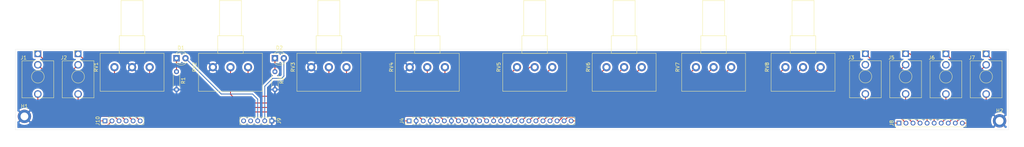
<source format=kicad_pcb>
(kicad_pcb (version 20171130) (host pcbnew "(5.1.2-1)-1")

  (general
    (thickness 1.6)
    (drawings 4)
    (tracks 158)
    (zones 0)
    (modules 24)
    (nets 42)
  )

  (page A4)
  (layers
    (0 F.Cu signal)
    (31 B.Cu signal)
    (32 B.Adhes user)
    (33 F.Adhes user)
    (34 B.Paste user)
    (35 F.Paste user)
    (36 B.SilkS user)
    (37 F.SilkS user)
    (38 B.Mask user)
    (39 F.Mask user)
    (40 Dwgs.User user)
    (41 Cmts.User user)
    (42 Eco1.User user)
    (43 Eco2.User user)
    (44 Edge.Cuts user)
    (45 Margin user)
    (46 B.CrtYd user)
    (47 F.CrtYd user)
    (48 B.Fab user)
    (49 F.Fab user)
  )

  (setup
    (last_trace_width 0.25)
    (trace_clearance 0.2)
    (zone_clearance 0.508)
    (zone_45_only no)
    (trace_min 0.2)
    (via_size 0.8)
    (via_drill 0.4)
    (via_min_size 0.4)
    (via_min_drill 0.3)
    (uvia_size 0.3)
    (uvia_drill 0.1)
    (uvias_allowed no)
    (uvia_min_size 0.2)
    (uvia_min_drill 0.1)
    (edge_width 0.05)
    (segment_width 0.2)
    (pcb_text_width 0.3)
    (pcb_text_size 1.5 1.5)
    (mod_edge_width 0.12)
    (mod_text_size 1 1)
    (mod_text_width 0.15)
    (pad_size 1.524 1.524)
    (pad_drill 0.762)
    (pad_to_mask_clearance 0.051)
    (solder_mask_min_width 0.25)
    (aux_axis_origin 0 0)
    (visible_elements FFFFFF7F)
    (pcbplotparams
      (layerselection 0x010fc_ffffffff)
      (usegerberextensions false)
      (usegerberattributes false)
      (usegerberadvancedattributes false)
      (creategerberjobfile false)
      (excludeedgelayer true)
      (linewidth 0.100000)
      (plotframeref false)
      (viasonmask false)
      (mode 1)
      (useauxorigin false)
      (hpglpennumber 1)
      (hpglpenspeed 20)
      (hpglpendiameter 15.000000)
      (psnegative false)
      (psa4output false)
      (plotreference true)
      (plotvalue true)
      (plotinvisibletext false)
      (padsonsilk false)
      (subtractmaskfromsilk false)
      (outputformat 1)
      (mirror false)
      (drillshape 1)
      (scaleselection 1)
      (outputdirectory ""))
  )

  (net 0 "")
  (net 1 "Net-(D1-Pad2)")
  (net 2 "Net-(D1-Pad1)")
  (net 3 "Net-(D2-Pad2)")
  (net 4 "Net-(D2-Pad1)")
  (net 5 "Net-(J4-Pad24)")
  (net 6 "Net-(J4-Pad23)")
  (net 7 "Net-(J4-Pad22)")
  (net 8 "Net-(J4-Pad21)")
  (net 9 "Net-(J4-Pad20)")
  (net 10 "Net-(J4-Pad19)")
  (net 11 "Net-(J4-Pad18)")
  (net 12 "Net-(J4-Pad17)")
  (net 13 "Net-(J4-Pad16)")
  (net 14 "Net-(J4-Pad15)")
  (net 15 "Net-(J4-Pad14)")
  (net 16 "Net-(J4-Pad13)")
  (net 17 "Net-(J4-Pad12)")
  (net 18 "Net-(J4-Pad11)")
  (net 19 GND)
  (net 20 "Net-(J4-Pad9)")
  (net 21 "Net-(J4-Pad8)")
  (net 22 "Net-(J4-Pad6)")
  (net 23 "Net-(J4-Pad5)")
  (net 24 "Net-(J4-Pad3)")
  (net 25 "Net-(J4-Pad1)")
  (net 26 "Net-(J1-PadT)")
  (net 27 "Net-(J1-PadS)")
  (net 28 "Net-(J1-PadTN)")
  (net 29 "Net-(J3-PadT)")
  (net 30 "Net-(J3-PadS)")
  (net 31 "Net-(J5-PadT)")
  (net 32 "Net-(J5-PadS)")
  (net 33 "Net-(J5-PadTN)")
  (net 34 "Net-(J6-PadT)")
  (net 35 "Net-(J6-PadS)")
  (net 36 "Net-(J7-PadT)")
  (net 37 "Net-(J7-PadS)")
  (net 38 "Net-(J7-PadTN)")
  (net 39 "Net-(J10-Pad5)")
  (net 40 "Net-(J10-Pad6)")
  (net 41 "Net-(J10-Pad4)")

  (net_class Default "This is the default net class."
    (clearance 0.2)
    (trace_width 0.25)
    (via_dia 0.8)
    (via_drill 0.4)
    (uvia_dia 0.3)
    (uvia_drill 0.1)
    (add_net GND)
    (add_net "Net-(D1-Pad1)")
    (add_net "Net-(D1-Pad2)")
    (add_net "Net-(D2-Pad1)")
    (add_net "Net-(D2-Pad2)")
    (add_net "Net-(J1-PadS)")
    (add_net "Net-(J1-PadT)")
    (add_net "Net-(J1-PadTN)")
    (add_net "Net-(J10-Pad4)")
    (add_net "Net-(J10-Pad5)")
    (add_net "Net-(J10-Pad6)")
    (add_net "Net-(J3-PadS)")
    (add_net "Net-(J3-PadT)")
    (add_net "Net-(J4-Pad1)")
    (add_net "Net-(J4-Pad11)")
    (add_net "Net-(J4-Pad12)")
    (add_net "Net-(J4-Pad13)")
    (add_net "Net-(J4-Pad14)")
    (add_net "Net-(J4-Pad15)")
    (add_net "Net-(J4-Pad16)")
    (add_net "Net-(J4-Pad17)")
    (add_net "Net-(J4-Pad18)")
    (add_net "Net-(J4-Pad19)")
    (add_net "Net-(J4-Pad20)")
    (add_net "Net-(J4-Pad21)")
    (add_net "Net-(J4-Pad22)")
    (add_net "Net-(J4-Pad23)")
    (add_net "Net-(J4-Pad24)")
    (add_net "Net-(J4-Pad3)")
    (add_net "Net-(J4-Pad5)")
    (add_net "Net-(J4-Pad6)")
    (add_net "Net-(J4-Pad8)")
    (add_net "Net-(J4-Pad9)")
    (add_net "Net-(J5-PadS)")
    (add_net "Net-(J5-PadT)")
    (add_net "Net-(J5-PadTN)")
    (add_net "Net-(J6-PadS)")
    (add_net "Net-(J6-PadT)")
    (add_net "Net-(J7-PadS)")
    (add_net "Net-(J7-PadT)")
    (add_net "Net-(J7-PadTN)")
  )

  (module Potentiometer_THT:Potentiometer_Alps_RK163_Single_Horizontal (layer F.Cu) (tedit 5A3D4993) (tstamp 5CDC55BF)
    (at 48.26 55.88 90)
    (descr "Potentiometer, horizontal, Alps RK163 Single, http://www.alps.com/prod/info/E/HTML/Potentiometer/RotaryPotentiometers/RK16/RK16_list.html")
    (tags "Potentiometer horizontal Alps RK163 Single")
    (path /5CDC36B5)
    (fp_text reference RV1 (at 0 -15.2 90) (layer F.SilkS)
      (effects (font (size 1 1) (thickness 0.15)))
    )
    (fp_text value Volume (at 0 5.2 90) (layer F.Fab)
      (effects (font (size 1 1) (thickness 0.15)))
    )
    (fp_text user %R (at -1.45 -5 90) (layer F.Fab)
      (effects (font (size 1 1) (thickness 0.15)))
    )
    (fp_line (start 19.05 -14.2) (end -6.95 -14.2) (layer F.CrtYd) (width 0.05))
    (fp_line (start 19.05 4.2) (end 19.05 -14.2) (layer F.CrtYd) (width 0.05))
    (fp_line (start -6.95 4.2) (end 19.05 4.2) (layer F.CrtYd) (width 0.05))
    (fp_line (start -6.95 -14.2) (end -6.95 4.2) (layer F.CrtYd) (width 0.05))
    (fp_line (start 18.92 -8.12) (end 18.92 -1.879) (layer F.SilkS) (width 0.12))
    (fp_line (start 8.92 -8.12) (end 8.92 -1.879) (layer F.SilkS) (width 0.12))
    (fp_line (start 8.92 -1.879) (end 18.92 -1.879) (layer F.SilkS) (width 0.12))
    (fp_line (start 8.92 -8.12) (end 18.92 -8.12) (layer F.SilkS) (width 0.12))
    (fp_line (start 8.92 -8.62) (end 8.92 -1.38) (layer F.SilkS) (width 0.12))
    (fp_line (start 3.92 -8.62) (end 3.92 -1.38) (layer F.SilkS) (width 0.12))
    (fp_line (start 3.92 -1.38) (end 8.92 -1.38) (layer F.SilkS) (width 0.12))
    (fp_line (start 3.92 -8.62) (end 8.92 -8.62) (layer F.SilkS) (width 0.12))
    (fp_line (start 3.92 -14.07) (end 3.92 4.07) (layer F.SilkS) (width 0.12))
    (fp_line (start -6.82 -14.07) (end -6.82 4.07) (layer F.SilkS) (width 0.12))
    (fp_line (start -6.82 4.07) (end 3.92 4.07) (layer F.SilkS) (width 0.12))
    (fp_line (start -6.82 -14.07) (end 3.92 -14.07) (layer F.SilkS) (width 0.12))
    (fp_line (start 18.8 -8) (end 8.8 -8) (layer F.Fab) (width 0.1))
    (fp_line (start 18.8 -2) (end 18.8 -8) (layer F.Fab) (width 0.1))
    (fp_line (start 8.8 -2) (end 18.8 -2) (layer F.Fab) (width 0.1))
    (fp_line (start 8.8 -8) (end 8.8 -2) (layer F.Fab) (width 0.1))
    (fp_line (start 8.8 -8.5) (end 3.8 -8.5) (layer F.Fab) (width 0.1))
    (fp_line (start 8.8 -1.5) (end 8.8 -8.5) (layer F.Fab) (width 0.1))
    (fp_line (start 3.8 -1.5) (end 8.8 -1.5) (layer F.Fab) (width 0.1))
    (fp_line (start 3.8 -8.5) (end 3.8 -1.5) (layer F.Fab) (width 0.1))
    (fp_line (start 3.8 -13.95) (end -6.7 -13.95) (layer F.Fab) (width 0.1))
    (fp_line (start 3.8 3.95) (end 3.8 -13.95) (layer F.Fab) (width 0.1))
    (fp_line (start -6.7 3.95) (end 3.8 3.95) (layer F.Fab) (width 0.1))
    (fp_line (start -6.7 -13.95) (end -6.7 3.95) (layer F.Fab) (width 0.1))
    (pad 1 thru_hole circle (at 0 0 90) (size 2.34 2.34) (drill 1.3) (layers *.Cu *.Mask)
      (net 24 "Net-(J4-Pad3)"))
    (pad 2 thru_hole circle (at 0 -5 90) (size 2.34 2.34) (drill 1.3) (layers *.Cu *.Mask)
      (net 19 GND))
    (pad 3 thru_hole circle (at 0 -10 90) (size 2.34 2.34) (drill 1.3) (layers *.Cu *.Mask)
      (net 25 "Net-(J4-Pad1)"))
    (model ${KISYS3DMOD}/Potentiometer_THT.3dshapes/Potentiometer_Alps_RK163_Single_Horizontal.wrl
      (at (xyz 0 0 0))
      (scale (xyz 1 1 1))
      (rotate (xyz 0 0 0))
    )
  )

  (module Connector_PinHeader_2.00mm:PinHeader_1x06_P2.00mm_Vertical (layer F.Cu) (tedit 59FED667) (tstamp 5CDCE2C1)
    (at 35.56 71.12 90)
    (descr "Through hole straight pin header, 1x06, 2.00mm pitch, single row")
    (tags "Through hole pin header THT 1x06 2.00mm single row")
    (path /5CE1F90D)
    (fp_text reference J10 (at 0 -2.06 90) (layer F.SilkS)
      (effects (font (size 1 1) (thickness 0.15)))
    )
    (fp_text value Conn_01x06_Male (at -1.905 5.08 180) (layer F.Fab)
      (effects (font (size 1 1) (thickness 0.15)))
    )
    (fp_text user %R (at 0 5) (layer F.Fab)
      (effects (font (size 1 1) (thickness 0.15)))
    )
    (fp_line (start 1.5 -1.5) (end -1.5 -1.5) (layer F.CrtYd) (width 0.05))
    (fp_line (start 1.5 11.5) (end 1.5 -1.5) (layer F.CrtYd) (width 0.05))
    (fp_line (start -1.5 11.5) (end 1.5 11.5) (layer F.CrtYd) (width 0.05))
    (fp_line (start -1.5 -1.5) (end -1.5 11.5) (layer F.CrtYd) (width 0.05))
    (fp_line (start -1.06 -1.06) (end 0 -1.06) (layer F.SilkS) (width 0.12))
    (fp_line (start -1.06 0) (end -1.06 -1.06) (layer F.SilkS) (width 0.12))
    (fp_line (start -1.06 1) (end 1.06 1) (layer F.SilkS) (width 0.12))
    (fp_line (start 1.06 1) (end 1.06 11.06) (layer F.SilkS) (width 0.12))
    (fp_line (start -1.06 1) (end -1.06 11.06) (layer F.SilkS) (width 0.12))
    (fp_line (start -1.06 11.06) (end 1.06 11.06) (layer F.SilkS) (width 0.12))
    (fp_line (start -1 -0.5) (end -0.5 -1) (layer F.Fab) (width 0.1))
    (fp_line (start -1 11) (end -1 -0.5) (layer F.Fab) (width 0.1))
    (fp_line (start 1 11) (end -1 11) (layer F.Fab) (width 0.1))
    (fp_line (start 1 -1) (end 1 11) (layer F.Fab) (width 0.1))
    (fp_line (start -0.5 -1) (end 1 -1) (layer F.Fab) (width 0.1))
    (pad 6 thru_hole oval (at 0 10 90) (size 1.35 1.35) (drill 0.8) (layers *.Cu *.Mask)
      (net 40 "Net-(J10-Pad6)"))
    (pad 5 thru_hole oval (at 0 8 90) (size 1.35 1.35) (drill 0.8) (layers *.Cu *.Mask)
      (net 39 "Net-(J10-Pad5)"))
    (pad 4 thru_hole oval (at 0 6 90) (size 1.35 1.35) (drill 0.8) (layers *.Cu *.Mask)
      (net 41 "Net-(J10-Pad4)"))
    (pad 3 thru_hole oval (at 0 4 90) (size 1.35 1.35) (drill 0.8) (layers *.Cu *.Mask)
      (net 27 "Net-(J1-PadS)"))
    (pad 2 thru_hole oval (at 0 2 90) (size 1.35 1.35) (drill 0.8) (layers *.Cu *.Mask)
      (net 26 "Net-(J1-PadT)"))
    (pad 1 thru_hole rect (at 0 0 90) (size 1.35 1.35) (drill 0.8) (layers *.Cu *.Mask)
      (net 28 "Net-(J1-PadTN)"))
    (model ${KISYS3DMOD}/Connector_PinHeader_2.00mm.3dshapes/PinHeader_1x06_P2.00mm_Vertical.wrl
      (at (xyz 0 0 0))
      (scale (xyz 1 1 1))
      (rotate (xyz 0 0 0))
    )
  )

  (module Connector_PinHeader_2.00mm:PinHeader_1x10_P2.00mm_Vertical (layer F.Cu) (tedit 59FED667) (tstamp 5CDCE277)
    (at 260.985 71.755 90)
    (descr "Through hole straight pin header, 1x10, 2.00mm pitch, single row")
    (tags "Through hole pin header THT 1x10 2.00mm single row")
    (path /5CE2263D)
    (fp_text reference J8 (at 0 -2.06 90) (layer F.SilkS)
      (effects (font (size 1 1) (thickness 0.15)))
    )
    (fp_text value Conn_01x10_Male (at 0 20.06 90) (layer F.Fab)
      (effects (font (size 1 1) (thickness 0.15)))
    )
    (fp_text user %R (at 0 9) (layer F.Fab)
      (effects (font (size 1 1) (thickness 0.15)))
    )
    (fp_line (start 1.5 -1.5) (end -1.5 -1.5) (layer F.CrtYd) (width 0.05))
    (fp_line (start 1.5 19.5) (end 1.5 -1.5) (layer F.CrtYd) (width 0.05))
    (fp_line (start -1.5 19.5) (end 1.5 19.5) (layer F.CrtYd) (width 0.05))
    (fp_line (start -1.5 -1.5) (end -1.5 19.5) (layer F.CrtYd) (width 0.05))
    (fp_line (start -1.06 -1.06) (end 0 -1.06) (layer F.SilkS) (width 0.12))
    (fp_line (start -1.06 0) (end -1.06 -1.06) (layer F.SilkS) (width 0.12))
    (fp_line (start -1.06 1) (end 1.06 1) (layer F.SilkS) (width 0.12))
    (fp_line (start 1.06 1) (end 1.06 19.06) (layer F.SilkS) (width 0.12))
    (fp_line (start -1.06 1) (end -1.06 19.06) (layer F.SilkS) (width 0.12))
    (fp_line (start -1.06 19.06) (end 1.06 19.06) (layer F.SilkS) (width 0.12))
    (fp_line (start -1 -0.5) (end -0.5 -1) (layer F.Fab) (width 0.1))
    (fp_line (start -1 19) (end -1 -0.5) (layer F.Fab) (width 0.1))
    (fp_line (start 1 19) (end -1 19) (layer F.Fab) (width 0.1))
    (fp_line (start 1 -1) (end 1 19) (layer F.Fab) (width 0.1))
    (fp_line (start -0.5 -1) (end 1 -1) (layer F.Fab) (width 0.1))
    (pad 10 thru_hole oval (at 0 18 90) (size 1.35 1.35) (drill 0.8) (layers *.Cu *.Mask)
      (net 37 "Net-(J7-PadS)"))
    (pad 9 thru_hole oval (at 0 16 90) (size 1.35 1.35) (drill 0.8) (layers *.Cu *.Mask)
      (net 36 "Net-(J7-PadT)"))
    (pad 8 thru_hole oval (at 0 14 90) (size 1.35 1.35) (drill 0.8) (layers *.Cu *.Mask)
      (net 38 "Net-(J7-PadTN)"))
    (pad 7 thru_hole oval (at 0 12 90) (size 1.35 1.35) (drill 0.8) (layers *.Cu *.Mask)
      (net 35 "Net-(J6-PadS)"))
    (pad 6 thru_hole oval (at 0 10 90) (size 1.35 1.35) (drill 0.8) (layers *.Cu *.Mask)
      (net 34 "Net-(J6-PadT)"))
    (pad 5 thru_hole oval (at 0 8 90) (size 1.35 1.35) (drill 0.8) (layers *.Cu *.Mask)
      (net 32 "Net-(J5-PadS)"))
    (pad 4 thru_hole oval (at 0 6 90) (size 1.35 1.35) (drill 0.8) (layers *.Cu *.Mask)
      (net 31 "Net-(J5-PadT)"))
    (pad 3 thru_hole oval (at 0 4 90) (size 1.35 1.35) (drill 0.8) (layers *.Cu *.Mask)
      (net 33 "Net-(J5-PadTN)"))
    (pad 2 thru_hole oval (at 0 2 90) (size 1.35 1.35) (drill 0.8) (layers *.Cu *.Mask)
      (net 30 "Net-(J3-PadS)"))
    (pad 1 thru_hole rect (at 0 0 90) (size 1.35 1.35) (drill 0.8) (layers *.Cu *.Mask)
      (net 29 "Net-(J3-PadT)"))
    (model ${KISYS3DMOD}/Connector_PinHeader_2.00mm.3dshapes/PinHeader_1x10_P2.00mm_Vertical.wrl
      (at (xyz 0 0 0))
      (scale (xyz 1 1 1))
      (rotate (xyz 0 0 0))
    )
  )

  (module Connector_Audio:Jack_3.5mm_QingPu_WQP-PJ398SM_Vertical_CircularHoles (layer F.Cu) (tedit 5C2B6BB2) (tstamp 5CDC5538)
    (at 285.75 52.1)
    (descr "TRS 3.5mm, vertical, Thonkiconn, PCB mount, (http://www.qingpu-electronics.com/en/products/WQP-PJ398SM-362.html)")
    (tags "WQP-PJ398SM WQP-PJ301M-12 TRS 3.5mm mono vertical jack thonkiconn qingpu")
    (path /5CE654DE)
    (fp_text reference J7 (at -4.03 1.08 180) (layer F.SilkS)
      (effects (font (size 1 1) (thickness 0.15)))
    )
    (fp_text value A/B (at 0 5 180) (layer F.Fab)
      (effects (font (size 1 1) (thickness 0.15)))
    )
    (fp_line (start 0 0) (end 0 2.03) (layer F.Fab) (width 0.1))
    (fp_circle (center 0 6.48) (end 1.8 6.48) (layer F.Fab) (width 0.1))
    (fp_line (start 4.5 2.03) (end -4.5 2.03) (layer F.Fab) (width 0.1))
    (fp_line (start 5 -1.42) (end -5 -1.42) (layer F.CrtYd) (width 0.05))
    (fp_line (start 5 12.98) (end -5 12.98) (layer F.CrtYd) (width 0.05))
    (fp_line (start 5 12.98) (end 5 -1.42) (layer F.CrtYd) (width 0.05))
    (fp_line (start 4.5 12.48) (end -4.5 12.48) (layer F.Fab) (width 0.1))
    (fp_line (start 4.5 12.48) (end 4.5 2.08) (layer F.Fab) (width 0.1))
    (fp_line (start -1.06 -1) (end -0.2 -1) (layer F.SilkS) (width 0.12))
    (fp_line (start -1.06 -1) (end -1.06 -0.2) (layer F.SilkS) (width 0.12))
    (fp_circle (center 0 6.48) (end 1.8 6.48) (layer F.SilkS) (width 0.12))
    (fp_line (start -0.35 1.98) (end -4.5 1.98) (layer F.SilkS) (width 0.12))
    (fp_line (start 4.5 1.98) (end 0.35 1.98) (layer F.SilkS) (width 0.12))
    (fp_line (start -0.5 12.48) (end -4.5 12.48) (layer F.SilkS) (width 0.12))
    (fp_line (start 4.5 12.48) (end 0.5 12.48) (layer F.SilkS) (width 0.12))
    (fp_line (start -1.41 6.02) (end -0.46 5.07) (layer Dwgs.User) (width 0.12))
    (fp_line (start -1.42 6.875) (end 0.4 5.06) (layer Dwgs.User) (width 0.12))
    (fp_line (start -1.07 7.49) (end 1.01 5.41) (layer Dwgs.User) (width 0.12))
    (fp_line (start -0.58 7.83) (end 1.36 5.89) (layer Dwgs.User) (width 0.12))
    (fp_line (start 0.09 7.96) (end 1.48 6.57) (layer Dwgs.User) (width 0.12))
    (fp_circle (center 0 6.48) (end 1.5 6.48) (layer Dwgs.User) (width 0.12))
    (fp_line (start 4.5 1.98) (end 4.5 12.48) (layer F.SilkS) (width 0.12))
    (fp_line (start -4.5 1.98) (end -4.5 12.48) (layer F.SilkS) (width 0.12))
    (fp_text user %R (at 0 8 180) (layer F.Fab)
      (effects (font (size 1 1) (thickness 0.15)))
    )
    (fp_line (start -4.5 12.48) (end -4.5 2.08) (layer F.Fab) (width 0.1))
    (fp_line (start -5 12.98) (end -5 -1.42) (layer F.CrtYd) (width 0.05))
    (fp_text user KEEPOUT (at 0 6.48) (layer Cmts.User)
      (effects (font (size 0.4 0.4) (thickness 0.051)))
    )
    (pad T thru_hole circle (at 0 11.4 180) (size 2.13 2.13) (drill 1.43) (layers *.Cu *.Mask)
      (net 36 "Net-(J7-PadT)"))
    (pad S thru_hole rect (at 0 0 180) (size 1.93 1.83) (drill 1.22) (layers *.Cu *.Mask)
      (net 37 "Net-(J7-PadS)"))
    (pad TN thru_hole circle (at 0 3.1 180) (size 2.13 2.13) (drill 1.42) (layers *.Cu *.Mask)
      (net 38 "Net-(J7-PadTN)"))
    (model ${KISYS3DMOD}/Connector_Audio.3dshapes/Jack_3.5mm_QingPu_WQP-PJ398SM_Vertical.wrl
      (at (xyz 0 0 0))
      (scale (xyz 1 1 1))
      (rotate (xyz 0 0 0))
    )
  )

  (module Connector_Audio:Jack_3.5mm_QingPu_WQP-PJ398SM_Vertical_CircularHoles (layer F.Cu) (tedit 5C2B6BB2) (tstamp 5CDC5505)
    (at 274.32 52.1)
    (descr "TRS 3.5mm, vertical, Thonkiconn, PCB mount, (http://www.qingpu-electronics.com/en/products/WQP-PJ398SM-362.html)")
    (tags "WQP-PJ398SM WQP-PJ301M-12 TRS 3.5mm mono vertical jack thonkiconn qingpu")
    (path /5CE63B6A)
    (fp_text reference J6 (at -4.03 1.08 180) (layer F.SilkS)
      (effects (font (size 1 1) (thickness 0.15)))
    )
    (fp_text value Out (at 0 5 180) (layer F.Fab)
      (effects (font (size 1 1) (thickness 0.15)))
    )
    (fp_line (start 0 0) (end 0 2.03) (layer F.Fab) (width 0.1))
    (fp_circle (center 0 6.48) (end 1.8 6.48) (layer F.Fab) (width 0.1))
    (fp_line (start 4.5 2.03) (end -4.5 2.03) (layer F.Fab) (width 0.1))
    (fp_line (start 5 -1.42) (end -5 -1.42) (layer F.CrtYd) (width 0.05))
    (fp_line (start 5 12.98) (end -5 12.98) (layer F.CrtYd) (width 0.05))
    (fp_line (start 5 12.98) (end 5 -1.42) (layer F.CrtYd) (width 0.05))
    (fp_line (start 4.5 12.48) (end -4.5 12.48) (layer F.Fab) (width 0.1))
    (fp_line (start 4.5 12.48) (end 4.5 2.08) (layer F.Fab) (width 0.1))
    (fp_line (start -1.06 -1) (end -0.2 -1) (layer F.SilkS) (width 0.12))
    (fp_line (start -1.06 -1) (end -1.06 -0.2) (layer F.SilkS) (width 0.12))
    (fp_circle (center 0 6.48) (end 1.8 6.48) (layer F.SilkS) (width 0.12))
    (fp_line (start -0.35 1.98) (end -4.5 1.98) (layer F.SilkS) (width 0.12))
    (fp_line (start 4.5 1.98) (end 0.35 1.98) (layer F.SilkS) (width 0.12))
    (fp_line (start -0.5 12.48) (end -4.5 12.48) (layer F.SilkS) (width 0.12))
    (fp_line (start 4.5 12.48) (end 0.5 12.48) (layer F.SilkS) (width 0.12))
    (fp_line (start -1.41 6.02) (end -0.46 5.07) (layer Dwgs.User) (width 0.12))
    (fp_line (start -1.42 6.875) (end 0.4 5.06) (layer Dwgs.User) (width 0.12))
    (fp_line (start -1.07 7.49) (end 1.01 5.41) (layer Dwgs.User) (width 0.12))
    (fp_line (start -0.58 7.83) (end 1.36 5.89) (layer Dwgs.User) (width 0.12))
    (fp_line (start 0.09 7.96) (end 1.48 6.57) (layer Dwgs.User) (width 0.12))
    (fp_circle (center 0 6.48) (end 1.5 6.48) (layer Dwgs.User) (width 0.12))
    (fp_line (start 4.5 1.98) (end 4.5 12.48) (layer F.SilkS) (width 0.12))
    (fp_line (start -4.5 1.98) (end -4.5 12.48) (layer F.SilkS) (width 0.12))
    (fp_text user %R (at 0 8 180) (layer F.Fab)
      (effects (font (size 1 1) (thickness 0.15)))
    )
    (fp_line (start -4.5 12.48) (end -4.5 2.08) (layer F.Fab) (width 0.1))
    (fp_line (start -5 12.98) (end -5 -1.42) (layer F.CrtYd) (width 0.05))
    (fp_text user KEEPOUT (at 0 6.48) (layer Cmts.User)
      (effects (font (size 0.4 0.4) (thickness 0.051)))
    )
    (pad T thru_hole circle (at 0 11.4 180) (size 2.13 2.13) (drill 1.43) (layers *.Cu *.Mask)
      (net 34 "Net-(J6-PadT)"))
    (pad S thru_hole rect (at 0 0 180) (size 1.93 1.83) (drill 1.22) (layers *.Cu *.Mask)
      (net 35 "Net-(J6-PadS)"))
    (pad TN thru_hole circle (at 0 3.1 180) (size 2.13 2.13) (drill 1.42) (layers *.Cu *.Mask))
    (model ${KISYS3DMOD}/Connector_Audio.3dshapes/Jack_3.5mm_QingPu_WQP-PJ398SM_Vertical.wrl
      (at (xyz 0 0 0))
      (scale (xyz 1 1 1))
      (rotate (xyz 0 0 0))
    )
  )

  (module Connector_Audio:Jack_3.5mm_QingPu_WQP-PJ398SM_Vertical_CircularHoles (layer F.Cu) (tedit 5C2B6BB2) (tstamp 5CDC54D2)
    (at 262.89 52.07)
    (descr "TRS 3.5mm, vertical, Thonkiconn, PCB mount, (http://www.qingpu-electronics.com/en/products/WQP-PJ398SM-362.html)")
    (tags "WQP-PJ398SM WQP-PJ301M-12 TRS 3.5mm mono vertical jack thonkiconn qingpu")
    (path /5CDCDCC7)
    (fp_text reference J5 (at -4.03 1.08 180) (layer F.SilkS)
      (effects (font (size 1 1) (thickness 0.15)))
    )
    (fp_text value Return (at 0 5 180) (layer F.Fab)
      (effects (font (size 1 1) (thickness 0.15)))
    )
    (fp_line (start 0 0) (end 0 2.03) (layer F.Fab) (width 0.1))
    (fp_circle (center 0 6.48) (end 1.8 6.48) (layer F.Fab) (width 0.1))
    (fp_line (start 4.5 2.03) (end -4.5 2.03) (layer F.Fab) (width 0.1))
    (fp_line (start 5 -1.42) (end -5 -1.42) (layer F.CrtYd) (width 0.05))
    (fp_line (start 5 12.98) (end -5 12.98) (layer F.CrtYd) (width 0.05))
    (fp_line (start 5 12.98) (end 5 -1.42) (layer F.CrtYd) (width 0.05))
    (fp_line (start 4.5 12.48) (end -4.5 12.48) (layer F.Fab) (width 0.1))
    (fp_line (start 4.5 12.48) (end 4.5 2.08) (layer F.Fab) (width 0.1))
    (fp_line (start -1.06 -1) (end -0.2 -1) (layer F.SilkS) (width 0.12))
    (fp_line (start -1.06 -1) (end -1.06 -0.2) (layer F.SilkS) (width 0.12))
    (fp_circle (center 0 6.48) (end 1.8 6.48) (layer F.SilkS) (width 0.12))
    (fp_line (start -0.35 1.98) (end -4.5 1.98) (layer F.SilkS) (width 0.12))
    (fp_line (start 4.5 1.98) (end 0.35 1.98) (layer F.SilkS) (width 0.12))
    (fp_line (start -0.5 12.48) (end -4.5 12.48) (layer F.SilkS) (width 0.12))
    (fp_line (start 4.5 12.48) (end 0.5 12.48) (layer F.SilkS) (width 0.12))
    (fp_line (start -1.41 6.02) (end -0.46 5.07) (layer Dwgs.User) (width 0.12))
    (fp_line (start -1.42 6.875) (end 0.4 5.06) (layer Dwgs.User) (width 0.12))
    (fp_line (start -1.07 7.49) (end 1.01 5.41) (layer Dwgs.User) (width 0.12))
    (fp_line (start -0.58 7.83) (end 1.36 5.89) (layer Dwgs.User) (width 0.12))
    (fp_line (start 0.09 7.96) (end 1.48 6.57) (layer Dwgs.User) (width 0.12))
    (fp_circle (center 0 6.48) (end 1.5 6.48) (layer Dwgs.User) (width 0.12))
    (fp_line (start 4.5 1.98) (end 4.5 12.48) (layer F.SilkS) (width 0.12))
    (fp_line (start -4.5 1.98) (end -4.5 12.48) (layer F.SilkS) (width 0.12))
    (fp_text user %R (at 0 8 180) (layer F.Fab)
      (effects (font (size 1 1) (thickness 0.15)))
    )
    (fp_line (start -4.5 12.48) (end -4.5 2.08) (layer F.Fab) (width 0.1))
    (fp_line (start -5 12.98) (end -5 -1.42) (layer F.CrtYd) (width 0.05))
    (fp_text user KEEPOUT (at 0 6.48) (layer Cmts.User)
      (effects (font (size 0.4 0.4) (thickness 0.051)))
    )
    (pad T thru_hole circle (at 0 11.4 180) (size 2.13 2.13) (drill 1.43) (layers *.Cu *.Mask)
      (net 31 "Net-(J5-PadT)"))
    (pad S thru_hole rect (at 0 0 180) (size 1.93 1.83) (drill 1.22) (layers *.Cu *.Mask)
      (net 32 "Net-(J5-PadS)"))
    (pad TN thru_hole circle (at 0 3.1 180) (size 2.13 2.13) (drill 1.42) (layers *.Cu *.Mask)
      (net 33 "Net-(J5-PadTN)"))
    (model ${KISYS3DMOD}/Connector_Audio.3dshapes/Jack_3.5mm_QingPu_WQP-PJ398SM_Vertical.wrl
      (at (xyz 0 0 0))
      (scale (xyz 1 1 1))
      (rotate (xyz 0 0 0))
    )
  )

  (module Connector_Audio:Jack_3.5mm_QingPu_WQP-PJ398SM_Vertical_CircularHoles (layer F.Cu) (tedit 5C2B6BB2) (tstamp 5CDC5473)
    (at 251.46 52.07)
    (descr "TRS 3.5mm, vertical, Thonkiconn, PCB mount, (http://www.qingpu-electronics.com/en/products/WQP-PJ398SM-362.html)")
    (tags "WQP-PJ398SM WQP-PJ301M-12 TRS 3.5mm mono vertical jack thonkiconn qingpu")
    (path /5CDCCEAC)
    (fp_text reference J3 (at -4.03 1.08 180) (layer F.SilkS)
      (effects (font (size 1 1) (thickness 0.15)))
    )
    (fp_text value Send (at 0 5 180) (layer F.Fab)
      (effects (font (size 1 1) (thickness 0.15)))
    )
    (fp_line (start 0 0) (end 0 2.03) (layer F.Fab) (width 0.1))
    (fp_circle (center 0 6.48) (end 1.8 6.48) (layer F.Fab) (width 0.1))
    (fp_line (start 4.5 2.03) (end -4.5 2.03) (layer F.Fab) (width 0.1))
    (fp_line (start 5 -1.42) (end -5 -1.42) (layer F.CrtYd) (width 0.05))
    (fp_line (start 5 12.98) (end -5 12.98) (layer F.CrtYd) (width 0.05))
    (fp_line (start 5 12.98) (end 5 -1.42) (layer F.CrtYd) (width 0.05))
    (fp_line (start 4.5 12.48) (end -4.5 12.48) (layer F.Fab) (width 0.1))
    (fp_line (start 4.5 12.48) (end 4.5 2.08) (layer F.Fab) (width 0.1))
    (fp_line (start -1.06 -1) (end -0.2 -1) (layer F.SilkS) (width 0.12))
    (fp_line (start -1.06 -1) (end -1.06 -0.2) (layer F.SilkS) (width 0.12))
    (fp_circle (center 0 6.48) (end 1.8 6.48) (layer F.SilkS) (width 0.12))
    (fp_line (start -0.35 1.98) (end -4.5 1.98) (layer F.SilkS) (width 0.12))
    (fp_line (start 4.5 1.98) (end 0.35 1.98) (layer F.SilkS) (width 0.12))
    (fp_line (start -0.5 12.48) (end -4.5 12.48) (layer F.SilkS) (width 0.12))
    (fp_line (start 4.5 12.48) (end 0.5 12.48) (layer F.SilkS) (width 0.12))
    (fp_line (start -1.41 6.02) (end -0.46 5.07) (layer Dwgs.User) (width 0.12))
    (fp_line (start -1.42 6.875) (end 0.4 5.06) (layer Dwgs.User) (width 0.12))
    (fp_line (start -1.07 7.49) (end 1.01 5.41) (layer Dwgs.User) (width 0.12))
    (fp_line (start -0.58 7.83) (end 1.36 5.89) (layer Dwgs.User) (width 0.12))
    (fp_line (start 0.09 7.96) (end 1.48 6.57) (layer Dwgs.User) (width 0.12))
    (fp_circle (center 0 6.48) (end 1.5 6.48) (layer Dwgs.User) (width 0.12))
    (fp_line (start 4.5 1.98) (end 4.5 12.48) (layer F.SilkS) (width 0.12))
    (fp_line (start -4.5 1.98) (end -4.5 12.48) (layer F.SilkS) (width 0.12))
    (fp_text user %R (at 0 8 180) (layer F.Fab)
      (effects (font (size 1 1) (thickness 0.15)))
    )
    (fp_line (start -4.5 12.48) (end -4.5 2.08) (layer F.Fab) (width 0.1))
    (fp_line (start -5 12.98) (end -5 -1.42) (layer F.CrtYd) (width 0.05))
    (fp_text user KEEPOUT (at 0 6.48) (layer Cmts.User)
      (effects (font (size 0.4 0.4) (thickness 0.051)))
    )
    (pad T thru_hole circle (at 0 11.4 180) (size 2.13 2.13) (drill 1.43) (layers *.Cu *.Mask)
      (net 29 "Net-(J3-PadT)"))
    (pad S thru_hole rect (at 0 0 180) (size 1.93 1.83) (drill 1.22) (layers *.Cu *.Mask)
      (net 30 "Net-(J3-PadS)"))
    (pad TN thru_hole circle (at 0 3.1 180) (size 2.13 2.13) (drill 1.42) (layers *.Cu *.Mask))
    (model ${KISYS3DMOD}/Connector_Audio.3dshapes/Jack_3.5mm_QingPu_WQP-PJ398SM_Vertical.wrl
      (at (xyz 0 0 0))
      (scale (xyz 1 1 1))
      (rotate (xyz 0 0 0))
    )
  )

  (module Connector_Audio:Jack_3.5mm_QingPu_WQP-PJ398SM_Vertical_CircularHoles (layer F.Cu) (tedit 5C2B6BB2) (tstamp 5CDC5440)
    (at 27.94 52.1)
    (descr "TRS 3.5mm, vertical, Thonkiconn, PCB mount, (http://www.qingpu-electronics.com/en/products/WQP-PJ398SM-362.html)")
    (tags "WQP-PJ398SM WQP-PJ301M-12 TRS 3.5mm mono vertical jack thonkiconn qingpu")
    (path /5CDCC1A9)
    (fp_text reference J2 (at -4.03 1.08 180) (layer F.SilkS)
      (effects (font (size 1 1) (thickness 0.15)))
    )
    (fp_text value In2 (at 0 5 180) (layer F.Fab)
      (effects (font (size 1 1) (thickness 0.15)))
    )
    (fp_line (start 0 0) (end 0 2.03) (layer F.Fab) (width 0.1))
    (fp_circle (center 0 6.48) (end 1.8 6.48) (layer F.Fab) (width 0.1))
    (fp_line (start 4.5 2.03) (end -4.5 2.03) (layer F.Fab) (width 0.1))
    (fp_line (start 5 -1.42) (end -5 -1.42) (layer F.CrtYd) (width 0.05))
    (fp_line (start 5 12.98) (end -5 12.98) (layer F.CrtYd) (width 0.05))
    (fp_line (start 5 12.98) (end 5 -1.42) (layer F.CrtYd) (width 0.05))
    (fp_line (start 4.5 12.48) (end -4.5 12.48) (layer F.Fab) (width 0.1))
    (fp_line (start 4.5 12.48) (end 4.5 2.08) (layer F.Fab) (width 0.1))
    (fp_line (start -1.06 -1) (end -0.2 -1) (layer F.SilkS) (width 0.12))
    (fp_line (start -1.06 -1) (end -1.06 -0.2) (layer F.SilkS) (width 0.12))
    (fp_circle (center 0 6.48) (end 1.8 6.48) (layer F.SilkS) (width 0.12))
    (fp_line (start -0.35 1.98) (end -4.5 1.98) (layer F.SilkS) (width 0.12))
    (fp_line (start 4.5 1.98) (end 0.35 1.98) (layer F.SilkS) (width 0.12))
    (fp_line (start -0.5 12.48) (end -4.5 12.48) (layer F.SilkS) (width 0.12))
    (fp_line (start 4.5 12.48) (end 0.5 12.48) (layer F.SilkS) (width 0.12))
    (fp_line (start -1.41 6.02) (end -0.46 5.07) (layer Dwgs.User) (width 0.12))
    (fp_line (start -1.42 6.875) (end 0.4 5.06) (layer Dwgs.User) (width 0.12))
    (fp_line (start -1.07 7.49) (end 1.01 5.41) (layer Dwgs.User) (width 0.12))
    (fp_line (start -0.58 7.83) (end 1.36 5.89) (layer Dwgs.User) (width 0.12))
    (fp_line (start 0.09 7.96) (end 1.48 6.57) (layer Dwgs.User) (width 0.12))
    (fp_circle (center 0 6.48) (end 1.5 6.48) (layer Dwgs.User) (width 0.12))
    (fp_line (start 4.5 1.98) (end 4.5 12.48) (layer F.SilkS) (width 0.12))
    (fp_line (start -4.5 1.98) (end -4.5 12.48) (layer F.SilkS) (width 0.12))
    (fp_text user %R (at 0 8 180) (layer F.Fab)
      (effects (font (size 1 1) (thickness 0.15)))
    )
    (fp_line (start -4.5 12.48) (end -4.5 2.08) (layer F.Fab) (width 0.1))
    (fp_line (start -5 12.98) (end -5 -1.42) (layer F.CrtYd) (width 0.05))
    (fp_text user KEEPOUT (at 0 6.48) (layer Cmts.User)
      (effects (font (size 0.4 0.4) (thickness 0.051)))
    )
    (pad T thru_hole circle (at 0 11.4 180) (size 2.13 2.13) (drill 1.43) (layers *.Cu *.Mask)
      (net 39 "Net-(J10-Pad5)"))
    (pad S thru_hole rect (at 0 0 180) (size 1.93 1.83) (drill 1.22) (layers *.Cu *.Mask)
      (net 40 "Net-(J10-Pad6)"))
    (pad TN thru_hole circle (at 0 3.1 180) (size 2.13 2.13) (drill 1.42) (layers *.Cu *.Mask)
      (net 41 "Net-(J10-Pad4)"))
    (model ${KISYS3DMOD}/Connector_Audio.3dshapes/Jack_3.5mm_QingPu_WQP-PJ398SM_Vertical.wrl
      (at (xyz 0 0 0))
      (scale (xyz 1 1 1))
      (rotate (xyz 0 0 0))
    )
  )

  (module Connector_Audio:Jack_3.5mm_QingPu_WQP-PJ398SM_Vertical_CircularHoles (layer F.Cu) (tedit 5C2B6BB2) (tstamp 5CDC540D)
    (at 16.51 52.1)
    (descr "TRS 3.5mm, vertical, Thonkiconn, PCB mount, (http://www.qingpu-electronics.com/en/products/WQP-PJ398SM-362.html)")
    (tags "WQP-PJ398SM WQP-PJ301M-12 TRS 3.5mm mono vertical jack thonkiconn qingpu")
    (path /5CDCB4FD)
    (fp_text reference J1 (at -4.03 1.08 180) (layer F.SilkS)
      (effects (font (size 1 1) (thickness 0.15)))
    )
    (fp_text value IN (at 0 5 180) (layer F.Fab)
      (effects (font (size 1 1) (thickness 0.15)))
    )
    (fp_line (start 0 0) (end 0 2.03) (layer F.Fab) (width 0.1))
    (fp_circle (center 0 6.48) (end 1.8 6.48) (layer F.Fab) (width 0.1))
    (fp_line (start 4.5 2.03) (end -4.5 2.03) (layer F.Fab) (width 0.1))
    (fp_line (start 5 -1.42) (end -5 -1.42) (layer F.CrtYd) (width 0.05))
    (fp_line (start 5 12.98) (end -5 12.98) (layer F.CrtYd) (width 0.05))
    (fp_line (start 5 12.98) (end 5 -1.42) (layer F.CrtYd) (width 0.05))
    (fp_line (start 4.5 12.48) (end -4.5 12.48) (layer F.Fab) (width 0.1))
    (fp_line (start 4.5 12.48) (end 4.5 2.08) (layer F.Fab) (width 0.1))
    (fp_line (start -1.06 -1) (end -0.2 -1) (layer F.SilkS) (width 0.12))
    (fp_line (start -1.06 -1) (end -1.06 -0.2) (layer F.SilkS) (width 0.12))
    (fp_circle (center 0 6.48) (end 1.8 6.48) (layer F.SilkS) (width 0.12))
    (fp_line (start -0.35 1.98) (end -4.5 1.98) (layer F.SilkS) (width 0.12))
    (fp_line (start 4.5 1.98) (end 0.35 1.98) (layer F.SilkS) (width 0.12))
    (fp_line (start -0.5 12.48) (end -4.5 12.48) (layer F.SilkS) (width 0.12))
    (fp_line (start 4.5 12.48) (end 0.5 12.48) (layer F.SilkS) (width 0.12))
    (fp_line (start -1.41 6.02) (end -0.46 5.07) (layer Dwgs.User) (width 0.12))
    (fp_line (start -1.42 6.875) (end 0.4 5.06) (layer Dwgs.User) (width 0.12))
    (fp_line (start -1.07 7.49) (end 1.01 5.41) (layer Dwgs.User) (width 0.12))
    (fp_line (start -0.58 7.83) (end 1.36 5.89) (layer Dwgs.User) (width 0.12))
    (fp_line (start 0.09 7.96) (end 1.48 6.57) (layer Dwgs.User) (width 0.12))
    (fp_circle (center 0 6.48) (end 1.5 6.48) (layer Dwgs.User) (width 0.12))
    (fp_line (start 4.5 1.98) (end 4.5 12.48) (layer F.SilkS) (width 0.12))
    (fp_line (start -4.5 1.98) (end -4.5 12.48) (layer F.SilkS) (width 0.12))
    (fp_text user %R (at 0 8 180) (layer F.Fab)
      (effects (font (size 1 1) (thickness 0.15)))
    )
    (fp_line (start -4.5 12.48) (end -4.5 2.08) (layer F.Fab) (width 0.1))
    (fp_line (start -5 12.98) (end -5 -1.42) (layer F.CrtYd) (width 0.05))
    (fp_text user KEEPOUT (at 0 6.48) (layer Cmts.User)
      (effects (font (size 0.4 0.4) (thickness 0.051)))
    )
    (pad T thru_hole circle (at 0 11.4 180) (size 2.13 2.13) (drill 1.43) (layers *.Cu *.Mask)
      (net 26 "Net-(J1-PadT)"))
    (pad S thru_hole rect (at 0 0 180) (size 1.93 1.83) (drill 1.22) (layers *.Cu *.Mask)
      (net 27 "Net-(J1-PadS)"))
    (pad TN thru_hole circle (at 0 3.1 180) (size 2.13 2.13) (drill 1.42) (layers *.Cu *.Mask)
      (net 28 "Net-(J1-PadTN)"))
    (model ${KISYS3DMOD}/Connector_Audio.3dshapes/Jack_3.5mm_QingPu_WQP-PJ398SM_Vertical.wrl
      (at (xyz 0 0 0))
      (scale (xyz 1 1 1))
      (rotate (xyz 0 0 0))
    )
  )

  (module MountingHole:MountingHole_2.2mm_M2_DIN965_Pad (layer F.Cu) (tedit 56D1B4CB) (tstamp 5CDCCB7E)
    (at 289.56 71.12)
    (descr "Mounting Hole 2.2mm, M2, DIN965")
    (tags "mounting hole 2.2mm m2 din965")
    (path /5CDE46B0)
    (attr virtual)
    (fp_text reference H2 (at 0 -2.9) (layer F.SilkS)
      (effects (font (size 1 1) (thickness 0.15)))
    )
    (fp_text value MountingHole_Pad (at 0 2.9) (layer F.Fab)
      (effects (font (size 1 1) (thickness 0.15)))
    )
    (fp_circle (center 0 0) (end 2.15 0) (layer F.CrtYd) (width 0.05))
    (fp_circle (center 0 0) (end 1.9 0) (layer Cmts.User) (width 0.15))
    (fp_text user %R (at 0.3 0) (layer F.Fab)
      (effects (font (size 1 1) (thickness 0.15)))
    )
    (pad 1 thru_hole circle (at 0 0) (size 3.8 3.8) (drill 2.2) (layers *.Cu *.Mask)
      (net 19 GND))
  )

  (module MountingHole:MountingHole_2.2mm_M2_DIN965_Pad (layer F.Cu) (tedit 56D1B4CB) (tstamp 5CDCCB76)
    (at 12.7 69.85)
    (descr "Mounting Hole 2.2mm, M2, DIN965")
    (tags "mounting hole 2.2mm m2 din965")
    (path /5CDE3CA1)
    (attr virtual)
    (fp_text reference H1 (at 0 -2.9) (layer F.SilkS)
      (effects (font (size 1 1) (thickness 0.15)))
    )
    (fp_text value MountingHole_Pad (at 0 2.9) (layer F.Fab)
      (effects (font (size 1 1) (thickness 0.15)))
    )
    (fp_circle (center 0 0) (end 2.15 0) (layer F.CrtYd) (width 0.05))
    (fp_circle (center 0 0) (end 1.9 0) (layer Cmts.User) (width 0.15))
    (fp_text user %R (at 0.3 0) (layer F.Fab)
      (effects (font (size 1 1) (thickness 0.15)))
    )
    (pad 1 thru_hole circle (at 0 0) (size 3.8 3.8) (drill 2.2) (layers *.Cu *.Mask)
      (net 19 GND))
  )

  (module Potentiometer_THT:Potentiometer_Alps_RK163_Single_Horizontal (layer F.Cu) (tedit 5A3D4993) (tstamp 5CDC56BB)
    (at 238.76 55.88 90)
    (descr "Potentiometer, horizontal, Alps RK163 Single, http://www.alps.com/prod/info/E/HTML/Potentiometer/RotaryPotentiometers/RK16/RK16_list.html")
    (tags "Potentiometer horizontal Alps RK163 Single")
    (path /5CDCA72D)
    (fp_text reference RV8 (at 0 -15.2 90) (layer F.SilkS)
      (effects (font (size 1 1) (thickness 0.15)))
    )
    (fp_text value High (at 0 5.2 90) (layer F.Fab)
      (effects (font (size 1 1) (thickness 0.15)))
    )
    (fp_text user %R (at -1.45 -5) (layer F.Fab)
      (effects (font (size 1 1) (thickness 0.15)))
    )
    (fp_line (start 19.05 -14.2) (end -6.95 -14.2) (layer F.CrtYd) (width 0.05))
    (fp_line (start 19.05 4.2) (end 19.05 -14.2) (layer F.CrtYd) (width 0.05))
    (fp_line (start -6.95 4.2) (end 19.05 4.2) (layer F.CrtYd) (width 0.05))
    (fp_line (start -6.95 -14.2) (end -6.95 4.2) (layer F.CrtYd) (width 0.05))
    (fp_line (start 18.92 -8.12) (end 18.92 -1.879) (layer F.SilkS) (width 0.12))
    (fp_line (start 8.92 -8.12) (end 8.92 -1.879) (layer F.SilkS) (width 0.12))
    (fp_line (start 8.92 -1.879) (end 18.92 -1.879) (layer F.SilkS) (width 0.12))
    (fp_line (start 8.92 -8.12) (end 18.92 -8.12) (layer F.SilkS) (width 0.12))
    (fp_line (start 8.92 -8.62) (end 8.92 -1.38) (layer F.SilkS) (width 0.12))
    (fp_line (start 3.92 -8.62) (end 3.92 -1.38) (layer F.SilkS) (width 0.12))
    (fp_line (start 3.92 -1.38) (end 8.92 -1.38) (layer F.SilkS) (width 0.12))
    (fp_line (start 3.92 -8.62) (end 8.92 -8.62) (layer F.SilkS) (width 0.12))
    (fp_line (start 3.92 -14.07) (end 3.92 4.07) (layer F.SilkS) (width 0.12))
    (fp_line (start -6.82 -14.07) (end -6.82 4.07) (layer F.SilkS) (width 0.12))
    (fp_line (start -6.82 4.07) (end 3.92 4.07) (layer F.SilkS) (width 0.12))
    (fp_line (start -6.82 -14.07) (end 3.92 -14.07) (layer F.SilkS) (width 0.12))
    (fp_line (start 18.8 -8) (end 8.8 -8) (layer F.Fab) (width 0.1))
    (fp_line (start 18.8 -2) (end 18.8 -8) (layer F.Fab) (width 0.1))
    (fp_line (start 8.8 -2) (end 18.8 -2) (layer F.Fab) (width 0.1))
    (fp_line (start 8.8 -8) (end 8.8 -2) (layer F.Fab) (width 0.1))
    (fp_line (start 8.8 -8.5) (end 3.8 -8.5) (layer F.Fab) (width 0.1))
    (fp_line (start 8.8 -1.5) (end 8.8 -8.5) (layer F.Fab) (width 0.1))
    (fp_line (start 3.8 -1.5) (end 8.8 -1.5) (layer F.Fab) (width 0.1))
    (fp_line (start 3.8 -8.5) (end 3.8 -1.5) (layer F.Fab) (width 0.1))
    (fp_line (start 3.8 -13.95) (end -6.7 -13.95) (layer F.Fab) (width 0.1))
    (fp_line (start 3.8 3.95) (end 3.8 -13.95) (layer F.Fab) (width 0.1))
    (fp_line (start -6.7 3.95) (end 3.8 3.95) (layer F.Fab) (width 0.1))
    (fp_line (start -6.7 -13.95) (end -6.7 3.95) (layer F.Fab) (width 0.1))
    (pad 1 thru_hole circle (at 0 0 90) (size 2.34 2.34) (drill 1.3) (layers *.Cu *.Mask)
      (net 5 "Net-(J4-Pad24)"))
    (pad 2 thru_hole circle (at 0 -5 90) (size 2.34 2.34) (drill 1.3) (layers *.Cu *.Mask)
      (net 6 "Net-(J4-Pad23)"))
    (pad 3 thru_hole circle (at 0 -10 90) (size 2.34 2.34) (drill 1.3) (layers *.Cu *.Mask)
      (net 7 "Net-(J4-Pad22)"))
    (model ${KISYS3DMOD}/Potentiometer_THT.3dshapes/Potentiometer_Alps_RK163_Single_Horizontal.wrl
      (at (xyz 0 0 0))
      (scale (xyz 1 1 1))
      (rotate (xyz 0 0 0))
    )
  )

  (module Potentiometer_THT:Potentiometer_Alps_RK163_Single_Horizontal (layer F.Cu) (tedit 5A3D4993) (tstamp 5CDC5697)
    (at 213.36 55.88 90)
    (descr "Potentiometer, horizontal, Alps RK163 Single, http://www.alps.com/prod/info/E/HTML/Potentiometer/RotaryPotentiometers/RK16/RK16_list.html")
    (tags "Potentiometer horizontal Alps RK163 Single")
    (path /5CDCA124)
    (fp_text reference RV7 (at 0 -15.2 90) (layer F.SilkS)
      (effects (font (size 1 1) (thickness 0.15)))
    )
    (fp_text value "Hi Mid" (at 0 5.2 90) (layer F.Fab)
      (effects (font (size 1 1) (thickness 0.15)))
    )
    (fp_text user %R (at -1.45 -5 90) (layer F.Fab)
      (effects (font (size 1 1) (thickness 0.15)))
    )
    (fp_line (start 19.05 -14.2) (end -6.95 -14.2) (layer F.CrtYd) (width 0.05))
    (fp_line (start 19.05 4.2) (end 19.05 -14.2) (layer F.CrtYd) (width 0.05))
    (fp_line (start -6.95 4.2) (end 19.05 4.2) (layer F.CrtYd) (width 0.05))
    (fp_line (start -6.95 -14.2) (end -6.95 4.2) (layer F.CrtYd) (width 0.05))
    (fp_line (start 18.92 -8.12) (end 18.92 -1.879) (layer F.SilkS) (width 0.12))
    (fp_line (start 8.92 -8.12) (end 8.92 -1.879) (layer F.SilkS) (width 0.12))
    (fp_line (start 8.92 -1.879) (end 18.92 -1.879) (layer F.SilkS) (width 0.12))
    (fp_line (start 8.92 -8.12) (end 18.92 -8.12) (layer F.SilkS) (width 0.12))
    (fp_line (start 8.92 -8.62) (end 8.92 -1.38) (layer F.SilkS) (width 0.12))
    (fp_line (start 3.92 -8.62) (end 3.92 -1.38) (layer F.SilkS) (width 0.12))
    (fp_line (start 3.92 -1.38) (end 8.92 -1.38) (layer F.SilkS) (width 0.12))
    (fp_line (start 3.92 -8.62) (end 8.92 -8.62) (layer F.SilkS) (width 0.12))
    (fp_line (start 3.92 -14.07) (end 3.92 4.07) (layer F.SilkS) (width 0.12))
    (fp_line (start -6.82 -14.07) (end -6.82 4.07) (layer F.SilkS) (width 0.12))
    (fp_line (start -6.82 4.07) (end 3.92 4.07) (layer F.SilkS) (width 0.12))
    (fp_line (start -6.82 -14.07) (end 3.92 -14.07) (layer F.SilkS) (width 0.12))
    (fp_line (start 18.8 -8) (end 8.8 -8) (layer F.Fab) (width 0.1))
    (fp_line (start 18.8 -2) (end 18.8 -8) (layer F.Fab) (width 0.1))
    (fp_line (start 8.8 -2) (end 18.8 -2) (layer F.Fab) (width 0.1))
    (fp_line (start 8.8 -8) (end 8.8 -2) (layer F.Fab) (width 0.1))
    (fp_line (start 8.8 -8.5) (end 3.8 -8.5) (layer F.Fab) (width 0.1))
    (fp_line (start 8.8 -1.5) (end 8.8 -8.5) (layer F.Fab) (width 0.1))
    (fp_line (start 3.8 -1.5) (end 8.8 -1.5) (layer F.Fab) (width 0.1))
    (fp_line (start 3.8 -8.5) (end 3.8 -1.5) (layer F.Fab) (width 0.1))
    (fp_line (start 3.8 -13.95) (end -6.7 -13.95) (layer F.Fab) (width 0.1))
    (fp_line (start 3.8 3.95) (end 3.8 -13.95) (layer F.Fab) (width 0.1))
    (fp_line (start -6.7 3.95) (end 3.8 3.95) (layer F.Fab) (width 0.1))
    (fp_line (start -6.7 -13.95) (end -6.7 3.95) (layer F.Fab) (width 0.1))
    (pad 1 thru_hole circle (at 0 0 90) (size 2.34 2.34) (drill 1.3) (layers *.Cu *.Mask)
      (net 8 "Net-(J4-Pad21)"))
    (pad 2 thru_hole circle (at 0 -5 90) (size 2.34 2.34) (drill 1.3) (layers *.Cu *.Mask)
      (net 9 "Net-(J4-Pad20)"))
    (pad 3 thru_hole circle (at 0 -10 90) (size 2.34 2.34) (drill 1.3) (layers *.Cu *.Mask)
      (net 10 "Net-(J4-Pad19)"))
    (model ${KISYS3DMOD}/Potentiometer_THT.3dshapes/Potentiometer_Alps_RK163_Single_Horizontal.wrl
      (at (xyz 0 0 0))
      (scale (xyz 1 1 1))
      (rotate (xyz 0 0 0))
    )
  )

  (module Potentiometer_THT:Potentiometer_Alps_RK163_Single_Horizontal (layer F.Cu) (tedit 5A3D4993) (tstamp 5CDC5673)
    (at 187.96 55.88 90)
    (descr "Potentiometer, horizontal, Alps RK163 Single, http://www.alps.com/prod/info/E/HTML/Potentiometer/RotaryPotentiometers/RK16/RK16_list.html")
    (tags "Potentiometer horizontal Alps RK163 Single")
    (path /5CDC9B51)
    (fp_text reference RV6 (at 0 -15.2 90) (layer F.SilkS)
      (effects (font (size 1 1) (thickness 0.15)))
    )
    (fp_text value "Low Mid" (at 0 5.2 90) (layer F.Fab)
      (effects (font (size 1 1) (thickness 0.15)))
    )
    (fp_text user %R (at -1.45 -5 90) (layer F.Fab)
      (effects (font (size 1 1) (thickness 0.15)))
    )
    (fp_line (start 19.05 -14.2) (end -6.95 -14.2) (layer F.CrtYd) (width 0.05))
    (fp_line (start 19.05 4.2) (end 19.05 -14.2) (layer F.CrtYd) (width 0.05))
    (fp_line (start -6.95 4.2) (end 19.05 4.2) (layer F.CrtYd) (width 0.05))
    (fp_line (start -6.95 -14.2) (end -6.95 4.2) (layer F.CrtYd) (width 0.05))
    (fp_line (start 18.92 -8.12) (end 18.92 -1.879) (layer F.SilkS) (width 0.12))
    (fp_line (start 8.92 -8.12) (end 8.92 -1.879) (layer F.SilkS) (width 0.12))
    (fp_line (start 8.92 -1.879) (end 18.92 -1.879) (layer F.SilkS) (width 0.12))
    (fp_line (start 8.92 -8.12) (end 18.92 -8.12) (layer F.SilkS) (width 0.12))
    (fp_line (start 8.92 -8.62) (end 8.92 -1.38) (layer F.SilkS) (width 0.12))
    (fp_line (start 3.92 -8.62) (end 3.92 -1.38) (layer F.SilkS) (width 0.12))
    (fp_line (start 3.92 -1.38) (end 8.92 -1.38) (layer F.SilkS) (width 0.12))
    (fp_line (start 3.92 -8.62) (end 8.92 -8.62) (layer F.SilkS) (width 0.12))
    (fp_line (start 3.92 -14.07) (end 3.92 4.07) (layer F.SilkS) (width 0.12))
    (fp_line (start -6.82 -14.07) (end -6.82 4.07) (layer F.SilkS) (width 0.12))
    (fp_line (start -6.82 4.07) (end 3.92 4.07) (layer F.SilkS) (width 0.12))
    (fp_line (start -6.82 -14.07) (end 3.92 -14.07) (layer F.SilkS) (width 0.12))
    (fp_line (start 18.8 -8) (end 8.8 -8) (layer F.Fab) (width 0.1))
    (fp_line (start 18.8 -2) (end 18.8 -8) (layer F.Fab) (width 0.1))
    (fp_line (start 8.8 -2) (end 18.8 -2) (layer F.Fab) (width 0.1))
    (fp_line (start 8.8 -8) (end 8.8 -2) (layer F.Fab) (width 0.1))
    (fp_line (start 8.8 -8.5) (end 3.8 -8.5) (layer F.Fab) (width 0.1))
    (fp_line (start 8.8 -1.5) (end 8.8 -8.5) (layer F.Fab) (width 0.1))
    (fp_line (start 3.8 -1.5) (end 8.8 -1.5) (layer F.Fab) (width 0.1))
    (fp_line (start 3.8 -8.5) (end 3.8 -1.5) (layer F.Fab) (width 0.1))
    (fp_line (start 3.8 -13.95) (end -6.7 -13.95) (layer F.Fab) (width 0.1))
    (fp_line (start 3.8 3.95) (end 3.8 -13.95) (layer F.Fab) (width 0.1))
    (fp_line (start -6.7 3.95) (end 3.8 3.95) (layer F.Fab) (width 0.1))
    (fp_line (start -6.7 -13.95) (end -6.7 3.95) (layer F.Fab) (width 0.1))
    (pad 1 thru_hole circle (at 0 0 90) (size 2.34 2.34) (drill 1.3) (layers *.Cu *.Mask)
      (net 11 "Net-(J4-Pad18)"))
    (pad 2 thru_hole circle (at 0 -5 90) (size 2.34 2.34) (drill 1.3) (layers *.Cu *.Mask)
      (net 12 "Net-(J4-Pad17)"))
    (pad 3 thru_hole circle (at 0 -10 90) (size 2.34 2.34) (drill 1.3) (layers *.Cu *.Mask)
      (net 13 "Net-(J4-Pad16)"))
    (model ${KISYS3DMOD}/Potentiometer_THT.3dshapes/Potentiometer_Alps_RK163_Single_Horizontal.wrl
      (at (xyz 0 0 0))
      (scale (xyz 1 1 1))
      (rotate (xyz 0 0 0))
    )
  )

  (module Potentiometer_THT:Potentiometer_Alps_RK163_Single_Horizontal (layer F.Cu) (tedit 5A3D4993) (tstamp 5CDC564F)
    (at 162.56 55.88 90)
    (descr "Potentiometer, horizontal, Alps RK163 Single, http://www.alps.com/prod/info/E/HTML/Potentiometer/RotaryPotentiometers/RK16/RK16_list.html")
    (tags "Potentiometer horizontal Alps RK163 Single")
    (path /5CDC9455)
    (fp_text reference RV5 (at 0 -15.2 90) (layer F.SilkS)
      (effects (font (size 1 1) (thickness 0.15)))
    )
    (fp_text value Bass (at 0 5.2 90) (layer F.Fab)
      (effects (font (size 1 1) (thickness 0.15)))
    )
    (fp_text user %R (at -1.45 -5 90) (layer F.Fab)
      (effects (font (size 1 1) (thickness 0.15)))
    )
    (fp_line (start 19.05 -14.2) (end -6.95 -14.2) (layer F.CrtYd) (width 0.05))
    (fp_line (start 19.05 4.2) (end 19.05 -14.2) (layer F.CrtYd) (width 0.05))
    (fp_line (start -6.95 4.2) (end 19.05 4.2) (layer F.CrtYd) (width 0.05))
    (fp_line (start -6.95 -14.2) (end -6.95 4.2) (layer F.CrtYd) (width 0.05))
    (fp_line (start 18.92 -8.12) (end 18.92 -1.879) (layer F.SilkS) (width 0.12))
    (fp_line (start 8.92 -8.12) (end 8.92 -1.879) (layer F.SilkS) (width 0.12))
    (fp_line (start 8.92 -1.879) (end 18.92 -1.879) (layer F.SilkS) (width 0.12))
    (fp_line (start 8.92 -8.12) (end 18.92 -8.12) (layer F.SilkS) (width 0.12))
    (fp_line (start 8.92 -8.62) (end 8.92 -1.38) (layer F.SilkS) (width 0.12))
    (fp_line (start 3.92 -8.62) (end 3.92 -1.38) (layer F.SilkS) (width 0.12))
    (fp_line (start 3.92 -1.38) (end 8.92 -1.38) (layer F.SilkS) (width 0.12))
    (fp_line (start 3.92 -8.62) (end 8.92 -8.62) (layer F.SilkS) (width 0.12))
    (fp_line (start 3.92 -14.07) (end 3.92 4.07) (layer F.SilkS) (width 0.12))
    (fp_line (start -6.82 -14.07) (end -6.82 4.07) (layer F.SilkS) (width 0.12))
    (fp_line (start -6.82 4.07) (end 3.92 4.07) (layer F.SilkS) (width 0.12))
    (fp_line (start -6.82 -14.07) (end 3.92 -14.07) (layer F.SilkS) (width 0.12))
    (fp_line (start 18.8 -8) (end 8.8 -8) (layer F.Fab) (width 0.1))
    (fp_line (start 18.8 -2) (end 18.8 -8) (layer F.Fab) (width 0.1))
    (fp_line (start 8.8 -2) (end 18.8 -2) (layer F.Fab) (width 0.1))
    (fp_line (start 8.8 -8) (end 8.8 -2) (layer F.Fab) (width 0.1))
    (fp_line (start 8.8 -8.5) (end 3.8 -8.5) (layer F.Fab) (width 0.1))
    (fp_line (start 8.8 -1.5) (end 8.8 -8.5) (layer F.Fab) (width 0.1))
    (fp_line (start 3.8 -1.5) (end 8.8 -1.5) (layer F.Fab) (width 0.1))
    (fp_line (start 3.8 -8.5) (end 3.8 -1.5) (layer F.Fab) (width 0.1))
    (fp_line (start 3.8 -13.95) (end -6.7 -13.95) (layer F.Fab) (width 0.1))
    (fp_line (start 3.8 3.95) (end 3.8 -13.95) (layer F.Fab) (width 0.1))
    (fp_line (start -6.7 3.95) (end 3.8 3.95) (layer F.Fab) (width 0.1))
    (fp_line (start -6.7 -13.95) (end -6.7 3.95) (layer F.Fab) (width 0.1))
    (pad 1 thru_hole circle (at 0 0 90) (size 2.34 2.34) (drill 1.3) (layers *.Cu *.Mask)
      (net 14 "Net-(J4-Pad15)"))
    (pad 2 thru_hole circle (at 0 -5 90) (size 2.34 2.34) (drill 1.3) (layers *.Cu *.Mask)
      (net 15 "Net-(J4-Pad14)"))
    (pad 3 thru_hole circle (at 0 -10 90) (size 2.34 2.34) (drill 1.3) (layers *.Cu *.Mask)
      (net 16 "Net-(J4-Pad13)"))
    (model ${KISYS3DMOD}/Potentiometer_THT.3dshapes/Potentiometer_Alps_RK163_Single_Horizontal.wrl
      (at (xyz 0 0 0))
      (scale (xyz 1 1 1))
      (rotate (xyz 0 0 0))
    )
  )

  (module Potentiometer_THT:Potentiometer_Alps_RK163_Single_Horizontal (layer F.Cu) (tedit 5A3D4993) (tstamp 5CDC562B)
    (at 132.08 55.88 90)
    (descr "Potentiometer, horizontal, Alps RK163 Single, http://www.alps.com/prod/info/E/HTML/Potentiometer/RotaryPotentiometers/RK16/RK16_list.html")
    (tags "Potentiometer horizontal Alps RK163 Single")
    (path /5CDC8C81)
    (fp_text reference RV4 (at 0 -15.2 90) (layer F.SilkS)
      (effects (font (size 1 1) (thickness 0.15)))
    )
    (fp_text value Master (at 0 5.2 90) (layer F.Fab)
      (effects (font (size 1 1) (thickness 0.15)))
    )
    (fp_text user %R (at -1.45 -5 90) (layer F.Fab)
      (effects (font (size 1 1) (thickness 0.15)))
    )
    (fp_line (start 19.05 -14.2) (end -6.95 -14.2) (layer F.CrtYd) (width 0.05))
    (fp_line (start 19.05 4.2) (end 19.05 -14.2) (layer F.CrtYd) (width 0.05))
    (fp_line (start -6.95 4.2) (end 19.05 4.2) (layer F.CrtYd) (width 0.05))
    (fp_line (start -6.95 -14.2) (end -6.95 4.2) (layer F.CrtYd) (width 0.05))
    (fp_line (start 18.92 -8.12) (end 18.92 -1.879) (layer F.SilkS) (width 0.12))
    (fp_line (start 8.92 -8.12) (end 8.92 -1.879) (layer F.SilkS) (width 0.12))
    (fp_line (start 8.92 -1.879) (end 18.92 -1.879) (layer F.SilkS) (width 0.12))
    (fp_line (start 8.92 -8.12) (end 18.92 -8.12) (layer F.SilkS) (width 0.12))
    (fp_line (start 8.92 -8.62) (end 8.92 -1.38) (layer F.SilkS) (width 0.12))
    (fp_line (start 3.92 -8.62) (end 3.92 -1.38) (layer F.SilkS) (width 0.12))
    (fp_line (start 3.92 -1.38) (end 8.92 -1.38) (layer F.SilkS) (width 0.12))
    (fp_line (start 3.92 -8.62) (end 8.92 -8.62) (layer F.SilkS) (width 0.12))
    (fp_line (start 3.92 -14.07) (end 3.92 4.07) (layer F.SilkS) (width 0.12))
    (fp_line (start -6.82 -14.07) (end -6.82 4.07) (layer F.SilkS) (width 0.12))
    (fp_line (start -6.82 4.07) (end 3.92 4.07) (layer F.SilkS) (width 0.12))
    (fp_line (start -6.82 -14.07) (end 3.92 -14.07) (layer F.SilkS) (width 0.12))
    (fp_line (start 18.8 -8) (end 8.8 -8) (layer F.Fab) (width 0.1))
    (fp_line (start 18.8 -2) (end 18.8 -8) (layer F.Fab) (width 0.1))
    (fp_line (start 8.8 -2) (end 18.8 -2) (layer F.Fab) (width 0.1))
    (fp_line (start 8.8 -8) (end 8.8 -2) (layer F.Fab) (width 0.1))
    (fp_line (start 8.8 -8.5) (end 3.8 -8.5) (layer F.Fab) (width 0.1))
    (fp_line (start 8.8 -1.5) (end 8.8 -8.5) (layer F.Fab) (width 0.1))
    (fp_line (start 3.8 -1.5) (end 8.8 -1.5) (layer F.Fab) (width 0.1))
    (fp_line (start 3.8 -8.5) (end 3.8 -1.5) (layer F.Fab) (width 0.1))
    (fp_line (start 3.8 -13.95) (end -6.7 -13.95) (layer F.Fab) (width 0.1))
    (fp_line (start 3.8 3.95) (end 3.8 -13.95) (layer F.Fab) (width 0.1))
    (fp_line (start -6.7 3.95) (end 3.8 3.95) (layer F.Fab) (width 0.1))
    (fp_line (start -6.7 -13.95) (end -6.7 3.95) (layer F.Fab) (width 0.1))
    (pad 1 thru_hole circle (at 0 0 90) (size 2.34 2.34) (drill 1.3) (layers *.Cu *.Mask)
      (net 17 "Net-(J4-Pad12)"))
    (pad 2 thru_hole circle (at 0 -5 90) (size 2.34 2.34) (drill 1.3) (layers *.Cu *.Mask)
      (net 18 "Net-(J4-Pad11)"))
    (pad 3 thru_hole circle (at 0 -10 90) (size 2.34 2.34) (drill 1.3) (layers *.Cu *.Mask)
      (net 19 GND))
    (model ${KISYS3DMOD}/Potentiometer_THT.3dshapes/Potentiometer_Alps_RK163_Single_Horizontal.wrl
      (at (xyz 0 0 0))
      (scale (xyz 1 1 1))
      (rotate (xyz 0 0 0))
    )
  )

  (module Potentiometer_THT:Potentiometer_Alps_RK163_Single_Horizontal (layer F.Cu) (tedit 5A3D4993) (tstamp 5CDC5607)
    (at 104.14 55.88 90)
    (descr "Potentiometer, horizontal, Alps RK163 Single, http://www.alps.com/prod/info/E/HTML/Potentiometer/RotaryPotentiometers/RK16/RK16_list.html")
    (tags "Potentiometer horizontal Alps RK163 Single")
    (path /5CDC59E5)
    (fp_text reference RV3 (at 0 -15.2 90) (layer F.SilkS)
      (effects (font (size 1 1) (thickness 0.15)))
    )
    (fp_text value "Ch B Vol 2" (at 0 5.2 90) (layer F.Fab)
      (effects (font (size 1 1) (thickness 0.15)))
    )
    (fp_text user %R (at -5.08 -15.24 90) (layer F.Fab)
      (effects (font (size 1 1) (thickness 0.15)))
    )
    (fp_line (start 19.05 -14.2) (end -6.95 -14.2) (layer F.CrtYd) (width 0.05))
    (fp_line (start 19.05 4.2) (end 19.05 -14.2) (layer F.CrtYd) (width 0.05))
    (fp_line (start -6.95 4.2) (end 19.05 4.2) (layer F.CrtYd) (width 0.05))
    (fp_line (start -6.95 -14.2) (end -6.95 4.2) (layer F.CrtYd) (width 0.05))
    (fp_line (start 18.92 -8.12) (end 18.92 -1.879) (layer F.SilkS) (width 0.12))
    (fp_line (start 8.92 -8.12) (end 8.92 -1.879) (layer F.SilkS) (width 0.12))
    (fp_line (start 8.92 -1.879) (end 18.92 -1.879) (layer F.SilkS) (width 0.12))
    (fp_line (start 8.92 -8.12) (end 18.92 -8.12) (layer F.SilkS) (width 0.12))
    (fp_line (start 8.92 -8.62) (end 8.92 -1.38) (layer F.SilkS) (width 0.12))
    (fp_line (start 3.92 -8.62) (end 3.92 -1.38) (layer F.SilkS) (width 0.12))
    (fp_line (start 3.92 -1.38) (end 8.92 -1.38) (layer F.SilkS) (width 0.12))
    (fp_line (start 3.92 -8.62) (end 8.92 -8.62) (layer F.SilkS) (width 0.12))
    (fp_line (start 3.92 -14.07) (end 3.92 4.07) (layer F.SilkS) (width 0.12))
    (fp_line (start -6.82 -14.07) (end -6.82 4.07) (layer F.SilkS) (width 0.12))
    (fp_line (start -6.82 4.07) (end 3.92 4.07) (layer F.SilkS) (width 0.12))
    (fp_line (start -6.82 -14.07) (end 3.92 -14.07) (layer F.SilkS) (width 0.12))
    (fp_line (start 18.8 -8) (end 8.8 -8) (layer F.Fab) (width 0.1))
    (fp_line (start 18.8 -2) (end 18.8 -8) (layer F.Fab) (width 0.1))
    (fp_line (start 8.8 -2) (end 18.8 -2) (layer F.Fab) (width 0.1))
    (fp_line (start 8.8 -8) (end 8.8 -2) (layer F.Fab) (width 0.1))
    (fp_line (start 8.8 -8.5) (end 3.8 -8.5) (layer F.Fab) (width 0.1))
    (fp_line (start 8.8 -1.5) (end 8.8 -8.5) (layer F.Fab) (width 0.1))
    (fp_line (start 3.8 -1.5) (end 8.8 -1.5) (layer F.Fab) (width 0.1))
    (fp_line (start 3.8 -8.5) (end 3.8 -1.5) (layer F.Fab) (width 0.1))
    (fp_line (start 3.8 -13.95) (end -6.7 -13.95) (layer F.Fab) (width 0.1))
    (fp_line (start 3.8 3.95) (end 3.8 -13.95) (layer F.Fab) (width 0.1))
    (fp_line (start -6.7 3.95) (end 3.8 3.95) (layer F.Fab) (width 0.1))
    (fp_line (start -6.7 -13.95) (end -6.7 3.95) (layer F.Fab) (width 0.1))
    (pad 1 thru_hole circle (at 0 0 90) (size 2.34 2.34) (drill 1.3) (layers *.Cu *.Mask)
      (net 20 "Net-(J4-Pad9)"))
    (pad 2 thru_hole circle (at 0 -5 90) (size 2.34 2.34) (drill 1.3) (layers *.Cu *.Mask)
      (net 21 "Net-(J4-Pad8)"))
    (pad 3 thru_hole circle (at 0 -10 90) (size 2.34 2.34) (drill 1.3) (layers *.Cu *.Mask)
      (net 19 GND))
    (model ${KISYS3DMOD}/Potentiometer_THT.3dshapes/Potentiometer_Alps_RK163_Single_Horizontal.wrl
      (at (xyz 0 0 0))
      (scale (xyz 1 1 1))
      (rotate (xyz 0 0 0))
    )
  )

  (module Potentiometer_THT:Potentiometer_Alps_RK163_Single_Horizontal (layer F.Cu) (tedit 5A3D4993) (tstamp 5CDC55E3)
    (at 76.2 55.88 90)
    (descr "Potentiometer, horizontal, Alps RK163 Single, http://www.alps.com/prod/info/E/HTML/Potentiometer/RotaryPotentiometers/RK16/RK16_list.html")
    (tags "Potentiometer horizontal Alps RK163 Single")
    (path /5CDC4AAF)
    (fp_text reference RV2 (at 0 -15.2 90) (layer F.SilkS)
      (effects (font (size 1 1) (thickness 0.15)))
    )
    (fp_text value "Ch b Vol 1" (at 0 5.2 90) (layer F.Fab)
      (effects (font (size 1 1) (thickness 0.15)))
    )
    (fp_text user %R (at -1.45 -5 90) (layer F.Fab)
      (effects (font (size 1 1) (thickness 0.15)))
    )
    (fp_line (start 19.05 -14.2) (end -6.95 -14.2) (layer F.CrtYd) (width 0.05))
    (fp_line (start 19.05 4.2) (end 19.05 -14.2) (layer F.CrtYd) (width 0.05))
    (fp_line (start -6.95 4.2) (end 19.05 4.2) (layer F.CrtYd) (width 0.05))
    (fp_line (start -6.95 -14.2) (end -6.95 4.2) (layer F.CrtYd) (width 0.05))
    (fp_line (start 18.92 -8.12) (end 18.92 -1.879) (layer F.SilkS) (width 0.12))
    (fp_line (start 8.92 -8.12) (end 8.92 -1.879) (layer F.SilkS) (width 0.12))
    (fp_line (start 8.92 -1.879) (end 18.92 -1.879) (layer F.SilkS) (width 0.12))
    (fp_line (start 8.92 -8.12) (end 18.92 -8.12) (layer F.SilkS) (width 0.12))
    (fp_line (start 8.92 -8.62) (end 8.92 -1.38) (layer F.SilkS) (width 0.12))
    (fp_line (start 3.92 -8.62) (end 3.92 -1.38) (layer F.SilkS) (width 0.12))
    (fp_line (start 3.92 -1.38) (end 8.92 -1.38) (layer F.SilkS) (width 0.12))
    (fp_line (start 3.92 -8.62) (end 8.92 -8.62) (layer F.SilkS) (width 0.12))
    (fp_line (start 3.92 -14.07) (end 3.92 4.07) (layer F.SilkS) (width 0.12))
    (fp_line (start -6.82 -14.07) (end -6.82 4.07) (layer F.SilkS) (width 0.12))
    (fp_line (start -6.82 4.07) (end 3.92 4.07) (layer F.SilkS) (width 0.12))
    (fp_line (start -6.82 -14.07) (end 3.92 -14.07) (layer F.SilkS) (width 0.12))
    (fp_line (start 18.8 -8) (end 8.8 -8) (layer F.Fab) (width 0.1))
    (fp_line (start 18.8 -2) (end 18.8 -8) (layer F.Fab) (width 0.1))
    (fp_line (start 8.8 -2) (end 18.8 -2) (layer F.Fab) (width 0.1))
    (fp_line (start 8.8 -8) (end 8.8 -2) (layer F.Fab) (width 0.1))
    (fp_line (start 8.8 -8.5) (end 3.8 -8.5) (layer F.Fab) (width 0.1))
    (fp_line (start 8.8 -1.5) (end 8.8 -8.5) (layer F.Fab) (width 0.1))
    (fp_line (start 3.8 -1.5) (end 8.8 -1.5) (layer F.Fab) (width 0.1))
    (fp_line (start 3.8 -8.5) (end 3.8 -1.5) (layer F.Fab) (width 0.1))
    (fp_line (start 3.8 -13.95) (end -6.7 -13.95) (layer F.Fab) (width 0.1))
    (fp_line (start 3.8 3.95) (end 3.8 -13.95) (layer F.Fab) (width 0.1))
    (fp_line (start -6.7 3.95) (end 3.8 3.95) (layer F.Fab) (width 0.1))
    (fp_line (start -6.7 -13.95) (end -6.7 3.95) (layer F.Fab) (width 0.1))
    (pad 1 thru_hole circle (at 0 0 90) (size 2.34 2.34) (drill 1.3) (layers *.Cu *.Mask)
      (net 22 "Net-(J4-Pad6)"))
    (pad 2 thru_hole circle (at 0 -5 90) (size 2.34 2.34) (drill 1.3) (layers *.Cu *.Mask)
      (net 23 "Net-(J4-Pad5)"))
    (pad 3 thru_hole circle (at 0 -10 90) (size 2.34 2.34) (drill 1.3) (layers *.Cu *.Mask)
      (net 19 GND))
    (model ${KISYS3DMOD}/Potentiometer_THT.3dshapes/Potentiometer_Alps_RK163_Single_Horizontal.wrl
      (at (xyz 0 0 0))
      (scale (xyz 1 1 1))
      (rotate (xyz 0 0 0))
    )
  )

  (module Resistor_THT:R_Axial_DIN0204_L3.6mm_D1.6mm_P5.08mm_Horizontal (layer F.Cu) (tedit 5AE5139B) (tstamp 5CDC559B)
    (at 83.82 57.15 270)
    (descr "Resistor, Axial_DIN0204 series, Axial, Horizontal, pin pitch=5.08mm, 0.167W, length*diameter=3.6*1.6mm^2, http://cdn-reichelt.de/documents/datenblatt/B400/1_4W%23YAG.pdf")
    (tags "Resistor Axial_DIN0204 series Axial Horizontal pin pitch 5.08mm 0.167W length 3.6mm diameter 1.6mm")
    (path /5CF415F6)
    (fp_text reference R2 (at 2.54 -1.92 90) (layer F.SilkS)
      (effects (font (size 1 1) (thickness 0.15)))
    )
    (fp_text value 470 (at 2.54 1.92 90) (layer F.Fab)
      (effects (font (size 1 1) (thickness 0.15)))
    )
    (fp_text user %R (at 2.54 0 90) (layer F.Fab)
      (effects (font (size 0.72 0.72) (thickness 0.108)))
    )
    (fp_line (start 6.03 -1.05) (end -0.95 -1.05) (layer F.CrtYd) (width 0.05))
    (fp_line (start 6.03 1.05) (end 6.03 -1.05) (layer F.CrtYd) (width 0.05))
    (fp_line (start -0.95 1.05) (end 6.03 1.05) (layer F.CrtYd) (width 0.05))
    (fp_line (start -0.95 -1.05) (end -0.95 1.05) (layer F.CrtYd) (width 0.05))
    (fp_line (start 0.62 0.92) (end 4.46 0.92) (layer F.SilkS) (width 0.12))
    (fp_line (start 0.62 -0.92) (end 4.46 -0.92) (layer F.SilkS) (width 0.12))
    (fp_line (start 5.08 0) (end 4.34 0) (layer F.Fab) (width 0.1))
    (fp_line (start 0 0) (end 0.74 0) (layer F.Fab) (width 0.1))
    (fp_line (start 4.34 -0.8) (end 0.74 -0.8) (layer F.Fab) (width 0.1))
    (fp_line (start 4.34 0.8) (end 4.34 -0.8) (layer F.Fab) (width 0.1))
    (fp_line (start 0.74 0.8) (end 4.34 0.8) (layer F.Fab) (width 0.1))
    (fp_line (start 0.74 -0.8) (end 0.74 0.8) (layer F.Fab) (width 0.1))
    (pad 2 thru_hole oval (at 5.08 0 270) (size 1.4 1.4) (drill 0.7) (layers *.Cu *.Mask)
      (net 19 GND))
    (pad 1 thru_hole circle (at 0 0 270) (size 1.4 1.4) (drill 0.7) (layers *.Cu *.Mask)
      (net 4 "Net-(D2-Pad1)"))
    (model ${KISYS3DMOD}/Resistor_THT.3dshapes/R_Axial_DIN0204_L3.6mm_D1.6mm_P5.08mm_Horizontal.wrl
      (at (xyz 0 0 0))
      (scale (xyz 1 1 1))
      (rotate (xyz 0 0 0))
    )
  )

  (module Resistor_THT:R_Axial_DIN0204_L3.6mm_D1.6mm_P5.08mm_Horizontal (layer F.Cu) (tedit 5AE5139B) (tstamp 5CDC5588)
    (at 55.88 57.15 270)
    (descr "Resistor, Axial_DIN0204 series, Axial, Horizontal, pin pitch=5.08mm, 0.167W, length*diameter=3.6*1.6mm^2, http://cdn-reichelt.de/documents/datenblatt/B400/1_4W%23YAG.pdf")
    (tags "Resistor Axial_DIN0204 series Axial Horizontal pin pitch 5.08mm 0.167W length 3.6mm diameter 1.6mm")
    (path /5CF40C46)
    (fp_text reference R1 (at 2.54 -1.92 90) (layer F.SilkS)
      (effects (font (size 1 1) (thickness 0.15)))
    )
    (fp_text value 470 (at 2.54 1.92 90) (layer F.Fab)
      (effects (font (size 1 1) (thickness 0.15)))
    )
    (fp_text user %R (at 2.54 0 90) (layer F.Fab)
      (effects (font (size 0.72 0.72) (thickness 0.108)))
    )
    (fp_line (start 6.03 -1.05) (end -0.95 -1.05) (layer F.CrtYd) (width 0.05))
    (fp_line (start 6.03 1.05) (end 6.03 -1.05) (layer F.CrtYd) (width 0.05))
    (fp_line (start -0.95 1.05) (end 6.03 1.05) (layer F.CrtYd) (width 0.05))
    (fp_line (start -0.95 -1.05) (end -0.95 1.05) (layer F.CrtYd) (width 0.05))
    (fp_line (start 0.62 0.92) (end 4.46 0.92) (layer F.SilkS) (width 0.12))
    (fp_line (start 0.62 -0.92) (end 4.46 -0.92) (layer F.SilkS) (width 0.12))
    (fp_line (start 5.08 0) (end 4.34 0) (layer F.Fab) (width 0.1))
    (fp_line (start 0 0) (end 0.74 0) (layer F.Fab) (width 0.1))
    (fp_line (start 4.34 -0.8) (end 0.74 -0.8) (layer F.Fab) (width 0.1))
    (fp_line (start 4.34 0.8) (end 4.34 -0.8) (layer F.Fab) (width 0.1))
    (fp_line (start 0.74 0.8) (end 4.34 0.8) (layer F.Fab) (width 0.1))
    (fp_line (start 0.74 -0.8) (end 0.74 0.8) (layer F.Fab) (width 0.1))
    (pad 2 thru_hole oval (at 5.08 0 270) (size 1.4 1.4) (drill 0.7) (layers *.Cu *.Mask)
      (net 19 GND))
    (pad 1 thru_hole circle (at 0 0 270) (size 1.4 1.4) (drill 0.7) (layers *.Cu *.Mask)
      (net 2 "Net-(D1-Pad1)"))
    (model ${KISYS3DMOD}/Resistor_THT.3dshapes/R_Axial_DIN0204_L3.6mm_D1.6mm_P5.08mm_Horizontal.wrl
      (at (xyz 0 0 0))
      (scale (xyz 1 1 1))
      (rotate (xyz 0 0 0))
    )
  )

  (module Connector_PinHeader_2.00mm:PinHeader_1x05_P2.00mm_Vertical (layer F.Cu) (tedit 59FED667) (tstamp 5CDC5575)
    (at 82.93 71.12 270)
    (descr "Through hole straight pin header, 1x05, 2.00mm pitch, single row")
    (tags "Through hole pin header THT 1x05 2.00mm single row")
    (path /5CED6F52)
    (fp_text reference J9 (at 0 -2.06 90) (layer F.SilkS)
      (effects (font (size 1 1) (thickness 0.15)))
    )
    (fp_text value Conn_01x05_Male (at 0 10.06 90) (layer F.Fab)
      (effects (font (size 1 1) (thickness 0.15)))
    )
    (fp_text user %R (at 0 4) (layer F.Fab)
      (effects (font (size 1 1) (thickness 0.15)))
    )
    (fp_line (start 1.5 -1.5) (end -1.5 -1.5) (layer F.CrtYd) (width 0.05))
    (fp_line (start 1.5 9.5) (end 1.5 -1.5) (layer F.CrtYd) (width 0.05))
    (fp_line (start -1.5 9.5) (end 1.5 9.5) (layer F.CrtYd) (width 0.05))
    (fp_line (start -1.5 -1.5) (end -1.5 9.5) (layer F.CrtYd) (width 0.05))
    (fp_line (start -1.06 -1.06) (end 0 -1.06) (layer F.SilkS) (width 0.12))
    (fp_line (start -1.06 0) (end -1.06 -1.06) (layer F.SilkS) (width 0.12))
    (fp_line (start -1.06 1) (end 1.06 1) (layer F.SilkS) (width 0.12))
    (fp_line (start 1.06 1) (end 1.06 9.06) (layer F.SilkS) (width 0.12))
    (fp_line (start -1.06 1) (end -1.06 9.06) (layer F.SilkS) (width 0.12))
    (fp_line (start -1.06 9.06) (end 1.06 9.06) (layer F.SilkS) (width 0.12))
    (fp_line (start -1 -0.5) (end -0.5 -1) (layer F.Fab) (width 0.1))
    (fp_line (start -1 9) (end -1 -0.5) (layer F.Fab) (width 0.1))
    (fp_line (start 1 9) (end -1 9) (layer F.Fab) (width 0.1))
    (fp_line (start 1 -1) (end 1 9) (layer F.Fab) (width 0.1))
    (fp_line (start -0.5 -1) (end 1 -1) (layer F.Fab) (width 0.1))
    (pad 5 thru_hole oval (at 0 8 270) (size 1.35 1.35) (drill 0.8) (layers *.Cu *.Mask))
    (pad 4 thru_hole oval (at 0 6 270) (size 1.35 1.35) (drill 0.8) (layers *.Cu *.Mask))
    (pad 3 thru_hole oval (at 0 4 270) (size 1.35 1.35) (drill 0.8) (layers *.Cu *.Mask)
      (net 1 "Net-(D1-Pad2)"))
    (pad 2 thru_hole oval (at 0 2 270) (size 1.35 1.35) (drill 0.8) (layers *.Cu *.Mask)
      (net 3 "Net-(D2-Pad2)"))
    (pad 1 thru_hole rect (at 0 0 270) (size 1.35 1.35) (drill 0.8) (layers *.Cu *.Mask)
      (net 19 GND))
    (model ${KISYS3DMOD}/Connector_PinHeader_2.00mm.3dshapes/PinHeader_1x05_P2.00mm_Vertical.wrl
      (at (xyz 0 0 0))
      (scale (xyz 1 1 1))
      (rotate (xyz 0 0 0))
    )
  )

  (module Connector_PinHeader_2.00mm:PinHeader_1x24_P2.00mm_Vertical (layer F.Cu) (tedit 59FED667) (tstamp 5CDC549F)
    (at 121.92 71.12 90)
    (descr "Through hole straight pin header, 1x24, 2.00mm pitch, single row")
    (tags "Through hole pin header THT 1x24 2.00mm single row")
    (path /5CDCEA9D)
    (fp_text reference J4 (at 0 -2.06 90) (layer F.SilkS)
      (effects (font (size 1 1) (thickness 0.15)))
    )
    (fp_text value Conn_01x24_Male (at 0 48.06 90) (layer F.Fab)
      (effects (font (size 1 1) (thickness 0.15)))
    )
    (fp_text user %R (at 0 23) (layer F.Fab)
      (effects (font (size 1 1) (thickness 0.15)))
    )
    (fp_line (start 1.5 -1.5) (end -1.5 -1.5) (layer F.CrtYd) (width 0.05))
    (fp_line (start 1.5 47.5) (end 1.5 -1.5) (layer F.CrtYd) (width 0.05))
    (fp_line (start -1.5 47.5) (end 1.5 47.5) (layer F.CrtYd) (width 0.05))
    (fp_line (start -1.5 -1.5) (end -1.5 47.5) (layer F.CrtYd) (width 0.05))
    (fp_line (start -1.06 -1.06) (end 0 -1.06) (layer F.SilkS) (width 0.12))
    (fp_line (start -1.06 0) (end -1.06 -1.06) (layer F.SilkS) (width 0.12))
    (fp_line (start -1.06 1) (end 1.06 1) (layer F.SilkS) (width 0.12))
    (fp_line (start 1.06 1) (end 1.06 47.06) (layer F.SilkS) (width 0.12))
    (fp_line (start -1.06 1) (end -1.06 47.06) (layer F.SilkS) (width 0.12))
    (fp_line (start -1.06 47.06) (end 1.06 47.06) (layer F.SilkS) (width 0.12))
    (fp_line (start -1 -0.5) (end -0.5 -1) (layer F.Fab) (width 0.1))
    (fp_line (start -1 47) (end -1 -0.5) (layer F.Fab) (width 0.1))
    (fp_line (start 1 47) (end -1 47) (layer F.Fab) (width 0.1))
    (fp_line (start 1 -1) (end 1 47) (layer F.Fab) (width 0.1))
    (fp_line (start -0.5 -1) (end 1 -1) (layer F.Fab) (width 0.1))
    (pad 24 thru_hole oval (at 0 46 90) (size 1.35 1.35) (drill 0.8) (layers *.Cu *.Mask)
      (net 5 "Net-(J4-Pad24)"))
    (pad 23 thru_hole oval (at 0 44 90) (size 1.35 1.35) (drill 0.8) (layers *.Cu *.Mask)
      (net 6 "Net-(J4-Pad23)"))
    (pad 22 thru_hole oval (at 0 42 90) (size 1.35 1.35) (drill 0.8) (layers *.Cu *.Mask)
      (net 7 "Net-(J4-Pad22)"))
    (pad 21 thru_hole oval (at 0 40 90) (size 1.35 1.35) (drill 0.8) (layers *.Cu *.Mask)
      (net 8 "Net-(J4-Pad21)"))
    (pad 20 thru_hole oval (at 0 38 90) (size 1.35 1.35) (drill 0.8) (layers *.Cu *.Mask)
      (net 9 "Net-(J4-Pad20)"))
    (pad 19 thru_hole oval (at 0 36 90) (size 1.35 1.35) (drill 0.8) (layers *.Cu *.Mask)
      (net 10 "Net-(J4-Pad19)"))
    (pad 18 thru_hole oval (at 0 34 90) (size 1.35 1.35) (drill 0.8) (layers *.Cu *.Mask)
      (net 11 "Net-(J4-Pad18)"))
    (pad 17 thru_hole oval (at 0 32 90) (size 1.35 1.35) (drill 0.8) (layers *.Cu *.Mask)
      (net 12 "Net-(J4-Pad17)"))
    (pad 16 thru_hole oval (at 0 30 90) (size 1.35 1.35) (drill 0.8) (layers *.Cu *.Mask)
      (net 13 "Net-(J4-Pad16)"))
    (pad 15 thru_hole oval (at 0 28 90) (size 1.35 1.35) (drill 0.8) (layers *.Cu *.Mask)
      (net 14 "Net-(J4-Pad15)"))
    (pad 14 thru_hole oval (at 0 26 90) (size 1.35 1.35) (drill 0.8) (layers *.Cu *.Mask)
      (net 15 "Net-(J4-Pad14)"))
    (pad 13 thru_hole oval (at 0 24 90) (size 1.35 1.35) (drill 0.8) (layers *.Cu *.Mask)
      (net 16 "Net-(J4-Pad13)"))
    (pad 12 thru_hole oval (at 0 22 90) (size 1.35 1.35) (drill 0.8) (layers *.Cu *.Mask)
      (net 17 "Net-(J4-Pad12)"))
    (pad 11 thru_hole oval (at 0 20 90) (size 1.35 1.35) (drill 0.8) (layers *.Cu *.Mask)
      (net 18 "Net-(J4-Pad11)"))
    (pad 10 thru_hole oval (at 0 18 90) (size 1.35 1.35) (drill 0.8) (layers *.Cu *.Mask)
      (net 19 GND))
    (pad 9 thru_hole oval (at 0 16 90) (size 1.35 1.35) (drill 0.8) (layers *.Cu *.Mask)
      (net 20 "Net-(J4-Pad9)"))
    (pad 8 thru_hole oval (at 0 14 90) (size 1.35 1.35) (drill 0.8) (layers *.Cu *.Mask)
      (net 21 "Net-(J4-Pad8)"))
    (pad 7 thru_hole oval (at 0 12 90) (size 1.35 1.35) (drill 0.8) (layers *.Cu *.Mask)
      (net 19 GND))
    (pad 6 thru_hole oval (at 0 10 90) (size 1.35 1.35) (drill 0.8) (layers *.Cu *.Mask)
      (net 22 "Net-(J4-Pad6)"))
    (pad 5 thru_hole oval (at 0 8 90) (size 1.35 1.35) (drill 0.8) (layers *.Cu *.Mask)
      (net 23 "Net-(J4-Pad5)"))
    (pad 4 thru_hole oval (at 0 6 90) (size 1.35 1.35) (drill 0.8) (layers *.Cu *.Mask)
      (net 19 GND))
    (pad 3 thru_hole oval (at 0 4 90) (size 1.35 1.35) (drill 0.8) (layers *.Cu *.Mask)
      (net 24 "Net-(J4-Pad3)"))
    (pad 2 thru_hole oval (at 0 2 90) (size 1.35 1.35) (drill 0.8) (layers *.Cu *.Mask)
      (net 19 GND))
    (pad 1 thru_hole rect (at 0 0 90) (size 1.35 1.35) (drill 0.8) (layers *.Cu *.Mask)
      (net 25 "Net-(J4-Pad1)"))
    (model ${KISYS3DMOD}/Connector_PinHeader_2.00mm.3dshapes/PinHeader_1x24_P2.00mm_Vertical.wrl
      (at (xyz 0 0 0))
      (scale (xyz 1 1 1))
      (rotate (xyz 0 0 0))
    )
  )

  (module LED_THT:LED_D3.0mm (layer F.Cu) (tedit 587A3A7B) (tstamp 5CDC53DA)
    (at 83.82 53.34)
    (descr "LED, diameter 3.0mm, 2 pins")
    (tags "LED diameter 3.0mm 2 pins")
    (path /5CDE2C58)
    (fp_text reference D2 (at 1.27 -2.96) (layer F.SilkS)
      (effects (font (size 1 1) (thickness 0.15)))
    )
    (fp_text value LED (at 1.27 2.96) (layer F.Fab)
      (effects (font (size 1 1) (thickness 0.15)))
    )
    (fp_line (start 3.7 -2.25) (end -1.15 -2.25) (layer F.CrtYd) (width 0.05))
    (fp_line (start 3.7 2.25) (end 3.7 -2.25) (layer F.CrtYd) (width 0.05))
    (fp_line (start -1.15 2.25) (end 3.7 2.25) (layer F.CrtYd) (width 0.05))
    (fp_line (start -1.15 -2.25) (end -1.15 2.25) (layer F.CrtYd) (width 0.05))
    (fp_line (start -0.29 1.08) (end -0.29 1.236) (layer F.SilkS) (width 0.12))
    (fp_line (start -0.29 -1.236) (end -0.29 -1.08) (layer F.SilkS) (width 0.12))
    (fp_line (start -0.23 -1.16619) (end -0.23 1.16619) (layer F.Fab) (width 0.1))
    (fp_circle (center 1.27 0) (end 2.77 0) (layer F.Fab) (width 0.1))
    (fp_arc (start 1.27 0) (end 0.229039 1.08) (angle -87.9) (layer F.SilkS) (width 0.12))
    (fp_arc (start 1.27 0) (end 0.229039 -1.08) (angle 87.9) (layer F.SilkS) (width 0.12))
    (fp_arc (start 1.27 0) (end -0.29 1.235516) (angle -108.8) (layer F.SilkS) (width 0.12))
    (fp_arc (start 1.27 0) (end -0.29 -1.235516) (angle 108.8) (layer F.SilkS) (width 0.12))
    (fp_arc (start 1.27 0) (end -0.23 -1.16619) (angle 284.3) (layer F.Fab) (width 0.1))
    (pad 2 thru_hole circle (at 2.54 0) (size 1.8 1.8) (drill 0.9) (layers *.Cu *.Mask)
      (net 3 "Net-(D2-Pad2)"))
    (pad 1 thru_hole rect (at 0 0) (size 1.8 1.8) (drill 0.9) (layers *.Cu *.Mask)
      (net 4 "Net-(D2-Pad1)"))
    (model ${KISYS3DMOD}/LED_THT.3dshapes/LED_D3.0mm.wrl
      (at (xyz 0 0 0))
      (scale (xyz 1 1 1))
      (rotate (xyz 0 0 0))
    )
  )

  (module LED_THT:LED_D3.0mm (layer F.Cu) (tedit 587A3A7B) (tstamp 5CDC53C7)
    (at 55.88 53.34)
    (descr "LED, diameter 3.0mm, 2 pins")
    (tags "LED diameter 3.0mm 2 pins")
    (path /5CDE275E)
    (fp_text reference D1 (at 1.27 -2.96) (layer F.SilkS)
      (effects (font (size 1 1) (thickness 0.15)))
    )
    (fp_text value LED (at 1.27 2.96) (layer F.Fab)
      (effects (font (size 1 1) (thickness 0.15)))
    )
    (fp_line (start 3.7 -2.25) (end -1.15 -2.25) (layer F.CrtYd) (width 0.05))
    (fp_line (start 3.7 2.25) (end 3.7 -2.25) (layer F.CrtYd) (width 0.05))
    (fp_line (start -1.15 2.25) (end 3.7 2.25) (layer F.CrtYd) (width 0.05))
    (fp_line (start -1.15 -2.25) (end -1.15 2.25) (layer F.CrtYd) (width 0.05))
    (fp_line (start -0.29 1.08) (end -0.29 1.236) (layer F.SilkS) (width 0.12))
    (fp_line (start -0.29 -1.236) (end -0.29 -1.08) (layer F.SilkS) (width 0.12))
    (fp_line (start -0.23 -1.16619) (end -0.23 1.16619) (layer F.Fab) (width 0.1))
    (fp_circle (center 1.27 0) (end 2.77 0) (layer F.Fab) (width 0.1))
    (fp_arc (start 1.27 0) (end 0.229039 1.08) (angle -87.9) (layer F.SilkS) (width 0.12))
    (fp_arc (start 1.27 0) (end 0.229039 -1.08) (angle 87.9) (layer F.SilkS) (width 0.12))
    (fp_arc (start 1.27 0) (end -0.29 1.235516) (angle -108.8) (layer F.SilkS) (width 0.12))
    (fp_arc (start 1.27 0) (end -0.29 -1.235516) (angle 108.8) (layer F.SilkS) (width 0.12))
    (fp_arc (start 1.27 0) (end -0.23 -1.16619) (angle 284.3) (layer F.Fab) (width 0.1))
    (pad 2 thru_hole circle (at 2.54 0) (size 1.8 1.8) (drill 0.9) (layers *.Cu *.Mask)
      (net 1 "Net-(D1-Pad2)"))
    (pad 1 thru_hole rect (at 0 0) (size 1.8 1.8) (drill 0.9) (layers *.Cu *.Mask)
      (net 2 "Net-(D1-Pad1)"))
    (model ${KISYS3DMOD}/LED_THT.3dshapes/LED_D3.0mm.wrl
      (at (xyz 0 0 0))
      (scale (xyz 1 1 1))
      (rotate (xyz 0 0 0))
    )
  )

  (gr_line (start 10.16 50.8) (end 10.16 73.66) (layer Edge.Cuts) (width 0.05) (tstamp 5CDCD4B4))
  (gr_line (start 292.1 73.66) (end 10.16 73.66) (layer Edge.Cuts) (width 0.05))
  (gr_line (start 292.1 50.8) (end 292.1 73.66) (layer Edge.Cuts) (width 0.05))
  (gr_line (start 10.16 50.8) (end 292.1 50.8) (layer Edge.Cuts) (width 0.05))

  (segment (start 68.58 63.5) (end 58.42 53.34) (width 0.25) (layer B.Cu) (net 1))
  (segment (start 77.47 63.5) (end 68.58 63.5) (width 0.25) (layer B.Cu) (net 1))
  (segment (start 78.93 64.96) (end 77.47 63.5) (width 0.25) (layer B.Cu) (net 1))
  (segment (start 78.93 71.12) (end 78.93 64.96) (width 0.25) (layer B.Cu) (net 1))
  (segment (start 55.88 57.15) (end 55.88 53.34) (width 0.25) (layer F.Cu) (net 2))
  (segment (start 85.725 59.055) (end 86.36 58.42) (width 0.25) (layer B.Cu) (net 3))
  (segment (start 83.185 59.055) (end 85.725 59.055) (width 0.25) (layer B.Cu) (net 3))
  (segment (start 80.93 61.31) (end 83.185 59.055) (width 0.25) (layer B.Cu) (net 3))
  (segment (start 86.36 58.42) (end 86.36 53.34) (width 0.25) (layer B.Cu) (net 3))
  (segment (start 80.93 71.12) (end 80.93 61.31) (width 0.25) (layer B.Cu) (net 3))
  (segment (start 83.82 57.15) (end 83.82 53.34) (width 0.25) (layer F.Cu) (net 4))
  (segment (start 223.52 71.12) (end 167.92 71.12) (width 0.25) (layer F.Cu) (net 5))
  (segment (start 238.76 55.88) (end 223.52 71.12) (width 0.25) (layer F.Cu) (net 5))
  (segment (start 166.594999 70.445001) (end 165.92 71.12) (width 0.25) (layer F.Cu) (net 6))
  (segment (start 166.920001 70.119999) (end 166.594999 70.445001) (width 0.25) (layer F.Cu) (net 6))
  (segment (start 219.520001 70.119999) (end 166.920001 70.119999) (width 0.25) (layer F.Cu) (net 6))
  (segment (start 233.76 55.88) (end 219.520001 70.119999) (width 0.25) (layer F.Cu) (net 6))
  (segment (start 228.76 55.88) (end 216.06 68.58) (width 0.25) (layer F.Cu) (net 7))
  (segment (start 166.979998 68.58) (end 164.439998 71.12) (width 0.25) (layer F.Cu) (net 7))
  (segment (start 216.06 68.58) (end 166.979998 68.58) (width 0.25) (layer F.Cu) (net 7))
  (segment (start 161.92 71.12) (end 165.73 67.31) (width 0.25) (layer F.Cu) (net 8))
  (segment (start 201.93 67.31) (end 213.36 55.88) (width 0.25) (layer F.Cu) (net 8))
  (segment (start 165.73 67.31) (end 201.93 67.31) (width 0.25) (layer F.Cu) (net 8))
  (segment (start 159.92 71.12) (end 165 66.04) (width 0.25) (layer F.Cu) (net 9))
  (segment (start 198.2 66.04) (end 208.36 55.88) (width 0.25) (layer F.Cu) (net 9))
  (segment (start 165 66.04) (end 198.2 66.04) (width 0.25) (layer F.Cu) (net 9))
  (segment (start 157.92 71.12) (end 164.27 64.77) (width 0.25) (layer F.Cu) (net 10))
  (segment (start 194.47 64.77) (end 203.36 55.88) (width 0.25) (layer F.Cu) (net 10))
  (segment (start 164.27 64.77) (end 194.47 64.77) (width 0.25) (layer F.Cu) (net 10))
  (segment (start 155.92 71.12) (end 163.54 63.5) (width 0.25) (layer F.Cu) (net 11))
  (segment (start 180.34 63.5) (end 187.96 55.88) (width 0.25) (layer F.Cu) (net 11))
  (segment (start 163.54 63.5) (end 180.34 63.5) (width 0.25) (layer F.Cu) (net 11))
  (segment (start 153.92 71.12) (end 162.81 62.23) (width 0.25) (layer F.Cu) (net 12))
  (segment (start 176.61 62.23) (end 182.96 55.88) (width 0.25) (layer F.Cu) (net 12))
  (segment (start 162.81 62.23) (end 176.61 62.23) (width 0.25) (layer F.Cu) (net 12))
  (segment (start 151.92 71.12) (end 162.08 60.96) (width 0.25) (layer F.Cu) (net 13))
  (segment (start 172.88 60.96) (end 177.96 55.88) (width 0.25) (layer F.Cu) (net 13))
  (segment (start 162.08 60.96) (end 172.88 60.96) (width 0.25) (layer F.Cu) (net 13))
  (segment (start 149.92 71.12) (end 149.92 68.52) (width 0.25) (layer F.Cu) (net 14))
  (segment (start 149.92 68.52) (end 162.56 55.88) (width 0.25) (layer F.Cu) (net 14))
  (segment (start 147.92 64.17) (end 156.21 55.88) (width 0.25) (layer F.Cu) (net 15))
  (segment (start 156.21 55.88) (end 157.56 55.88) (width 0.25) (layer F.Cu) (net 15))
  (segment (start 147.92 71.12) (end 147.92 64.17) (width 0.25) (layer F.Cu) (net 15))
  (segment (start 145.92 62.52) (end 152.56 55.88) (width 0.25) (layer F.Cu) (net 16))
  (segment (start 145.92 71.12) (end 145.92 62.52) (width 0.25) (layer F.Cu) (net 16))
  (segment (start 132.08 59.28) (end 143.92 71.12) (width 0.25) (layer F.Cu) (net 17))
  (segment (start 132.08 55.88) (end 132.08 59.28) (width 0.25) (layer F.Cu) (net 17))
  (segment (start 127.08 55.88) (end 127.08 62.31) (width 0.25) (layer F.Cu) (net 18))
  (segment (start 133.11 62.31) (end 141.92 71.12) (width 0.25) (layer F.Cu) (net 18))
  (segment (start 127.08 62.31) (end 133.11 62.31) (width 0.25) (layer F.Cu) (net 18))
  (segment (start 104.14 55.88) (end 104.14 63.5) (width 0.25) (layer F.Cu) (net 20))
  (segment (start 104.14 63.5) (end 105.41 64.77) (width 0.25) (layer F.Cu) (net 20))
  (segment (start 131.57 64.77) (end 137.92 71.12) (width 0.25) (layer F.Cu) (net 20))
  (segment (start 105.41 64.77) (end 131.57 64.77) (width 0.25) (layer F.Cu) (net 20))
  (segment (start 130.84 66.04) (end 135.92 71.12) (width 0.25) (layer F.Cu) (net 21))
  (segment (start 99.14 64.85) (end 100.33 66.04) (width 0.25) (layer F.Cu) (net 21))
  (segment (start 100.33 66.04) (end 130.84 66.04) (width 0.25) (layer F.Cu) (net 21))
  (segment (start 99.14 55.88) (end 99.14 64.85) (width 0.25) (layer F.Cu) (net 21))
  (segment (start 76.2 60.96) (end 76.2 55.88) (width 0.25) (layer F.Cu) (net 22))
  (segment (start 79.375 64.135) (end 76.2 60.96) (width 0.25) (layer F.Cu) (net 22))
  (segment (start 88.9 64.135) (end 79.375 64.135) (width 0.25) (layer F.Cu) (net 22))
  (segment (start 92.075 67.31) (end 88.9 64.135) (width 0.25) (layer F.Cu) (net 22))
  (segment (start 128.11 67.31) (end 92.075 67.31) (width 0.25) (layer F.Cu) (net 22))
  (segment (start 131.92 71.12) (end 128.11 67.31) (width 0.25) (layer F.Cu) (net 22))
  (segment (start 127.38 68.58) (end 129.54 70.74) (width 0.25) (layer F.Cu) (net 23))
  (segment (start 129.54 70.74) (end 129.92 71.12) (width 0.25) (layer F.Cu) (net 23))
  (segment (start 71.2 55.88) (end 71.2 63.58) (width 0.25) (layer F.Cu) (net 23))
  (segment (start 71.2 63.58) (end 73.66 66.04) (width 0.25) (layer F.Cu) (net 23))
  (segment (start 73.66 66.04) (end 88.265 66.04) (width 0.25) (layer F.Cu) (net 23))
  (segment (start 88.265 66.04) (end 90.805 68.58) (width 0.25) (layer F.Cu) (net 23))
  (segment (start 90.805 68.58) (end 127.38 68.58) (width 0.25) (layer F.Cu) (net 23))
  (segment (start 125.245001 70.445001) (end 125.92 71.12) (width 0.25) (layer F.Cu) (net 24))
  (segment (start 124.919999 70.119999) (end 125.245001 70.445001) (width 0.25) (layer F.Cu) (net 24))
  (segment (start 124.65 69.85) (end 125.92 71.12) (width 0.25) (layer F.Cu) (net 24))
  (segment (start 89.535 69.85) (end 124.65 69.85) (width 0.25) (layer F.Cu) (net 24))
  (segment (start 48.26 55.88) (end 48.26 64.77) (width 0.25) (layer F.Cu) (net 24))
  (segment (start 86.995 67.31) (end 89.535 69.85) (width 0.25) (layer F.Cu) (net 24))
  (segment (start 50.8 67.31) (end 86.995 67.31) (width 0.25) (layer F.Cu) (net 24))
  (segment (start 48.26 64.77) (end 50.8 67.31) (width 0.25) (layer F.Cu) (net 24))
  (segment (start 121.92 71.12) (end 87.63 71.12) (width 0.25) (layer F.Cu) (net 25))
  (segment (start 87.63 71.12) (end 85.09 68.58) (width 0.25) (layer F.Cu) (net 25))
  (segment (start 85.09 68.58) (end 46.355 68.58) (width 0.25) (layer F.Cu) (net 25))
  (segment (start 38.26 60.485) (end 38.26 55.88) (width 0.25) (layer F.Cu) (net 25))
  (segment (start 46.355 68.58) (end 38.26 60.485) (width 0.25) (layer F.Cu) (net 25))
  (segment (start 16.51 65.006137) (end 16.51 63.5) (width 0.25) (layer F.Cu) (net 26))
  (segment (start 16.51 67.94641) (end 16.51 65.006137) (width 0.25) (layer F.Cu) (net 26))
  (segment (start 20.95359 72.39) (end 16.51 67.94641) (width 0.25) (layer F.Cu) (net 26))
  (segment (start 36.29 72.39) (end 20.95359 72.39) (width 0.25) (layer F.Cu) (net 26))
  (segment (start 37.56 71.12) (end 36.29 72.39) (width 0.25) (layer F.Cu) (net 26))
  (segment (start 16.56 52.1) (end 21.59 57.13) (width 0.25) (layer F.Cu) (net 27))
  (segment (start 16.51 52.1) (end 16.56 52.1) (width 0.25) (layer F.Cu) (net 27))
  (segment (start 21.59 57.13) (end 21.59 68.58) (width 0.25) (layer F.Cu) (net 27))
  (segment (start 21.59 68.58) (end 22.86 69.85) (width 0.25) (layer F.Cu) (net 27))
  (segment (start 38.29 69.85) (end 39.56 71.12) (width 0.25) (layer F.Cu) (net 27))
  (segment (start 22.86 69.85) (end 38.29 69.85) (width 0.25) (layer F.Cu) (net 27))
  (segment (start 21.59 71.12) (end 35.56 71.12) (width 0.25) (layer F.Cu) (net 28))
  (segment (start 19.39 68.92) (end 21.59 71.12) (width 0.25) (layer F.Cu) (net 28))
  (segment (start 19.39 58.08) (end 19.39 68.92) (width 0.25) (layer F.Cu) (net 28))
  (segment (start 16.51 55.2) (end 19.39 58.08) (width 0.25) (layer F.Cu) (net 28))
  (segment (start 251.46 68.58) (end 254.635 71.755) (width 0.25) (layer F.Cu) (net 29))
  (segment (start 260.985 71.755) (end 254.635 71.755) (width 0.25) (layer F.Cu) (net 29))
  (segment (start 251.46 68.58) (end 251.46 63.47) (width 0.25) (layer F.Cu) (net 29))
  (segment (start 262.985 71.755) (end 261.08 69.85) (width 0.25) (layer F.Cu) (net 30))
  (segment (start 261.08 69.85) (end 255.27 69.85) (width 0.25) (layer F.Cu) (net 30))
  (segment (start 255.27 69.85) (end 253.365 67.945) (width 0.25) (layer F.Cu) (net 30))
  (segment (start 251.51 52.07) (end 251.46 52.07) (width 0.25) (layer F.Cu) (net 30))
  (segment (start 253.365 53.925) (end 251.51 52.07) (width 0.25) (layer F.Cu) (net 30))
  (segment (start 253.365 67.945) (end 253.365 53.925) (width 0.25) (layer F.Cu) (net 30))
  (segment (start 262.89 67.66) (end 266.985 71.755) (width 0.25) (layer F.Cu) (net 31))
  (segment (start 262.89 63.47) (end 262.89 67.66) (width 0.25) (layer F.Cu) (net 31))
  (segment (start 262.89 52.07) (end 262.84 52.07) (width 0.25) (layer F.Cu) (net 32))
  (segment (start 268.985 70.800406) (end 268.985 71.755) (width 0.25) (layer F.Cu) (net 32))
  (segment (start 268.985 56.95) (end 268.985 70.800406) (width 0.25) (layer F.Cu) (net 32))
  (segment (start 264.105 52.07) (end 268.985 56.95) (width 0.25) (layer F.Cu) (net 32))
  (segment (start 262.89 52.07) (end 264.105 52.07) (width 0.25) (layer F.Cu) (net 32))
  (segment (start 264.985 71.755) (end 261.175 67.945) (width 0.25) (layer F.Cu) (net 33))
  (segment (start 261.175 56.885) (end 262.89 55.17) (width 0.25) (layer F.Cu) (net 33))
  (segment (start 261.175 67.945) (end 261.175 56.885) (width 0.25) (layer F.Cu) (net 33))
  (segment (start 270.985 71.755) (end 270.985 70.645) (width 0.25) (layer F.Cu) (net 34))
  (segment (start 274.32 67.31) (end 274.32 63.5) (width 0.25) (layer F.Cu) (net 34))
  (segment (start 270.985 70.645) (end 274.32 67.31) (width 0.25) (layer F.Cu) (net 34))
  (segment (start 272.985 71.755) (end 276.225 68.515) (width 0.25) (layer F.Cu) (net 35))
  (segment (start 276.225 53.955) (end 274.37 52.1) (width 0.25) (layer F.Cu) (net 35))
  (segment (start 274.37 52.1) (end 274.32 52.1) (width 0.25) (layer F.Cu) (net 35))
  (segment (start 276.225 68.515) (end 276.225 53.955) (width 0.25) (layer F.Cu) (net 35))
  (segment (start 276.985 71.755) (end 279.525 69.215) (width 0.25) (layer F.Cu) (net 36))
  (segment (start 283.21 69.215) (end 285.75 66.675) (width 0.25) (layer F.Cu) (net 36))
  (segment (start 279.525 69.215) (end 283.21 69.215) (width 0.25) (layer F.Cu) (net 36))
  (segment (start 285.75 66.675) (end 285.75 63.5) (width 0.25) (layer F.Cu) (net 36))
  (segment (start 278.985 71.755) (end 285.115 71.755) (width 0.25) (layer F.Cu) (net 37))
  (segment (start 285.115 71.755) (end 288.925 67.945) (width 0.25) (layer F.Cu) (net 37))
  (segment (start 288.925 55.225) (end 285.8 52.1) (width 0.25) (layer F.Cu) (net 37))
  (segment (start 285.8 52.1) (end 285.75 52.1) (width 0.25) (layer F.Cu) (net 37))
  (segment (start 288.925 67.945) (end 288.925 55.225) (width 0.25) (layer F.Cu) (net 37))
  (segment (start 274.985 71.755) (end 279.43 67.31) (width 0.25) (layer F.Cu) (net 38))
  (segment (start 282.575 58.375) (end 285.75 55.2) (width 0.25) (layer F.Cu) (net 38))
  (segment (start 279.43 67.28) (end 282.575 64.135) (width 0.25) (layer F.Cu) (net 38))
  (segment (start 279.43 67.31) (end 279.43 67.28) (width 0.25) (layer F.Cu) (net 38))
  (segment (start 282.575 64.135) (end 282.575 58.375) (width 0.25) (layer F.Cu) (net 38))
  (segment (start 43.56 71.12) (end 41.02 68.58) (width 0.25) (layer F.Cu) (net 39))
  (segment (start 39.75 67.31) (end 43.56 71.12) (width 0.25) (layer F.Cu) (net 39))
  (segment (start 29.21 67.31) (end 39.75 67.31) (width 0.25) (layer F.Cu) (net 39))
  (segment (start 27.94 66.04) (end 29.21 67.31) (width 0.25) (layer F.Cu) (net 39))
  (segment (start 27.94 63.5) (end 27.94 66.04) (width 0.25) (layer F.Cu) (net 39))
  (segment (start 27.99 52.1) (end 27.94 52.1) (width 0.25) (layer F.Cu) (net 40))
  (segment (start 40.56 66.12) (end 34.37 66.12) (width 0.25) (layer F.Cu) (net 40))
  (segment (start 30.48 62.23) (end 30.48 54.59) (width 0.25) (layer F.Cu) (net 40))
  (segment (start 34.37 66.12) (end 30.48 62.23) (width 0.25) (layer F.Cu) (net 40))
  (segment (start 30.48 54.59) (end 27.99 52.1) (width 0.25) (layer F.Cu) (net 40))
  (segment (start 45.56 71.12) (end 40.56 66.12) (width 0.25) (layer F.Cu) (net 40))
  (segment (start 41.56 71.12) (end 39.83999 69.39999) (width 0.25) (layer F.Cu) (net 41))
  (segment (start 28.214997 68.459999) (end 38.899999 68.459999) (width 0.25) (layer F.Cu) (net 41))
  (segment (start 25.4 57.785) (end 25.4 65.645002) (width 0.25) (layer F.Cu) (net 41))
  (segment (start 38.899999 68.459999) (end 41.56 71.12) (width 0.25) (layer F.Cu) (net 41))
  (segment (start 26.6475 56.5375) (end 25.4 57.785) (width 0.25) (layer F.Cu) (net 41))
  (segment (start 26.6475 56.4925) (end 26.6475 56.5375) (width 0.25) (layer F.Cu) (net 41))
  (segment (start 25.4 65.645002) (end 28.214997 68.459999) (width 0.25) (layer F.Cu) (net 41))
  (segment (start 27.94 55.2) (end 26.6475 56.4925) (width 0.25) (layer F.Cu) (net 41))

  (zone (net 19) (net_name GND) (layer B.Cu) (tstamp 0) (hatch edge 0.508)
    (connect_pads (clearance 0.508))
    (min_thickness 0.254)
    (fill yes (arc_segments 32) (thermal_gap 0.508) (thermal_bridge_width 0.508))
    (polygon
      (pts
        (xy 10.16 50.8) (xy 292.1 50.8) (xy 292.1 73.66) (xy 10.16 73.66)
      )
    )
    (filled_polygon
      (pts
        (xy 14.906928 53.015) (xy 14.919188 53.139482) (xy 14.955498 53.25918) (xy 15.014463 53.369494) (xy 15.093815 53.466185)
        (xy 15.190506 53.545537) (xy 15.30082 53.604502) (xy 15.420518 53.640812) (xy 15.545 53.653072) (xy 15.802299 53.653072)
        (xy 15.704748 53.693479) (xy 15.426313 53.879523) (xy 15.189523 54.116313) (xy 15.003479 54.394748) (xy 14.87533 54.704128)
        (xy 14.81 55.032565) (xy 14.81 55.367435) (xy 14.87533 55.695872) (xy 15.003479 56.005252) (xy 15.189523 56.283687)
        (xy 15.426313 56.520477) (xy 15.704748 56.706521) (xy 16.014128 56.83467) (xy 16.342565 56.9) (xy 16.677435 56.9)
        (xy 17.005872 56.83467) (xy 17.315252 56.706521) (xy 17.593687 56.520477) (xy 17.830477 56.283687) (xy 18.016521 56.005252)
        (xy 18.14467 55.695872) (xy 18.21 55.367435) (xy 18.21 55.032565) (xy 18.14467 54.704128) (xy 18.016521 54.394748)
        (xy 17.830477 54.116313) (xy 17.593687 53.879523) (xy 17.315252 53.693479) (xy 17.217701 53.653072) (xy 17.475 53.653072)
        (xy 17.599482 53.640812) (xy 17.71918 53.604502) (xy 17.829494 53.545537) (xy 17.926185 53.466185) (xy 18.005537 53.369494)
        (xy 18.064502 53.25918) (xy 18.100812 53.139482) (xy 18.113072 53.015) (xy 18.113072 51.46) (xy 26.336928 51.46)
        (xy 26.336928 53.015) (xy 26.349188 53.139482) (xy 26.385498 53.25918) (xy 26.444463 53.369494) (xy 26.523815 53.466185)
        (xy 26.620506 53.545537) (xy 26.73082 53.604502) (xy 26.850518 53.640812) (xy 26.975 53.653072) (xy 27.232299 53.653072)
        (xy 27.134748 53.693479) (xy 26.856313 53.879523) (xy 26.619523 54.116313) (xy 26.433479 54.394748) (xy 26.30533 54.704128)
        (xy 26.24 55.032565) (xy 26.24 55.367435) (xy 26.30533 55.695872) (xy 26.433479 56.005252) (xy 26.619523 56.283687)
        (xy 26.856313 56.520477) (xy 27.134748 56.706521) (xy 27.444128 56.83467) (xy 27.772565 56.9) (xy 28.107435 56.9)
        (xy 28.435872 56.83467) (xy 28.745252 56.706521) (xy 29.023687 56.520477) (xy 29.260477 56.283687) (xy 29.446521 56.005252)
        (xy 29.572039 55.702223) (xy 36.455 55.702223) (xy 36.455 56.057777) (xy 36.524365 56.406499) (xy 36.660429 56.734988)
        (xy 36.857965 57.030621) (xy 37.109379 57.282035) (xy 37.405012 57.479571) (xy 37.733501 57.615635) (xy 38.082223 57.685)
        (xy 38.437777 57.685) (xy 38.786499 57.615635) (xy 39.114988 57.479571) (xy 39.410621 57.282035) (xy 39.556054 57.136602)
        (xy 42.183003 57.136602) (xy 42.299275 57.418389) (xy 42.61786 57.576257) (xy 42.961122 57.668938) (xy 43.315869 57.692873)
        (xy 43.66847 57.647139) (xy 44.005373 57.533495) (xy 44.220725 57.418389) (xy 44.336997 57.136602) (xy 43.26 56.059605)
        (xy 42.183003 57.136602) (xy 39.556054 57.136602) (xy 39.662035 57.030621) (xy 39.859571 56.734988) (xy 39.995635 56.406499)
        (xy 40.065 56.057777) (xy 40.065 55.935869) (xy 41.447127 55.935869) (xy 41.492861 56.28847) (xy 41.606505 56.625373)
        (xy 41.721611 56.840725) (xy 42.003398 56.956997) (xy 43.080395 55.88) (xy 43.439605 55.88) (xy 44.516602 56.956997)
        (xy 44.798389 56.840725) (xy 44.956257 56.52214) (xy 45.048938 56.178878) (xy 45.072873 55.824131) (xy 45.057061 55.702223)
        (xy 46.455 55.702223) (xy 46.455 56.057777) (xy 46.524365 56.406499) (xy 46.660429 56.734988) (xy 46.857965 57.030621)
        (xy 47.109379 57.282035) (xy 47.405012 57.479571) (xy 47.733501 57.615635) (xy 48.082223 57.685) (xy 48.437777 57.685)
        (xy 48.786499 57.615635) (xy 49.114988 57.479571) (xy 49.410621 57.282035) (xy 49.662035 57.030621) (xy 49.670124 57.018514)
        (xy 54.545 57.018514) (xy 54.545 57.281486) (xy 54.596304 57.539405) (xy 54.696939 57.782359) (xy 54.843038 58.001013)
        (xy 55.028987 58.186962) (xy 55.247641 58.333061) (xy 55.490595 58.433696) (xy 55.748514 58.485) (xy 56.011486 58.485)
        (xy 56.269405 58.433696) (xy 56.512359 58.333061) (xy 56.731013 58.186962) (xy 56.916962 58.001013) (xy 57.063061 57.782359)
        (xy 57.163696 57.539405) (xy 57.215 57.281486) (xy 57.215 57.018514) (xy 57.163696 56.760595) (xy 57.063061 56.517641)
        (xy 56.916962 56.298987) (xy 56.731013 56.113038) (xy 56.512359 55.966939) (xy 56.269405 55.866304) (xy 56.011486 55.815)
        (xy 55.748514 55.815) (xy 55.490595 55.866304) (xy 55.247641 55.966939) (xy 55.028987 56.113038) (xy 54.843038 56.298987)
        (xy 54.696939 56.517641) (xy 54.596304 56.760595) (xy 54.545 57.018514) (xy 49.670124 57.018514) (xy 49.859571 56.734988)
        (xy 49.995635 56.406499) (xy 50.065 56.057777) (xy 50.065 55.702223) (xy 49.995635 55.353501) (xy 49.859571 55.025012)
        (xy 49.662035 54.729379) (xy 49.410621 54.477965) (xy 49.114988 54.280429) (xy 48.786499 54.144365) (xy 48.437777 54.075)
        (xy 48.082223 54.075) (xy 47.733501 54.144365) (xy 47.405012 54.280429) (xy 47.109379 54.477965) (xy 46.857965 54.729379)
        (xy 46.660429 55.025012) (xy 46.524365 55.353501) (xy 46.455 55.702223) (xy 45.057061 55.702223) (xy 45.027139 55.47153)
        (xy 44.913495 55.134627) (xy 44.798389 54.919275) (xy 44.516602 54.803003) (xy 43.439605 55.88) (xy 43.080395 55.88)
        (xy 42.003398 54.803003) (xy 41.721611 54.919275) (xy 41.563743 55.23786) (xy 41.471062 55.581122) (xy 41.447127 55.935869)
        (xy 40.065 55.935869) (xy 40.065 55.702223) (xy 39.995635 55.353501) (xy 39.859571 55.025012) (xy 39.662035 54.729379)
        (xy 39.556054 54.623398) (xy 42.183003 54.623398) (xy 43.26 55.700395) (xy 44.336997 54.623398) (xy 44.220725 54.341611)
        (xy 43.90214 54.183743) (xy 43.558878 54.091062) (xy 43.204131 54.067127) (xy 42.85153 54.112861) (xy 42.514627 54.226505)
        (xy 42.299275 54.341611) (xy 42.183003 54.623398) (xy 39.556054 54.623398) (xy 39.410621 54.477965) (xy 39.114988 54.280429)
        (xy 38.786499 54.144365) (xy 38.437777 54.075) (xy 38.082223 54.075) (xy 37.733501 54.144365) (xy 37.405012 54.280429)
        (xy 37.109379 54.477965) (xy 36.857965 54.729379) (xy 36.660429 55.025012) (xy 36.524365 55.353501) (xy 36.455 55.702223)
        (xy 29.572039 55.702223) (xy 29.57467 55.695872) (xy 29.64 55.367435) (xy 29.64 55.032565) (xy 29.57467 54.704128)
        (xy 29.446521 54.394748) (xy 29.260477 54.116313) (xy 29.023687 53.879523) (xy 28.745252 53.693479) (xy 28.647701 53.653072)
        (xy 28.905 53.653072) (xy 29.029482 53.640812) (xy 29.14918 53.604502) (xy 29.259494 53.545537) (xy 29.356185 53.466185)
        (xy 29.435537 53.369494) (xy 29.494502 53.25918) (xy 29.530812 53.139482) (xy 29.543072 53.015) (xy 29.543072 52.44)
        (xy 54.341928 52.44) (xy 54.341928 54.24) (xy 54.354188 54.364482) (xy 54.390498 54.48418) (xy 54.449463 54.594494)
        (xy 54.528815 54.691185) (xy 54.625506 54.770537) (xy 54.73582 54.829502) (xy 54.855518 54.865812) (xy 54.98 54.878072)
        (xy 56.78 54.878072) (xy 56.904482 54.865812) (xy 57.02418 54.829502) (xy 57.134494 54.770537) (xy 57.231185 54.691185)
        (xy 57.310537 54.594494) (xy 57.369502 54.48418) (xy 57.375056 54.465873) (xy 57.441495 54.532312) (xy 57.692905 54.700299)
        (xy 57.972257 54.816011) (xy 58.268816 54.875) (xy 58.571184 54.875) (xy 58.82893 54.823731) (xy 68.0162 64.011002)
        (xy 68.039999 64.040001) (xy 68.155724 64.134974) (xy 68.287753 64.205546) (xy 68.431014 64.249003) (xy 68.542667 64.26)
        (xy 68.542675 64.26) (xy 68.58 64.263676) (xy 68.617325 64.26) (xy 77.155199 64.26) (xy 78.170001 65.274803)
        (xy 78.17 70.049043) (xy 77.999208 70.189208) (xy 77.93 70.273539) (xy 77.860792 70.189208) (xy 77.661318 70.025505)
        (xy 77.433741 69.903862) (xy 77.186805 69.828955) (xy 76.994351 69.81) (xy 76.865649 69.81) (xy 76.673195 69.828955)
        (xy 76.426259 69.903862) (xy 76.198682 70.025505) (xy 75.999208 70.189208) (xy 75.93 70.273539) (xy 75.860792 70.189208)
        (xy 75.661318 70.025505) (xy 75.433741 69.903862) (xy 75.186805 69.828955) (xy 74.994351 69.81) (xy 74.865649 69.81)
        (xy 74.673195 69.828955) (xy 74.426259 69.903862) (xy 74.198682 70.025505) (xy 73.999208 70.189208) (xy 73.835505 70.388682)
        (xy 73.713862 70.616259) (xy 73.638955 70.863195) (xy 73.613662 71.12) (xy 73.638955 71.376805) (xy 73.713862 71.623741)
        (xy 73.835505 71.851318) (xy 73.999208 72.050792) (xy 74.198682 72.214495) (xy 74.426259 72.336138) (xy 74.673195 72.411045)
        (xy 74.865649 72.43) (xy 74.994351 72.43) (xy 75.186805 72.411045) (xy 75.433741 72.336138) (xy 75.661318 72.214495)
        (xy 75.860792 72.050792) (xy 75.93 71.966461) (xy 75.999208 72.050792) (xy 76.198682 72.214495) (xy 76.426259 72.336138)
        (xy 76.673195 72.411045) (xy 76.865649 72.43) (xy 76.994351 72.43) (xy 77.186805 72.411045) (xy 77.433741 72.336138)
        (xy 77.661318 72.214495) (xy 77.860792 72.050792) (xy 77.93 71.966461) (xy 77.999208 72.050792) (xy 78.198682 72.214495)
        (xy 78.426259 72.336138) (xy 78.673195 72.411045) (xy 78.865649 72.43) (xy 78.994351 72.43) (xy 79.186805 72.411045)
        (xy 79.433741 72.336138) (xy 79.661318 72.214495) (xy 79.860792 72.050792) (xy 79.93 71.966461) (xy 79.999208 72.050792)
        (xy 80.198682 72.214495) (xy 80.426259 72.336138) (xy 80.673195 72.411045) (xy 80.865649 72.43) (xy 80.994351 72.43)
        (xy 81.186805 72.411045) (xy 81.433741 72.336138) (xy 81.661318 72.214495) (xy 81.730926 72.157369) (xy 81.803815 72.246185)
        (xy 81.900506 72.325537) (xy 82.01082 72.384502) (xy 82.130518 72.420812) (xy 82.255 72.433072) (xy 82.64425 72.43)
        (xy 82.803 72.27125) (xy 82.803 71.247) (xy 83.057 71.247) (xy 83.057 72.27125) (xy 83.21575 72.43)
        (xy 83.605 72.433072) (xy 83.729482 72.420812) (xy 83.84918 72.384502) (xy 83.959494 72.325537) (xy 84.056185 72.246185)
        (xy 84.135537 72.149494) (xy 84.194502 72.03918) (xy 84.230812 71.919482) (xy 84.243072 71.795) (xy 84.24 71.40575)
        (xy 84.08125 71.247) (xy 83.057 71.247) (xy 82.803 71.247) (xy 82.783 71.247) (xy 82.783 70.993)
        (xy 82.803 70.993) (xy 82.803 69.96875) (xy 83.057 69.96875) (xy 83.057 70.993) (xy 84.08125 70.993)
        (xy 84.24 70.83425) (xy 84.243072 70.445) (xy 120.606928 70.445) (xy 120.606928 71.795) (xy 120.619188 71.919482)
        (xy 120.655498 72.03918) (xy 120.714463 72.149494) (xy 120.793815 72.246185) (xy 120.890506 72.325537) (xy 121.00082 72.384502)
        (xy 121.120518 72.420812) (xy 121.245 72.433072) (xy 122.595 72.433072) (xy 122.719482 72.420812) (xy 122.83918 72.384502)
        (xy 122.949494 72.325537) (xy 123.046185 72.246185) (xy 123.123119 72.152441) (xy 123.256371 72.249473) (xy 123.489472 72.357238)
        (xy 123.5906 72.38791) (xy 123.793 72.264224) (xy 123.793 71.247) (xy 123.773 71.247) (xy 123.773 70.993)
        (xy 123.793 70.993) (xy 123.793 69.975776) (xy 124.047 69.975776) (xy 124.047 70.993) (xy 124.067 70.993)
        (xy 124.067 71.247) (xy 124.047 71.247) (xy 124.047 72.264224) (xy 124.2494 72.38791) (xy 124.350528 72.357238)
        (xy 124.583629 72.249473) (xy 124.791227 72.098303) (xy 124.916628 71.962352) (xy 124.989208 72.050792) (xy 125.188682 72.214495)
        (xy 125.416259 72.336138) (xy 125.663195 72.411045) (xy 125.855649 72.43) (xy 125.984351 72.43) (xy 126.176805 72.411045)
        (xy 126.423741 72.336138) (xy 126.651318 72.214495) (xy 126.850792 72.050792) (xy 126.923372 71.962352) (xy 127.048773 72.098303)
        (xy 127.256371 72.249473) (xy 127.489472 72.357238) (xy 127.5906 72.38791) (xy 127.793 72.264224) (xy 127.793 71.247)
        (xy 127.773 71.247) (xy 127.773 70.993) (xy 127.793 70.993) (xy 127.793 69.975776) (xy 128.047 69.975776)
        (xy 128.047 70.993) (xy 128.067 70.993) (xy 128.067 71.247) (xy 128.047 71.247) (xy 128.047 72.264224)
        (xy 128.2494 72.38791) (xy 128.350528 72.357238) (xy 128.583629 72.249473) (xy 128.791227 72.098303) (xy 128.916628 71.962352)
        (xy 128.989208 72.050792) (xy 129.188682 72.214495) (xy 129.416259 72.336138) (xy 129.663195 72.411045) (xy 129.855649 72.43)
        (xy 129.984351 72.43) (xy 130.176805 72.411045) (xy 130.423741 72.336138) (xy 130.651318 72.214495) (xy 130.850792 72.050792)
        (xy 130.92 71.966461) (xy 130.989208 72.050792) (xy 131.188682 72.214495) (xy 131.416259 72.336138) (xy 131.663195 72.411045)
        (xy 131.855649 72.43) (xy 131.984351 72.43) (xy 132.176805 72.411045) (xy 132.423741 72.336138) (xy 132.651318 72.214495)
        (xy 132.850792 72.050792) (xy 132.923372 71.962352) (xy 133.048773 72.098303) (xy 133.256371 72.249473) (xy 133.489472 72.357238)
        (xy 133.5906 72.38791) (xy 133.793 72.264224) (xy 133.793 71.247) (xy 133.773 71.247) (xy 133.773 70.993)
        (xy 133.793 70.993) (xy 133.793 69.975776) (xy 134.047 69.975776) (xy 134.047 70.993) (xy 134.067 70.993)
        (xy 134.067 71.247) (xy 134.047 71.247) (xy 134.047 72.264224) (xy 134.2494 72.38791) (xy 134.350528 72.357238)
        (xy 134.583629 72.249473) (xy 134.791227 72.098303) (xy 134.916628 71.962352) (xy 134.989208 72.050792) (xy 135.188682 72.214495)
        (xy 135.416259 72.336138) (xy 135.663195 72.411045) (xy 135.855649 72.43) (xy 135.984351 72.43) (xy 136.176805 72.411045)
        (xy 136.423741 72.336138) (xy 136.651318 72.214495) (xy 136.850792 72.050792) (xy 136.92 71.966461) (xy 136.989208 72.050792)
        (xy 137.188682 72.214495) (xy 137.416259 72.336138) (xy 137.663195 72.411045) (xy 137.855649 72.43) (xy 137.984351 72.43)
        (xy 138.176805 72.411045) (xy 138.423741 72.336138) (xy 138.651318 72.214495) (xy 138.850792 72.050792) (xy 138.923372 71.962352)
        (xy 139.048773 72.098303) (xy 139.256371 72.249473) (xy 139.489472 72.357238) (xy 139.5906 72.38791) (xy 139.793 72.264224)
        (xy 139.793 71.247) (xy 139.773 71.247) (xy 139.773 70.993) (xy 139.793 70.993) (xy 139.793 69.975776)
        (xy 140.047 69.975776) (xy 140.047 70.993) (xy 140.067 70.993) (xy 140.067 71.247) (xy 140.047 71.247)
        (xy 140.047 72.264224) (xy 140.2494 72.38791) (xy 140.350528 72.357238) (xy 140.583629 72.249473) (xy 140.791227 72.098303)
        (xy 140.916628 71.962352) (xy 140.989208 72.050792) (xy 141.188682 72.214495) (xy 141.416259 72.336138) (xy 141.663195 72.411045)
        (xy 141.855649 72.43) (xy 141.984351 72.43) (xy 142.176805 72.411045) (xy 142.423741 72.336138) (xy 142.651318 72.214495)
        (xy 142.850792 72.050792) (xy 142.92 71.966461) (xy 142.989208 72.050792) (xy 143.188682 72.214495) (xy 143.416259 72.336138)
        (xy 143.663195 72.411045) (xy 143.855649 72.43) (xy 143.984351 72.43) (xy 144.176805 72.411045) (xy 144.423741 72.336138)
        (xy 144.651318 72.214495) (xy 144.850792 72.050792) (xy 144.92 71.966461) (xy 144.989208 72.050792) (xy 145.188682 72.214495)
        (xy 145.416259 72.336138) (xy 145.663195 72.411045) (xy 145.855649 72.43) (xy 145.984351 72.43) (xy 146.176805 72.411045)
        (xy 146.423741 72.336138) (xy 146.651318 72.214495) (xy 146.850792 72.050792) (xy 146.92 71.966461) (xy 146.989208 72.050792)
        (xy 147.188682 72.214495) (xy 147.416259 72.336138) (xy 147.663195 72.411045) (xy 147.855649 72.43) (xy 147.984351 72.43)
        (xy 148.176805 72.411045) (xy 148.423741 72.336138) (xy 148.651318 72.214495) (xy 148.850792 72.050792) (xy 148.92 71.966461)
        (xy 148.989208 72.050792) (xy 149.188682 72.214495) (xy 149.416259 72.336138) (xy 149.663195 72.411045) (xy 149.855649 72.43)
        (xy 149.984351 72.43) (xy 150.176805 72.411045) (xy 150.423741 72.336138) (xy 150.651318 72.214495) (xy 150.850792 72.050792)
        (xy 150.92 71.966461) (xy 150.989208 72.050792) (xy 151.188682 72.214495) (xy 151.416259 72.336138) (xy 151.663195 72.411045)
        (xy 151.855649 72.43) (xy 151.984351 72.43) (xy 152.176805 72.411045) (xy 152.423741 72.336138) (xy 152.651318 72.214495)
        (xy 152.850792 72.050792) (xy 152.92 71.966461) (xy 152.989208 72.050792) (xy 153.188682 72.214495) (xy 153.416259 72.336138)
        (xy 153.663195 72.411045) (xy 153.855649 72.43) (xy 153.984351 72.43) (xy 154.176805 72.411045) (xy 154.423741 72.336138)
        (xy 154.651318 72.214495) (xy 154.850792 72.050792) (xy 154.92 71.966461) (xy 154.989208 72.050792) (xy 155.188682 72.214495)
        (xy 155.416259 72.336138) (xy 155.663195 72.411045) (xy 155.855649 72.43) (xy 155.984351 72.43) (xy 156.176805 72.411045)
        (xy 156.423741 72.336138) (xy 156.651318 72.214495) (xy 156.850792 72.050792) (xy 156.92 71.966461) (xy 156.989208 72.050792)
        (xy 157.188682 72.214495) (xy 157.416259 72.336138) (xy 157.663195 72.411045) (xy 157.855649 72.43) (xy 157.984351 72.43)
        (xy 158.176805 72.411045) (xy 158.423741 72.336138) (xy 158.651318 72.214495) (xy 158.850792 72.050792) (xy 158.92 71.966461)
        (xy 158.989208 72.050792) (xy 159.188682 72.214495) (xy 159.416259 72.336138) (xy 159.663195 72.411045) (xy 159.855649 72.43)
        (xy 159.984351 72.43) (xy 160.176805 72.411045) (xy 160.423741 72.336138) (xy 160.651318 72.214495) (xy 160.850792 72.050792)
        (xy 160.92 71.966461) (xy 160.989208 72.050792) (xy 161.188682 72.214495) (xy 161.416259 72.336138) (xy 161.663195 72.411045)
        (xy 161.855649 72.43) (xy 161.984351 72.43) (xy 162.176805 72.411045) (xy 162.423741 72.336138) (xy 162.651318 72.214495)
        (xy 162.850792 72.050792) (xy 162.92 71.966461) (xy 162.989208 72.050792) (xy 163.188682 72.214495) (xy 163.416259 72.336138)
        (xy 163.663195 72.411045) (xy 163.855649 72.43) (xy 163.984351 72.43) (xy 164.176805 72.411045) (xy 164.423741 72.336138)
        (xy 164.651318 72.214495) (xy 164.850792 72.050792) (xy 164.92 71.966461) (xy 164.989208 72.050792) (xy 165.188682 72.214495)
        (xy 165.416259 72.336138) (xy 165.663195 72.411045) (xy 165.855649 72.43) (xy 165.984351 72.43) (xy 166.176805 72.411045)
        (xy 166.423741 72.336138) (xy 166.651318 72.214495) (xy 166.850792 72.050792) (xy 166.92 71.966461) (xy 166.989208 72.050792)
        (xy 167.188682 72.214495) (xy 167.416259 72.336138) (xy 167.663195 72.411045) (xy 167.855649 72.43) (xy 167.984351 72.43)
        (xy 168.176805 72.411045) (xy 168.423741 72.336138) (xy 168.651318 72.214495) (xy 168.850792 72.050792) (xy 169.014495 71.851318)
        (xy 169.136138 71.623741) (xy 169.211045 71.376805) (xy 169.236338 71.12) (xy 169.211045 70.863195) (xy 169.136138 70.616259)
        (xy 169.014495 70.388682) (xy 168.850792 70.189208) (xy 168.651318 70.025505) (xy 168.423741 69.903862) (xy 168.176805 69.828955)
        (xy 167.984351 69.81) (xy 167.855649 69.81) (xy 167.663195 69.828955) (xy 167.416259 69.903862) (xy 167.188682 70.025505)
        (xy 166.989208 70.189208) (xy 166.92 70.273539) (xy 166.850792 70.189208) (xy 166.651318 70.025505) (xy 166.423741 69.903862)
        (xy 166.176805 69.828955) (xy 165.984351 69.81) (xy 165.855649 69.81) (xy 165.663195 69.828955) (xy 165.416259 69.903862)
        (xy 165.188682 70.025505) (xy 164.989208 70.189208) (xy 164.92 70.273539) (xy 164.850792 70.189208) (xy 164.651318 70.025505)
        (xy 164.423741 69.903862) (xy 164.176805 69.828955) (xy 163.984351 69.81) (xy 163.855649 69.81) (xy 163.663195 69.828955)
        (xy 163.416259 69.903862) (xy 163.188682 70.025505) (xy 162.989208 70.189208) (xy 162.92 70.273539) (xy 162.850792 70.189208)
        (xy 162.651318 70.025505) (xy 162.423741 69.903862) (xy 162.176805 69.828955) (xy 161.984351 69.81) (xy 161.855649 69.81)
        (xy 161.663195 69.828955) (xy 161.416259 69.903862) (xy 161.188682 70.025505) (xy 160.989208 70.189208) (xy 160.92 70.273539)
        (xy 160.850792 70.189208) (xy 160.651318 70.025505) (xy 160.423741 69.903862) (xy 160.176805 69.828955) (xy 159.984351 69.81)
        (xy 159.855649 69.81) (xy 159.663195 69.828955) (xy 159.416259 69.903862) (xy 159.188682 70.025505) (xy 158.989208 70.189208)
        (xy 158.92 70.273539) (xy 158.850792 70.189208) (xy 158.651318 70.025505) (xy 158.423741 69.903862) (xy 158.176805 69.828955)
        (xy 157.984351 69.81) (xy 157.855649 69.81) (xy 157.663195 69.828955) (xy 157.416259 69.903862) (xy 157.188682 70.025505)
        (xy 156.989208 70.189208) (xy 156.92 70.273539) (xy 156.850792 70.189208) (xy 156.651318 70.025505) (xy 156.423741 69.903862)
        (xy 156.176805 69.828955) (xy 155.984351 69.81) (xy 155.855649 69.81) (xy 155.663195 69.828955) (xy 155.416259 69.903862)
        (xy 155.188682 70.025505) (xy 154.989208 70.189208) (xy 154.92 70.273539) (xy 154.850792 70.189208) (xy 154.651318 70.025505)
        (xy 154.423741 69.903862) (xy 154.176805 69.828955) (xy 153.984351 69.81) (xy 153.855649 69.81) (xy 153.663195 69.828955)
        (xy 153.416259 69.903862) (xy 153.188682 70.025505) (xy 152.989208 70.189208) (xy 152.92 70.273539) (xy 152.850792 70.189208)
        (xy 152.651318 70.025505) (xy 152.423741 69.903862) (xy 152.176805 69.828955) (xy 151.984351 69.81) (xy 151.855649 69.81)
        (xy 151.663195 69.828955) (xy 151.416259 69.903862) (xy 151.188682 70.025505) (xy 150.989208 70.189208) (xy 150.92 70.273539)
        (xy 150.850792 70.189208) (xy 150.651318 70.025505) (xy 150.423741 69.903862) (xy 150.176805 69.828955) (xy 149.984351 69.81)
        (xy 149.855649 69.81) (xy 149.663195 69.828955) (xy 149.416259 69.903862) (xy 149.188682 70.025505) (xy 148.989208 70.189208)
        (xy 148.92 70.273539) (xy 148.850792 70.189208) (xy 148.651318 70.025505) (xy 148.423741 69.903862) (xy 148.176805 69.828955)
        (xy 147.984351 69.81) (xy 147.855649 69.81) (xy 147.663195 69.828955) (xy 147.416259 69.903862) (xy 147.188682 70.025505)
        (xy 146.989208 70.189208) (xy 146.92 70.273539) (xy 146.850792 70.189208) (xy 146.651318 70.025505) (xy 146.423741 69.903862)
        (xy 146.176805 69.828955) (xy 145.984351 69.81) (xy 145.855649 69.81) (xy 145.663195 69.828955) (xy 145.416259 69.903862)
        (xy 145.188682 70.025505) (xy 144.989208 70.189208) (xy 144.92 70.273539) (xy 144.850792 70.189208) (xy 144.651318 70.025505)
        (xy 144.423741 69.903862) (xy 144.176805 69.828955) (xy 143.984351 69.81) (xy 143.855649 69.81) (xy 143.663195 69.828955)
        (xy 143.416259 69.903862) (xy 143.188682 70.025505) (xy 142.989208 70.189208) (xy 142.92 70.273539) (xy 142.850792 70.189208)
        (xy 142.651318 70.025505) (xy 142.423741 69.903862) (xy 142.176805 69.828955) (xy 141.984351 69.81) (xy 141.855649 69.81)
        (xy 141.663195 69.828955) (xy 141.416259 69.903862) (xy 141.188682 70.025505) (xy 140.989208 70.189208) (xy 140.916628 70.277648)
        (xy 140.791227 70.141697) (xy 140.583629 69.990527) (xy 140.350528 69.882762) (xy 140.2494 69.85209) (xy 140.047 69.975776)
        (xy 139.793 69.975776) (xy 139.5906 69.85209) (xy 139.489472 69.882762) (xy 139.256371 69.990527) (xy 139.048773 70.141697)
        (xy 138.923372 70.277648) (xy 138.850792 70.189208) (xy 138.651318 70.025505) (xy 138.423741 69.903862) (xy 138.176805 69.828955)
        (xy 137.984351 69.81) (xy 137.855649 69.81) (xy 137.663195 69.828955) (xy 137.416259 69.903862) (xy 137.188682 70.025505)
        (xy 136.989208 70.189208) (xy 136.92 70.273539) (xy 136.850792 70.189208) (xy 136.651318 70.025505) (xy 136.423741 69.903862)
        (xy 136.176805 69.828955) (xy 135.984351 69.81) (xy 135.855649 69.81) (xy 135.663195 69.828955) (xy 135.416259 69.903862)
        (xy 135.188682 70.025505) (xy 134.989208 70.189208) (xy 134.916628 70.277648) (xy 134.791227 70.141697) (xy 134.583629 69.990527)
        (xy 134.350528 69.882762) (xy 134.2494 69.85209) (xy 134.047 69.975776) (xy 133.793 69.975776) (xy 133.5906 69.85209)
        (xy 133.489472 69.882762) (xy 133.256371 69.990527) (xy 133.048773 70.141697) (xy 132.923372 70.277648) (xy 132.850792 70.189208)
        (xy 132.651318 70.025505) (xy 132.423741 69.903862) (xy 132.176805 69.828955) (xy 131.984351 69.81) (xy 131.855649 69.81)
        (xy 131.663195 69.828955) (xy 131.416259 69.903862) (xy 131.188682 70.025505) (xy 130.989208 70.189208) (xy 130.92 70.273539)
        (xy 130.850792 70.189208) (xy 130.651318 70.025505) (xy 130.423741 69.903862) (xy 130.176805 69.828955) (xy 129.984351 69.81)
        (xy 129.855649 69.81) (xy 129.663195 69.828955) (xy 129.416259 69.903862) (xy 129.188682 70.025505) (xy 128.989208 70.189208)
        (xy 128.916628 70.277648) (xy 128.791227 70.141697) (xy 128.583629 69.990527) (xy 128.350528 69.882762) (xy 128.2494 69.85209)
        (xy 128.047 69.975776) (xy 127.793 69.975776) (xy 127.5906 69.85209) (xy 127.489472 69.882762) (xy 127.256371 69.990527)
        (xy 127.048773 70.141697) (xy 126.923372 70.277648) (xy 126.850792 70.189208) (xy 126.651318 70.025505) (xy 126.423741 69.903862)
        (xy 126.176805 69.828955) (xy 125.984351 69.81) (xy 125.855649 69.81) (xy 125.663195 69.828955) (xy 125.416259 69.903862)
        (xy 125.188682 70.025505) (xy 124.989208 70.189208) (xy 124.916628 70.277648) (xy 124.791227 70.141697) (xy 124.583629 69.990527)
        (xy 124.350528 69.882762) (xy 124.2494 69.85209) (xy 124.047 69.975776) (xy 123.793 69.975776) (xy 123.5906 69.85209)
        (xy 123.489472 69.882762) (xy 123.256371 69.990527) (xy 123.123119 70.087559) (xy 123.046185 69.993815) (xy 122.949494 69.914463)
        (xy 122.83918 69.855498) (xy 122.719482 69.819188) (xy 122.595 69.806928) (xy 121.245 69.806928) (xy 121.120518 69.819188)
        (xy 121.00082 69.855498) (xy 120.890506 69.914463) (xy 120.793815 69.993815) (xy 120.714463 70.090506) (xy 120.655498 70.20082)
        (xy 120.619188 70.320518) (xy 120.606928 70.445) (xy 84.243072 70.445) (xy 84.230812 70.320518) (xy 84.194502 70.20082)
        (xy 84.135537 70.090506) (xy 84.056185 69.993815) (xy 83.959494 69.914463) (xy 83.84918 69.855498) (xy 83.729482 69.819188)
        (xy 83.605 69.806928) (xy 83.21575 69.81) (xy 83.057 69.96875) (xy 82.803 69.96875) (xy 82.64425 69.81)
        (xy 82.255 69.806928) (xy 82.130518 69.819188) (xy 82.01082 69.855498) (xy 81.900506 69.914463) (xy 81.803815 69.993815)
        (xy 81.730926 70.082631) (xy 81.69 70.049044) (xy 81.69 69.343651) (xy 287.963256 69.343651) (xy 289.56 70.940395)
        (xy 291.156744 69.343651) (xy 290.952638 68.987133) (xy 290.509777 68.756425) (xy 290.030417 68.616548) (xy 289.532979 68.572877)
        (xy 289.036578 68.627091) (xy 288.560293 68.777106) (xy 288.167362 68.987133) (xy 287.963256 69.343651) (xy 81.69 69.343651)
        (xy 81.69 62.56333) (xy 82.527278 62.56333) (xy 82.617147 62.809123) (xy 82.753241 63.03266) (xy 82.93033 63.225351)
        (xy 83.141608 63.379792) (xy 83.378956 63.490047) (xy 83.486671 63.522716) (xy 83.693 63.399374) (xy 83.693 62.357)
        (xy 83.947 62.357) (xy 83.947 63.399374) (xy 84.153329 63.522716) (xy 84.261044 63.490047) (xy 84.498392 63.379792)
        (xy 84.604039 63.302565) (xy 249.76 63.302565) (xy 249.76 63.637435) (xy 249.82533 63.965872) (xy 249.953479 64.275252)
        (xy 250.139523 64.553687) (xy 250.376313 64.790477) (xy 250.654748 64.976521) (xy 250.964128 65.10467) (xy 251.292565 65.17)
        (xy 251.627435 65.17) (xy 251.955872 65.10467) (xy 252.265252 64.976521) (xy 252.543687 64.790477) (xy 252.780477 64.553687)
        (xy 252.966521 64.275252) (xy 253.09467 63.965872) (xy 253.16 63.637435) (xy 253.16 63.302565) (xy 261.19 63.302565)
        (xy 261.19 63.637435) (xy 261.25533 63.965872) (xy 261.383479 64.275252) (xy 261.569523 64.553687) (xy 261.806313 64.790477)
        (xy 262.084748 64.976521) (xy 262.394128 65.10467) (xy 262.722565 65.17) (xy 263.057435 65.17) (xy 263.385872 65.10467)
        (xy 263.695252 64.976521) (xy 263.973687 64.790477) (xy 264.210477 64.553687) (xy 264.396521 64.275252) (xy 264.52467 63.965872)
        (xy 264.59 63.637435) (xy 264.59 63.332565) (xy 272.62 63.332565) (xy 272.62 63.667435) (xy 272.68533 63.995872)
        (xy 272.813479 64.305252) (xy 272.999523 64.583687) (xy 273.236313 64.820477) (xy 273.514748 65.006521) (xy 273.824128 65.13467)
        (xy 274.152565 65.2) (xy 274.487435 65.2) (xy 274.815872 65.13467) (xy 275.125252 65.006521) (xy 275.403687 64.820477)
        (xy 275.640477 64.583687) (xy 275.826521 64.305252) (xy 275.95467 63.995872) (xy 276.02 63.667435) (xy 276.02 63.332565)
        (xy 284.05 63.332565) (xy 284.05 63.667435) (xy 284.11533 63.995872) (xy 284.243479 64.305252) (xy 284.429523 64.583687)
        (xy 284.666313 64.820477) (xy 284.944748 65.006521) (xy 285.254128 65.13467) (xy 285.582565 65.2) (xy 285.917435 65.2)
        (xy 286.245872 65.13467) (xy 286.555252 65.006521) (xy 286.833687 64.820477) (xy 287.070477 64.583687) (xy 287.256521 64.305252)
        (xy 287.38467 63.995872) (xy 287.45 63.667435) (xy 287.45 63.332565) (xy 287.38467 63.004128) (xy 287.256521 62.694748)
        (xy 287.070477 62.416313) (xy 286.833687 62.179523) (xy 286.555252 61.993479) (xy 286.245872 61.86533) (xy 285.917435 61.8)
        (xy 285.582565 61.8) (xy 285.254128 61.86533) (xy 284.944748 61.993479) (xy 284.666313 62.179523) (xy 284.429523 62.416313)
        (xy 284.243479 62.694748) (xy 284.11533 63.004128) (xy 284.05 63.332565) (xy 276.02 63.332565) (xy 275.95467 63.004128)
        (xy 275.826521 62.694748) (xy 275.640477 62.416313) (xy 275.403687 62.179523) (xy 275.125252 61.993479) (xy 274.815872 61.86533)
        (xy 274.487435 61.8) (xy 274.152565 61.8) (xy 273.824128 61.86533) (xy 273.514748 61.993479) (xy 273.236313 62.179523)
        (xy 272.999523 62.416313) (xy 272.813479 62.694748) (xy 272.68533 63.004128) (xy 272.62 63.332565) (xy 264.59 63.332565)
        (xy 264.59 63.302565) (xy 264.52467 62.974128) (xy 264.396521 62.664748) (xy 264.210477 62.386313) (xy 263.973687 62.149523)
        (xy 263.695252 61.963479) (xy 263.385872 61.83533) (xy 263.057435 61.77) (xy 262.722565 61.77) (xy 262.394128 61.83533)
        (xy 262.084748 61.963479) (xy 261.806313 62.149523) (xy 261.569523 62.386313) (xy 261.383479 62.664748) (xy 261.25533 62.974128)
        (xy 261.19 63.302565) (xy 253.16 63.302565) (xy 253.09467 62.974128) (xy 252.966521 62.664748) (xy 252.780477 62.386313)
        (xy 252.543687 62.149523) (xy 252.265252 61.963479) (xy 251.955872 61.83533) (xy 251.627435 61.77) (xy 251.292565 61.77)
        (xy 250.964128 61.83533) (xy 250.654748 61.963479) (xy 250.376313 62.149523) (xy 250.139523 62.386313) (xy 249.953479 62.664748)
        (xy 249.82533 62.974128) (xy 249.76 63.302565) (xy 84.604039 63.302565) (xy 84.70967 63.225351) (xy 84.886759 63.03266)
        (xy 85.022853 62.809123) (xy 85.112722 62.56333) (xy 84.990201 62.357) (xy 83.947 62.357) (xy 83.693 62.357)
        (xy 82.649799 62.357) (xy 82.527278 62.56333) (xy 81.69 62.56333) (xy 81.69 61.89667) (xy 82.527278 61.89667)
        (xy 82.649799 62.103) (xy 83.693 62.103) (xy 83.693 61.060626) (xy 83.947 61.060626) (xy 83.947 62.103)
        (xy 84.990201 62.103) (xy 85.112722 61.89667) (xy 85.022853 61.650877) (xy 84.886759 61.42734) (xy 84.70967 61.234649)
        (xy 84.498392 61.080208) (xy 84.261044 60.969953) (xy 84.153329 60.937284) (xy 83.947 61.060626) (xy 83.693 61.060626)
        (xy 83.486671 60.937284) (xy 83.378956 60.969953) (xy 83.141608 61.080208) (xy 82.93033 61.234649) (xy 82.753241 61.42734)
        (xy 82.617147 61.650877) (xy 82.527278 61.89667) (xy 81.69 61.89667) (xy 81.69 61.624801) (xy 83.499802 59.815)
        (xy 85.687678 59.815) (xy 85.725 59.818676) (xy 85.762322 59.815) (xy 85.762333 59.815) (xy 85.873986 59.804003)
        (xy 86.017247 59.760546) (xy 86.149276 59.689974) (xy 86.265001 59.595001) (xy 86.288803 59.565998) (xy 86.871004 58.983798)
        (xy 86.900001 58.960001) (xy 86.994974 58.844276) (xy 87.065546 58.712247) (xy 87.109003 58.568986) (xy 87.12 58.457333)
        (xy 87.12 58.457332) (xy 87.123677 58.42) (xy 87.12 58.382667) (xy 87.12 57.136602) (xy 93.063003 57.136602)
        (xy 93.179275 57.418389) (xy 93.49786 57.576257) (xy 93.841122 57.668938) (xy 94.195869 57.692873) (xy 94.54847 57.647139)
        (xy 94.885373 57.533495) (xy 95.100725 57.418389) (xy 95.216997 57.136602) (xy 94.14 56.059605) (xy 93.063003 57.136602)
        (xy 87.12 57.136602) (xy 87.12 55.935869) (xy 92.327127 55.935869) (xy 92.372861 56.28847) (xy 92.486505 56.625373)
        (xy 92.601611 56.840725) (xy 92.883398 56.956997) (xy 93.960395 55.88) (xy 94.319605 55.88) (xy 95.396602 56.956997)
        (xy 95.678389 56.840725) (xy 95.836257 56.52214) (xy 95.928938 56.178878) (xy 95.952873 55.824131) (xy 95.937061 55.702223)
        (xy 97.335 55.702223) (xy 97.335 56.057777) (xy 97.404365 56.406499) (xy 97.540429 56.734988) (xy 97.737965 57.030621)
        (xy 97.989379 57.282035) (xy 98.285012 57.479571) (xy 98.613501 57.615635) (xy 98.962223 57.685) (xy 99.317777 57.685)
        (xy 99.666499 57.615635) (xy 99.994988 57.479571) (xy 100.290621 57.282035) (xy 100.542035 57.030621) (xy 100.739571 56.734988)
        (xy 100.875635 56.406499) (xy 100.945 56.057777) (xy 100.945 55.702223) (xy 102.335 55.702223) (xy 102.335 56.057777)
        (xy 102.404365 56.406499) (xy 102.540429 56.734988) (xy 102.737965 57.030621) (xy 102.989379 57.282035) (xy 103.285012 57.479571)
        (xy 103.613501 57.615635) (xy 103.962223 57.685) (xy 104.317777 57.685) (xy 104.666499 57.615635) (xy 104.994988 57.479571)
        (xy 105.290621 57.282035) (xy 105.436054 57.136602) (xy 121.003003 57.136602) (xy 121.119275 57.418389) (xy 121.43786 57.576257)
        (xy 121.781122 57.668938) (xy 122.135869 57.692873) (xy 122.48847 57.647139) (xy 122.825373 57.533495) (xy 123.040725 57.418389)
        (xy 123.156997 57.136602) (xy 122.08 56.059605) (xy 121.003003 57.136602) (xy 105.436054 57.136602) (xy 105.542035 57.030621)
        (xy 105.739571 56.734988) (xy 105.875635 56.406499) (xy 105.945 56.057777) (xy 105.945 55.935869) (xy 120.267127 55.935869)
        (xy 120.312861 56.28847) (xy 120.426505 56.625373) (xy 120.541611 56.840725) (xy 120.823398 56.956997) (xy 121.900395 55.88)
        (xy 122.259605 55.88) (xy 123.336602 56.956997) (xy 123.618389 56.840725) (xy 123.776257 56.52214) (xy 123.868938 56.178878)
        (xy 123.892873 55.824131) (xy 123.877061 55.702223) (xy 125.275 55.702223) (xy 125.275 56.057777) (xy 125.344365 56.406499)
        (xy 125.480429 56.734988) (xy 125.677965 57.030621) (xy 125.929379 57.282035) (xy 126.225012 57.479571) (xy 126.553501 57.615635)
        (xy 126.902223 57.685) (xy 127.257777 57.685) (xy 127.606499 57.615635) (xy 127.934988 57.479571) (xy 128.230621 57.282035)
        (xy 128.482035 57.030621) (xy 128.679571 56.734988) (xy 128.815635 56.406499) (xy 128.885 56.057777) (xy 128.885 55.702223)
        (xy 130.275 55.702223) (xy 130.275 56.057777) (xy 130.344365 56.406499) (xy 130.480429 56.734988) (xy 130.677965 57.030621)
        (xy 130.929379 57.282035) (xy 131.225012 57.479571) (xy 131.553501 57.615635) (xy 131.902223 57.685) (xy 132.257777 57.685)
        (xy 132.606499 57.615635) (xy 132.934988 57.479571) (xy 133.230621 57.282035) (xy 133.482035 57.030621) (xy 133.679571 56.734988)
        (xy 133.815635 56.406499) (xy 133.885 56.057777) (xy 133.885 55.702223) (xy 150.755 55.702223) (xy 150.755 56.057777)
        (xy 150.824365 56.406499) (xy 150.960429 56.734988) (xy 151.157965 57.030621) (xy 151.409379 57.282035) (xy 151.705012 57.479571)
        (xy 152.033501 57.615635) (xy 152.382223 57.685) (xy 152.737777 57.685) (xy 153.086499 57.615635) (xy 153.414988 57.479571)
        (xy 153.710621 57.282035) (xy 153.962035 57.030621) (xy 154.159571 56.734988) (xy 154.295635 56.406499) (xy 154.365 56.057777)
        (xy 154.365 55.702223) (xy 155.755 55.702223) (xy 155.755 56.057777) (xy 155.824365 56.406499) (xy 155.960429 56.734988)
        (xy 156.157965 57.030621) (xy 156.409379 57.282035) (xy 156.705012 57.479571) (xy 157.033501 57.615635) (xy 157.382223 57.685)
        (xy 157.737777 57.685) (xy 158.086499 57.615635) (xy 158.414988 57.479571) (xy 158.710621 57.282035) (xy 158.962035 57.030621)
        (xy 159.159571 56.734988) (xy 159.295635 56.406499) (xy 159.365 56.057777) (xy 159.365 55.702223) (xy 160.755 55.702223)
        (xy 160.755 56.057777) (xy 160.824365 56.406499) (xy 160.960429 56.734988) (xy 161.157965 57.030621) (xy 161.409379 57.282035)
        (xy 161.705012 57.479571) (xy 162.033501 57.615635) (xy 162.382223 57.685) (xy 162.737777 57.685) (xy 163.086499 57.615635)
        (xy 163.414988 57.479571) (xy 163.710621 57.282035) (xy 163.962035 57.030621) (xy 164.159571 56.734988) (xy 164.295635 56.406499)
        (xy 164.365 56.057777) (xy 164.365 55.702223) (xy 176.155 55.702223) (xy 176.155 56.057777) (xy 176.224365 56.406499)
        (xy 176.360429 56.734988) (xy 176.557965 57.030621) (xy 176.809379 57.282035) (xy 177.105012 57.479571) (xy 177.433501 57.615635)
        (xy 177.782223 57.685) (xy 178.137777 57.685) (xy 178.486499 57.615635) (xy 178.814988 57.479571) (xy 179.110621 57.282035)
        (xy 179.362035 57.030621) (xy 179.559571 56.734988) (xy 179.695635 56.406499) (xy 179.765 56.057777) (xy 179.765 55.702223)
        (xy 181.155 55.702223) (xy 181.155 56.057777) (xy 181.224365 56.406499) (xy 181.360429 56.734988) (xy 181.557965 57.030621)
        (xy 181.809379 57.282035) (xy 182.105012 57.479571) (xy 182.433501 57.615635) (xy 182.782223 57.685) (xy 183.137777 57.685)
        (xy 183.486499 57.615635) (xy 183.814988 57.479571) (xy 184.110621 57.282035) (xy 184.362035 57.030621) (xy 184.559571 56.734988)
        (xy 184.695635 56.406499) (xy 184.765 56.057777) (xy 184.765 55.702223) (xy 186.155 55.702223) (xy 186.155 56.057777)
        (xy 186.224365 56.406499) (xy 186.360429 56.734988) (xy 186.557965 57.030621) (xy 186.809379 57.282035) (xy 187.105012 57.479571)
        (xy 187.433501 57.615635) (xy 187.782223 57.685) (xy 188.137777 57.685) (xy 188.486499 57.615635) (xy 188.814988 57.479571)
        (xy 189.110621 57.282035) (xy 189.362035 57.030621) (xy 189.559571 56.734988) (xy 189.695635 56.406499) (xy 189.765 56.057777)
        (xy 189.765 55.702223) (xy 201.555 55.702223) (xy 201.555 56.057777) (xy 201.624365 56.406499) (xy 201.760429 56.734988)
        (xy 201.957965 57.030621) (xy 202.209379 57.282035) (xy 202.505012 57.479571) (xy 202.833501 57.615635) (xy 203.182223 57.685)
        (xy 203.537777 57.685) (xy 203.886499 57.615635) (xy 204.214988 57.479571) (xy 204.510621 57.282035) (xy 204.762035 57.030621)
        (xy 204.959571 56.734988) (xy 205.095635 56.406499) (xy 205.165 56.057777) (xy 205.165 55.702223) (xy 206.555 55.702223)
        (xy 206.555 56.057777) (xy 206.624365 56.406499) (xy 206.760429 56.734988) (xy 206.957965 57.030621) (xy 207.209379 57.282035)
        (xy 207.505012 57.479571) (xy 207.833501 57.615635) (xy 208.182223 57.685) (xy 208.537777 57.685) (xy 208.886499 57.615635)
        (xy 209.214988 57.479571) (xy 209.510621 57.282035) (xy 209.762035 57.030621) (xy 209.959571 56.734988) (xy 210.095635 56.406499)
        (xy 210.165 56.057777) (xy 210.165 55.702223) (xy 211.555 55.702223) (xy 211.555 56.057777) (xy 211.624365 56.406499)
        (xy 211.760429 56.734988) (xy 211.957965 57.030621) (xy 212.209379 57.282035) (xy 212.505012 57.479571) (xy 212.833501 57.615635)
        (xy 213.182223 57.685) (xy 213.537777 57.685) (xy 213.886499 57.615635) (xy 214.214988 57.479571) (xy 214.510621 57.282035)
        (xy 214.762035 57.030621) (xy 214.959571 56.734988) (xy 215.095635 56.406499) (xy 215.165 56.057777) (xy 215.165 55.702223)
        (xy 226.955 55.702223) (xy 226.955 56.057777) (xy 227.024365 56.406499) (xy 227.160429 56.734988) (xy 227.357965 57.030621)
        (xy 227.609379 57.282035) (xy 227.905012 57.479571) (xy 228.233501 57.615635) (xy 228.582223 57.685) (xy 228.937777 57.685)
        (xy 229.286499 57.615635) (xy 229.614988 57.479571) (xy 229.910621 57.282035) (xy 230.162035 57.030621) (xy 230.359571 56.734988)
        (xy 230.495635 56.406499) (xy 230.565 56.057777) (xy 230.565 55.702223) (xy 231.955 55.702223) (xy 231.955 56.057777)
        (xy 232.024365 56.406499) (xy 232.160429 56.734988) (xy 232.357965 57.030621) (xy 232.609379 57.282035) (xy 232.905012 57.479571)
        (xy 233.233501 57.615635) (xy 233.582223 57.685) (xy 233.937777 57.685) (xy 234.286499 57.615635) (xy 234.614988 57.479571)
        (xy 234.910621 57.282035) (xy 235.162035 57.030621) (xy 235.359571 56.734988) (xy 235.495635 56.406499) (xy 235.565 56.057777)
        (xy 235.565 55.702223) (xy 236.955 55.702223) (xy 236.955 56.057777) (xy 237.024365 56.406499) (xy 237.160429 56.734988)
        (xy 237.357965 57.030621) (xy 237.609379 57.282035) (xy 237.905012 57.479571) (xy 238.233501 57.615635) (xy 238.582223 57.685)
        (xy 238.937777 57.685) (xy 239.286499 57.615635) (xy 239.614988 57.479571) (xy 239.910621 57.282035) (xy 240.162035 57.030621)
        (xy 240.359571 56.734988) (xy 240.495635 56.406499) (xy 240.565 56.057777) (xy 240.565 55.702223) (xy 240.495635 55.353501)
        (xy 240.359571 55.025012) (xy 240.162035 54.729379) (xy 239.910621 54.477965) (xy 239.614988 54.280429) (xy 239.286499 54.144365)
        (xy 238.937777 54.075) (xy 238.582223 54.075) (xy 238.233501 54.144365) (xy 237.905012 54.280429) (xy 237.609379 54.477965)
        (xy 237.357965 54.729379) (xy 237.160429 55.025012) (xy 237.024365 55.353501) (xy 236.955 55.702223) (xy 235.565 55.702223)
        (xy 235.495635 55.353501) (xy 235.359571 55.025012) (xy 235.162035 54.729379) (xy 234.910621 54.477965) (xy 234.614988 54.280429)
        (xy 234.286499 54.144365) (xy 233.937777 54.075) (xy 233.582223 54.075) (xy 233.233501 54.144365) (xy 232.905012 54.280429)
        (xy 232.609379 54.477965) (xy 232.357965 54.729379) (xy 232.160429 55.025012) (xy 232.024365 55.353501) (xy 231.955 55.702223)
        (xy 230.565 55.702223) (xy 230.495635 55.353501) (xy 230.359571 55.025012) (xy 230.162035 54.729379) (xy 229.910621 54.477965)
        (xy 229.614988 54.280429) (xy 229.286499 54.144365) (xy 228.937777 54.075) (xy 228.582223 54.075) (xy 228.233501 54.144365)
        (xy 227.905012 54.280429) (xy 227.609379 54.477965) (xy 227.357965 54.729379) (xy 227.160429 55.025012) (xy 227.024365 55.353501)
        (xy 226.955 55.702223) (xy 215.165 55.702223) (xy 215.095635 55.353501) (xy 214.959571 55.025012) (xy 214.762035 54.729379)
        (xy 214.510621 54.477965) (xy 214.214988 54.280429) (xy 213.886499 54.144365) (xy 213.537777 54.075) (xy 213.182223 54.075)
        (xy 212.833501 54.144365) (xy 212.505012 54.280429) (xy 212.209379 54.477965) (xy 211.957965 54.729379) (xy 211.760429 55.025012)
        (xy 211.624365 55.353501) (xy 211.555 55.702223) (xy 210.165 55.702223) (xy 210.095635 55.353501) (xy 209.959571 55.025012)
        (xy 209.762035 54.729379) (xy 209.510621 54.477965) (xy 209.214988 54.280429) (xy 208.886499 54.144365) (xy 208.537777 54.075)
        (xy 208.182223 54.075) (xy 207.833501 54.144365) (xy 207.505012 54.280429) (xy 207.209379 54.477965) (xy 206.957965 54.729379)
        (xy 206.760429 55.025012) (xy 206.624365 55.353501) (xy 206.555 55.702223) (xy 205.165 55.702223) (xy 205.095635 55.353501)
        (xy 204.959571 55.025012) (xy 204.762035 54.729379) (xy 204.510621 54.477965) (xy 204.214988 54.280429) (xy 203.886499 54.144365)
        (xy 203.537777 54.075) (xy 203.182223 54.075) (xy 202.833501 54.144365) (xy 202.505012 54.280429) (xy 202.209379 54.477965)
        (xy 201.957965 54.729379) (xy 201.760429 55.025012) (xy 201.624365 55.353501) (xy 201.555 55.702223) (xy 189.765 55.702223)
        (xy 189.695635 55.353501) (xy 189.559571 55.025012) (xy 189.362035 54.729379) (xy 189.110621 54.477965) (xy 188.814988 54.280429)
        (xy 188.486499 54.144365) (xy 188.137777 54.075) (xy 187.782223 54.075) (xy 187.433501 54.144365) (xy 187.105012 54.280429)
        (xy 186.809379 54.477965) (xy 186.557965 54.729379) (xy 186.360429 55.025012) (xy 186.224365 55.353501) (xy 186.155 55.702223)
        (xy 184.765 55.702223) (xy 184.695635 55.353501) (xy 184.559571 55.025012) (xy 184.362035 54.729379) (xy 184.110621 54.477965)
        (xy 183.814988 54.280429) (xy 183.486499 54.144365) (xy 183.137777 54.075) (xy 182.782223 54.075) (xy 182.433501 54.144365)
        (xy 182.105012 54.280429) (xy 181.809379 54.477965) (xy 181.557965 54.729379) (xy 181.360429 55.025012) (xy 181.224365 55.353501)
        (xy 181.155 55.702223) (xy 179.765 55.702223) (xy 179.695635 55.353501) (xy 179.559571 55.025012) (xy 179.362035 54.729379)
        (xy 179.110621 54.477965) (xy 178.814988 54.280429) (xy 178.486499 54.144365) (xy 178.137777 54.075) (xy 177.782223 54.075)
        (xy 177.433501 54.144365) (xy 177.105012 54.280429) (xy 176.809379 54.477965) (xy 176.557965 54.729379) (xy 176.360429 55.025012)
        (xy 176.224365 55.353501) (xy 176.155 55.702223) (xy 164.365 55.702223) (xy 164.295635 55.353501) (xy 164.159571 55.025012)
        (xy 163.962035 54.729379) (xy 163.710621 54.477965) (xy 163.414988 54.280429) (xy 163.086499 54.144365) (xy 162.737777 54.075)
        (xy 162.382223 54.075) (xy 162.033501 54.144365) (xy 161.705012 54.280429) (xy 161.409379 54.477965) (xy 161.157965 54.729379)
        (xy 160.960429 55.025012) (xy 160.824365 55.353501) (xy 160.755 55.702223) (xy 159.365 55.702223) (xy 159.295635 55.353501)
        (xy 159.159571 55.025012) (xy 158.962035 54.729379) (xy 158.710621 54.477965) (xy 158.414988 54.280429) (xy 158.086499 54.144365)
        (xy 157.737777 54.075) (xy 157.382223 54.075) (xy 157.033501 54.144365) (xy 156.705012 54.280429) (xy 156.409379 54.477965)
        (xy 156.157965 54.729379) (xy 155.960429 55.025012) (xy 155.824365 55.353501) (xy 155.755 55.702223) (xy 154.365 55.702223)
        (xy 154.295635 55.353501) (xy 154.159571 55.025012) (xy 153.962035 54.729379) (xy 153.710621 54.477965) (xy 153.414988 54.280429)
        (xy 153.086499 54.144365) (xy 152.737777 54.075) (xy 152.382223 54.075) (xy 152.033501 54.144365) (xy 151.705012 54.280429)
        (xy 151.409379 54.477965) (xy 151.157965 54.729379) (xy 150.960429 55.025012) (xy 150.824365 55.353501) (xy 150.755 55.702223)
        (xy 133.885 55.702223) (xy 133.815635 55.353501) (xy 133.679571 55.025012) (xy 133.482035 54.729379) (xy 133.230621 54.477965)
        (xy 132.934988 54.280429) (xy 132.606499 54.144365) (xy 132.257777 54.075) (xy 131.902223 54.075) (xy 131.553501 54.144365)
        (xy 131.225012 54.280429) (xy 130.929379 54.477965) (xy 130.677965 54.729379) (xy 130.480429 55.025012) (xy 130.344365 55.353501)
        (xy 130.275 55.702223) (xy 128.885 55.702223) (xy 128.815635 55.353501) (xy 128.679571 55.025012) (xy 128.482035 54.729379)
        (xy 128.230621 54.477965) (xy 127.934988 54.280429) (xy 127.606499 54.144365) (xy 127.257777 54.075) (xy 126.902223 54.075)
        (xy 126.553501 54.144365) (xy 126.225012 54.280429) (xy 125.929379 54.477965) (xy 125.677965 54.729379) (xy 125.480429 55.025012)
        (xy 125.344365 55.353501) (xy 125.275 55.702223) (xy 123.877061 55.702223) (xy 123.847139 55.47153) (xy 123.733495 55.134627)
        (xy 123.618389 54.919275) (xy 123.336602 54.803003) (xy 122.259605 55.88) (xy 121.900395 55.88) (xy 120.823398 54.803003)
        (xy 120.541611 54.919275) (xy 120.383743 55.23786) (xy 120.291062 55.581122) (xy 120.267127 55.935869) (xy 105.945 55.935869)
        (xy 105.945 55.702223) (xy 105.875635 55.353501) (xy 105.739571 55.025012) (xy 105.542035 54.729379) (xy 105.436054 54.623398)
        (xy 121.003003 54.623398) (xy 122.08 55.700395) (xy 123.156997 54.623398) (xy 123.040725 54.341611) (xy 122.72214 54.183743)
        (xy 122.378878 54.091062) (xy 122.024131 54.067127) (xy 121.67153 54.112861) (xy 121.334627 54.226505) (xy 121.119275 54.341611)
        (xy 121.003003 54.623398) (xy 105.436054 54.623398) (xy 105.290621 54.477965) (xy 104.994988 54.280429) (xy 104.666499 54.144365)
        (xy 104.317777 54.075) (xy 103.962223 54.075) (xy 103.613501 54.144365) (xy 103.285012 54.280429) (xy 102.989379 54.477965)
        (xy 102.737965 54.729379) (xy 102.540429 55.025012) (xy 102.404365 55.353501) (xy 102.335 55.702223) (xy 100.945 55.702223)
        (xy 100.875635 55.353501) (xy 100.739571 55.025012) (xy 100.542035 54.729379) (xy 100.290621 54.477965) (xy 99.994988 54.280429)
        (xy 99.666499 54.144365) (xy 99.317777 54.075) (xy 98.962223 54.075) (xy 98.613501 54.144365) (xy 98.285012 54.280429)
        (xy 97.989379 54.477965) (xy 97.737965 54.729379) (xy 97.540429 55.025012) (xy 97.404365 55.353501) (xy 97.335 55.702223)
        (xy 95.937061 55.702223) (xy 95.907139 55.47153) (xy 95.793495 55.134627) (xy 95.678389 54.919275) (xy 95.396602 54.803003)
        (xy 94.319605 55.88) (xy 93.960395 55.88) (xy 92.883398 54.803003) (xy 92.601611 54.919275) (xy 92.443743 55.23786)
        (xy 92.351062 55.581122) (xy 92.327127 55.935869) (xy 87.12 55.935869) (xy 87.12 54.678313) (xy 87.202185 54.623398)
        (xy 93.063003 54.623398) (xy 94.14 55.700395) (xy 95.216997 54.623398) (xy 95.100725 54.341611) (xy 94.78214 54.183743)
        (xy 94.438878 54.091062) (xy 94.084131 54.067127) (xy 93.73153 54.112861) (xy 93.394627 54.226505) (xy 93.179275 54.341611)
        (xy 93.063003 54.623398) (xy 87.202185 54.623398) (xy 87.338505 54.532312) (xy 87.552312 54.318505) (xy 87.720299 54.067095)
        (xy 87.836011 53.787743) (xy 87.895 53.491184) (xy 87.895 53.188816) (xy 87.836011 52.892257) (xy 87.720299 52.612905)
        (xy 87.552312 52.361495) (xy 87.338505 52.147688) (xy 87.087095 51.979701) (xy 86.807743 51.863989) (xy 86.511184 51.805)
        (xy 86.208816 51.805) (xy 85.912257 51.863989) (xy 85.632905 51.979701) (xy 85.381495 52.147688) (xy 85.315056 52.214127)
        (xy 85.309502 52.19582) (xy 85.250537 52.085506) (xy 85.171185 51.988815) (xy 85.074494 51.909463) (xy 84.96418 51.850498)
        (xy 84.844482 51.814188) (xy 84.72 51.801928) (xy 82.92 51.801928) (xy 82.795518 51.814188) (xy 82.67582 51.850498)
        (xy 82.565506 51.909463) (xy 82.468815 51.988815) (xy 82.389463 52.085506) (xy 82.330498 52.19582) (xy 82.294188 52.315518)
        (xy 82.281928 52.44) (xy 82.281928 54.24) (xy 82.294188 54.364482) (xy 82.330498 54.48418) (xy 82.389463 54.594494)
        (xy 82.468815 54.691185) (xy 82.565506 54.770537) (xy 82.67582 54.829502) (xy 82.795518 54.865812) (xy 82.92 54.878072)
        (xy 84.72 54.878072) (xy 84.844482 54.865812) (xy 84.96418 54.829502) (xy 85.074494 54.770537) (xy 85.171185 54.691185)
        (xy 85.250537 54.594494) (xy 85.309502 54.48418) (xy 85.315056 54.465873) (xy 85.381495 54.532312) (xy 85.600001 54.678313)
        (xy 85.6 58.105198) (xy 85.410199 58.295) (xy 84.509322 58.295) (xy 84.671013 58.186962) (xy 84.856962 58.001013)
        (xy 85.003061 57.782359) (xy 85.103696 57.539405) (xy 85.155 57.281486) (xy 85.155 57.018514) (xy 85.103696 56.760595)
        (xy 85.003061 56.517641) (xy 84.856962 56.298987) (xy 84.671013 56.113038) (xy 84.452359 55.966939) (xy 84.209405 55.866304)
        (xy 83.951486 55.815) (xy 83.688514 55.815) (xy 83.430595 55.866304) (xy 83.187641 55.966939) (xy 82.968987 56.113038)
        (xy 82.783038 56.298987) (xy 82.636939 56.517641) (xy 82.536304 56.760595) (xy 82.485 57.018514) (xy 82.485 57.281486)
        (xy 82.536304 57.539405) (xy 82.636939 57.782359) (xy 82.783038 58.001013) (xy 82.968987 58.186962) (xy 83.132861 58.296458)
        (xy 83.036014 58.305997) (xy 82.892753 58.349454) (xy 82.760724 58.420026) (xy 82.644999 58.514999) (xy 82.621201 58.543997)
        (xy 80.418998 60.746201) (xy 80.39 60.769999) (xy 80.366202 60.798997) (xy 80.366201 60.798998) (xy 80.295026 60.885724)
        (xy 80.224454 61.017754) (xy 80.20551 61.080208) (xy 80.180998 61.161014) (xy 80.170001 61.272667) (xy 80.166324 61.31)
        (xy 80.170001 61.347332) (xy 80.17 70.049043) (xy 79.999208 70.189208) (xy 79.93 70.273539) (xy 79.860792 70.189208)
        (xy 79.69 70.049044) (xy 79.69 64.997323) (xy 79.693676 64.96) (xy 79.69 64.922677) (xy 79.69 64.922667)
        (xy 79.679003 64.811014) (xy 79.635546 64.667753) (xy 79.564974 64.535724) (xy 79.470001 64.419999) (xy 79.441003 64.396201)
        (xy 78.033804 62.989003) (xy 78.010001 62.959999) (xy 77.894276 62.865026) (xy 77.762247 62.794454) (xy 77.618986 62.750997)
        (xy 77.507333 62.74) (xy 77.507322 62.74) (xy 77.47 62.736324) (xy 77.432678 62.74) (xy 68.894802 62.74)
        (xy 63.291404 57.136602) (xy 65.123003 57.136602) (xy 65.239275 57.418389) (xy 65.55786 57.576257) (xy 65.901122 57.668938)
        (xy 66.255869 57.692873) (xy 66.60847 57.647139) (xy 66.945373 57.533495) (xy 67.160725 57.418389) (xy 67.276997 57.136602)
        (xy 66.2 56.059605) (xy 65.123003 57.136602) (xy 63.291404 57.136602) (xy 62.090671 55.935869) (xy 64.387127 55.935869)
        (xy 64.432861 56.28847) (xy 64.546505 56.625373) (xy 64.661611 56.840725) (xy 64.943398 56.956997) (xy 66.020395 55.88)
        (xy 66.379605 55.88) (xy 67.456602 56.956997) (xy 67.738389 56.840725) (xy 67.896257 56.52214) (xy 67.988938 56.178878)
        (xy 68.012873 55.824131) (xy 67.997061 55.702223) (xy 69.395 55.702223) (xy 69.395 56.057777) (xy 69.464365 56.406499)
        (xy 69.600429 56.734988) (xy 69.797965 57.030621) (xy 70.049379 57.282035) (xy 70.345012 57.479571) (xy 70.673501 57.615635)
        (xy 71.022223 57.685) (xy 71.377777 57.685) (xy 71.726499 57.615635) (xy 72.054988 57.479571) (xy 72.350621 57.282035)
        (xy 72.602035 57.030621) (xy 72.799571 56.734988) (xy 72.935635 56.406499) (xy 73.005 56.057777) (xy 73.005 55.702223)
        (xy 74.395 55.702223) (xy 74.395 56.057777) (xy 74.464365 56.406499) (xy 74.600429 56.734988) (xy 74.797965 57.030621)
        (xy 75.049379 57.282035) (xy 75.345012 57.479571) (xy 75.673501 57.615635) (xy 76.022223 57.685) (xy 76.377777 57.685)
        (xy 76.726499 57.615635) (xy 77.054988 57.479571) (xy 77.350621 57.282035) (xy 77.602035 57.030621) (xy 77.799571 56.734988)
        (xy 77.935635 56.406499) (xy 78.005 56.057777) (xy 78.005 55.702223) (xy 77.935635 55.353501) (xy 77.799571 55.025012)
        (xy 77.602035 54.729379) (xy 77.350621 54.477965) (xy 77.054988 54.280429) (xy 76.726499 54.144365) (xy 76.377777 54.075)
        (xy 76.022223 54.075) (xy 75.673501 54.144365) (xy 75.345012 54.280429) (xy 75.049379 54.477965) (xy 74.797965 54.729379)
        (xy 74.600429 55.025012) (xy 74.464365 55.353501) (xy 74.395 55.702223) (xy 73.005 55.702223) (xy 72.935635 55.353501)
        (xy 72.799571 55.025012) (xy 72.602035 54.729379) (xy 72.350621 54.477965) (xy 72.054988 54.280429) (xy 71.726499 54.144365)
        (xy 71.377777 54.075) (xy 71.022223 54.075) (xy 70.673501 54.144365) (xy 70.345012 54.280429) (xy 70.049379 54.477965)
        (xy 69.797965 54.729379) (xy 69.600429 55.025012) (xy 69.464365 55.353501) (xy 69.395 55.702223) (xy 67.997061 55.702223)
        (xy 67.967139 55.47153) (xy 67.853495 55.134627) (xy 67.738389 54.919275) (xy 67.456602 54.803003) (xy 66.379605 55.88)
        (xy 66.020395 55.88) (xy 64.943398 54.803003) (xy 64.661611 54.919275) (xy 64.503743 55.23786) (xy 64.411062 55.581122)
        (xy 64.387127 55.935869) (xy 62.090671 55.935869) (xy 60.7782 54.623398) (xy 65.123003 54.623398) (xy 66.2 55.700395)
        (xy 67.276997 54.623398) (xy 67.160725 54.341611) (xy 66.84214 54.183743) (xy 66.498878 54.091062) (xy 66.144131 54.067127)
        (xy 65.79153 54.112861) (xy 65.454627 54.226505) (xy 65.239275 54.341611) (xy 65.123003 54.623398) (xy 60.7782 54.623398)
        (xy 59.903731 53.74893) (xy 59.955 53.491184) (xy 59.955 53.188816) (xy 59.896011 52.892257) (xy 59.780299 52.612905)
        (xy 59.612312 52.361495) (xy 59.398505 52.147688) (xy 59.147095 51.979701) (xy 58.867743 51.863989) (xy 58.571184 51.805)
        (xy 58.268816 51.805) (xy 57.972257 51.863989) (xy 57.692905 51.979701) (xy 57.441495 52.147688) (xy 57.375056 52.214127)
        (xy 57.369502 52.19582) (xy 57.310537 52.085506) (xy 57.231185 51.988815) (xy 57.134494 51.909463) (xy 57.02418 51.850498)
        (xy 56.904482 51.814188) (xy 56.78 51.801928) (xy 54.98 51.801928) (xy 54.855518 51.814188) (xy 54.73582 51.850498)
        (xy 54.625506 51.909463) (xy 54.528815 51.988815) (xy 54.449463 52.085506) (xy 54.390498 52.19582) (xy 54.354188 52.315518)
        (xy 54.341928 52.44) (xy 29.543072 52.44) (xy 29.543072 51.46) (xy 249.856928 51.46) (xy 249.856928 52.985)
        (xy 249.869188 53.109482) (xy 249.905498 53.22918) (xy 249.964463 53.339494) (xy 250.043815 53.436185) (xy 250.140506 53.515537)
        (xy 250.25082 53.574502) (xy 250.370518 53.610812) (xy 250.495 53.623072) (xy 250.752299 53.623072) (xy 250.654748 53.663479)
        (xy 250.376313 53.849523) (xy 250.139523 54.086313) (xy 249.953479 54.364748) (xy 249.82533 54.674128) (xy 249.76 55.002565)
        (xy 249.76 55.337435) (xy 249.82533 55.665872) (xy 249.953479 55.975252) (xy 250.139523 56.253687) (xy 250.376313 56.490477)
        (xy 250.654748 56.676521) (xy 250.964128 56.80467) (xy 251.292565 56.87) (xy 251.627435 56.87) (xy 251.955872 56.80467)
        (xy 252.265252 56.676521) (xy 252.543687 56.490477) (xy 252.780477 56.253687) (xy 252.966521 55.975252) (xy 253.09467 55.665872)
        (xy 253.16 55.337435) (xy 253.16 55.002565) (xy 253.09467 54.674128) (xy 252.966521 54.364748) (xy 252.780477 54.086313)
        (xy 252.543687 53.849523) (xy 252.265252 53.663479) (xy 252.167701 53.623072) (xy 252.425 53.623072) (xy 252.549482 53.610812)
        (xy 252.66918 53.574502) (xy 252.779494 53.515537) (xy 252.876185 53.436185) (xy 252.955537 53.339494) (xy 253.014502 53.22918)
        (xy 253.050812 53.109482) (xy 253.063072 52.985) (xy 253.063072 51.46) (xy 261.286928 51.46) (xy 261.286928 52.985)
        (xy 261.299188 53.109482) (xy 261.335498 53.22918) (xy 261.394463 53.339494) (xy 261.473815 53.436185) (xy 261.570506 53.515537)
        (xy 261.68082 53.574502) (xy 261.800518 53.610812) (xy 261.925 53.623072) (xy 262.182299 53.623072) (xy 262.084748 53.663479)
        (xy 261.806313 53.849523) (xy 261.569523 54.086313) (xy 261.383479 54.364748) (xy 261.25533 54.674128) (xy 261.19 55.002565)
        (xy 261.19 55.337435) (xy 261.25533 55.665872) (xy 261.383479 55.975252) (xy 261.569523 56.253687) (xy 261.806313 56.490477)
        (xy 262.084748 56.676521) (xy 262.394128 56.80467) (xy 262.722565 56.87) (xy 263.057435 56.87) (xy 263.385872 56.80467)
        (xy 263.695252 56.676521) (xy 263.973687 56.490477) (xy 264.210477 56.253687) (xy 264.396521 55.975252) (xy 264.52467 55.665872)
        (xy 264.59 55.337435) (xy 264.59 55.002565) (xy 264.52467 54.674128) (xy 264.396521 54.364748) (xy 264.210477 54.086313)
        (xy 263.973687 53.849523) (xy 263.695252 53.663479) (xy 263.597701 53.623072) (xy 263.855 53.623072) (xy 263.979482 53.610812)
        (xy 264.09918 53.574502) (xy 264.209494 53.515537) (xy 264.306185 53.436185) (xy 264.385537 53.339494) (xy 264.444502 53.22918)
        (xy 264.480812 53.109482) (xy 264.493072 52.985) (xy 264.493072 51.46) (xy 272.716928 51.46) (xy 272.716928 53.015)
        (xy 272.729188 53.139482) (xy 272.765498 53.25918) (xy 272.824463 53.369494) (xy 272.903815 53.466185) (xy 273.000506 53.545537)
        (xy 273.11082 53.604502) (xy 273.230518 53.640812) (xy 273.355 53.653072) (xy 273.612299 53.653072) (xy 273.514748 53.693479)
        (xy 273.236313 53.879523) (xy 272.999523 54.116313) (xy 272.813479 54.394748) (xy 272.68533 54.704128) (xy 272.62 55.032565)
        (xy 272.62 55.367435) (xy 272.68533 55.695872) (xy 272.813479 56.005252) (xy 272.999523 56.283687) (xy 273.236313 56.520477)
        (xy 273.514748 56.706521) (xy 273.824128 56.83467) (xy 274.152565 56.9) (xy 274.487435 56.9) (xy 274.815872 56.83467)
        (xy 275.125252 56.706521) (xy 275.403687 56.520477) (xy 275.640477 56.283687) (xy 275.826521 56.005252) (xy 275.95467 55.695872)
        (xy 276.02 55.367435) (xy 276.02 55.032565) (xy 275.95467 54.704128) (xy 275.826521 54.394748) (xy 275.640477 54.116313)
        (xy 275.403687 53.879523) (xy 275.125252 53.693479) (xy 275.027701 53.653072) (xy 275.285 53.653072) (xy 275.409482 53.640812)
        (xy 275.52918 53.604502) (xy 275.639494 53.545537) (xy 275.736185 53.466185) (xy 275.815537 53.369494) (xy 275.874502 53.25918)
        (xy 275.910812 53.139482) (xy 275.923072 53.015) (xy 275.923072 51.46) (xy 284.146928 51.46) (xy 284.146928 53.015)
        (xy 284.159188 53.139482) (xy 284.195498 53.25918) (xy 284.254463 53.369494) (xy 284.333815 53.466185) (xy 284.430506 53.545537)
        (xy 284.54082 53.604502) (xy 284.660518 53.640812) (xy 284.785 53.653072) (xy 285.042299 53.653072) (xy 284.944748 53.693479)
        (xy 284.666313 53.879523) (xy 284.429523 54.116313) (xy 284.243479 54.394748) (xy 284.11533 54.704128) (xy 284.05 55.032565)
        (xy 284.05 55.367435) (xy 284.11533 55.695872) (xy 284.243479 56.005252) (xy 284.429523 56.283687) (xy 284.666313 56.520477)
        (xy 284.944748 56.706521) (xy 285.254128 56.83467) (xy 285.582565 56.9) (xy 285.917435 56.9) (xy 286.245872 56.83467)
        (xy 286.555252 56.706521) (xy 286.833687 56.520477) (xy 287.070477 56.283687) (xy 287.256521 56.005252) (xy 287.38467 55.695872)
        (xy 287.45 55.367435) (xy 287.45 55.032565) (xy 287.38467 54.704128) (xy 287.256521 54.394748) (xy 287.070477 54.116313)
        (xy 286.833687 53.879523) (xy 286.555252 53.693479) (xy 286.457701 53.653072) (xy 286.715 53.653072) (xy 286.839482 53.640812)
        (xy 286.95918 53.604502) (xy 287.069494 53.545537) (xy 287.166185 53.466185) (xy 287.245537 53.369494) (xy 287.304502 53.25918)
        (xy 287.340812 53.139482) (xy 287.353072 53.015) (xy 287.353072 51.46) (xy 291.44 51.46) (xy 291.440001 69.582597)
        (xy 291.336349 69.523256) (xy 289.739605 71.12) (xy 291.336349 72.716744) (xy 291.440001 72.657403) (xy 291.440001 73)
        (xy 291.097404 73) (xy 291.156744 72.896349) (xy 289.56 71.299605) (xy 287.963256 72.896349) (xy 288.022596 73)
        (xy 279.393595 73) (xy 279.488741 72.971138) (xy 279.716318 72.849495) (xy 279.915792 72.685792) (xy 280.079495 72.486318)
        (xy 280.201138 72.258741) (xy 280.276045 72.011805) (xy 280.301338 71.755) (xy 280.276045 71.498195) (xy 280.201138 71.251259)
        (xy 280.145422 71.147021) (xy 287.012877 71.147021) (xy 287.067091 71.643422) (xy 287.217106 72.119707) (xy 287.427133 72.512638)
        (xy 287.783651 72.716744) (xy 289.380395 71.12) (xy 287.783651 69.523256) (xy 287.427133 69.727362) (xy 287.196425 70.170223)
        (xy 287.056548 70.649583) (xy 287.012877 71.147021) (xy 280.145422 71.147021) (xy 280.079495 71.023682) (xy 279.915792 70.824208)
        (xy 279.716318 70.660505) (xy 279.488741 70.538862) (xy 279.241805 70.463955) (xy 279.049351 70.445) (xy 278.920649 70.445)
        (xy 278.728195 70.463955) (xy 278.481259 70.538862) (xy 278.253682 70.660505) (xy 278.054208 70.824208) (xy 277.985 70.908539)
        (xy 277.915792 70.824208) (xy 277.716318 70.660505) (xy 277.488741 70.538862) (xy 277.241805 70.463955) (xy 277.049351 70.445)
        (xy 276.920649 70.445) (xy 276.728195 70.463955) (xy 276.481259 70.538862) (xy 276.253682 70.660505) (xy 276.054208 70.824208)
        (xy 275.985 70.908539) (xy 275.915792 70.824208) (xy 275.716318 70.660505) (xy 275.488741 70.538862) (xy 275.241805 70.463955)
        (xy 275.049351 70.445) (xy 274.920649 70.445) (xy 274.728195 70.463955) (xy 274.481259 70.538862) (xy 274.253682 70.660505)
        (xy 274.054208 70.824208) (xy 273.985 70.908539) (xy 273.915792 70.824208) (xy 273.716318 70.660505) (xy 273.488741 70.538862)
        (xy 273.241805 70.463955) (xy 273.049351 70.445) (xy 272.920649 70.445) (xy 272.728195 70.463955) (xy 272.481259 70.538862)
        (xy 272.253682 70.660505) (xy 272.054208 70.824208) (xy 271.985 70.908539) (xy 271.915792 70.824208) (xy 271.716318 70.660505)
        (xy 271.488741 70.538862) (xy 271.241805 70.463955) (xy 271.049351 70.445) (xy 270.920649 70.445) (xy 270.728195 70.463955)
        (xy 270.481259 70.538862) (xy 270.253682 70.660505) (xy 270.054208 70.824208) (xy 269.985 70.908539) (xy 269.915792 70.824208)
        (xy 269.716318 70.660505) (xy 269.488741 70.538862) (xy 269.241805 70.463955) (xy 269.049351 70.445) (xy 268.920649 70.445)
        (xy 268.728195 70.463955) (xy 268.481259 70.538862) (xy 268.253682 70.660505) (xy 268.054208 70.824208) (xy 267.985 70.908539)
        (xy 267.915792 70.824208) (xy 267.716318 70.660505) (xy 267.488741 70.538862) (xy 267.241805 70.463955) (xy 267.049351 70.445)
        (xy 266.920649 70.445) (xy 266.728195 70.463955) (xy 266.481259 70.538862) (xy 266.253682 70.660505) (xy 266.054208 70.824208)
        (xy 265.985 70.908539) (xy 265.915792 70.824208) (xy 265.716318 70.660505) (xy 265.488741 70.538862) (xy 265.241805 70.463955)
        (xy 265.049351 70.445) (xy 264.920649 70.445) (xy 264.728195 70.463955) (xy 264.481259 70.538862) (xy 264.253682 70.660505)
        (xy 264.054208 70.824208) (xy 263.985 70.908539) (xy 263.915792 70.824208) (xy 263.716318 70.660505) (xy 263.488741 70.538862)
        (xy 263.241805 70.463955) (xy 263.049351 70.445) (xy 262.920649 70.445) (xy 262.728195 70.463955) (xy 262.481259 70.538862)
        (xy 262.253682 70.660505) (xy 262.184074 70.717631) (xy 262.111185 70.628815) (xy 262.014494 70.549463) (xy 261.90418 70.490498)
        (xy 261.784482 70.454188) (xy 261.66 70.441928) (xy 260.31 70.441928) (xy 260.185518 70.454188) (xy 260.06582 70.490498)
        (xy 259.955506 70.549463) (xy 259.858815 70.628815) (xy 259.779463 70.725506) (xy 259.720498 70.83582) (xy 259.684188 70.955518)
        (xy 259.671928 71.08) (xy 259.671928 72.43) (xy 259.684188 72.554482) (xy 259.720498 72.67418) (xy 259.779463 72.784494)
        (xy 259.858815 72.881185) (xy 259.955506 72.960537) (xy 260.029335 73) (xy 10.82 73) (xy 10.82 71.626349)
        (xy 11.103256 71.626349) (xy 11.307362 71.982867) (xy 11.750223 72.213575) (xy 12.229583 72.353452) (xy 12.727021 72.397123)
        (xy 13.223422 72.342909) (xy 13.699707 72.192894) (xy 14.092638 71.982867) (xy 14.296744 71.626349) (xy 12.7 70.029605)
        (xy 11.103256 71.626349) (xy 10.82 71.626349) (xy 10.82 71.387404) (xy 10.923651 71.446744) (xy 12.520395 69.85)
        (xy 12.879605 69.85) (xy 14.476349 71.446744) (xy 14.832867 71.242638) (xy 15.063575 70.799777) (xy 15.167098 70.445)
        (xy 34.246928 70.445) (xy 34.246928 71.795) (xy 34.259188 71.919482) (xy 34.295498 72.03918) (xy 34.354463 72.149494)
        (xy 34.433815 72.246185) (xy 34.530506 72.325537) (xy 34.64082 72.384502) (xy 34.760518 72.420812) (xy 34.885 72.433072)
        (xy 36.235 72.433072) (xy 36.359482 72.420812) (xy 36.47918 72.384502) (xy 36.589494 72.325537) (xy 36.686185 72.246185)
        (xy 36.759074 72.157369) (xy 36.828682 72.214495) (xy 37.056259 72.336138) (xy 37.303195 72.411045) (xy 37.495649 72.43)
        (xy 37.624351 72.43) (xy 37.816805 72.411045) (xy 38.063741 72.336138) (xy 38.291318 72.214495) (xy 38.490792 72.050792)
        (xy 38.56 71.966461) (xy 38.629208 72.050792) (xy 38.828682 72.214495) (xy 39.056259 72.336138) (xy 39.303195 72.411045)
        (xy 39.495649 72.43) (xy 39.624351 72.43) (xy 39.816805 72.411045) (xy 40.063741 72.336138) (xy 40.291318 72.214495)
        (xy 40.490792 72.050792) (xy 40.56 71.966461) (xy 40.629208 72.050792) (xy 40.828682 72.214495) (xy 41.056259 72.336138)
        (xy 41.303195 72.411045) (xy 41.495649 72.43) (xy 41.624351 72.43) (xy 41.816805 72.411045) (xy 42.063741 72.336138)
        (xy 42.291318 72.214495) (xy 42.490792 72.050792) (xy 42.56 71.966461) (xy 42.629208 72.050792) (xy 42.828682 72.214495)
        (xy 43.056259 72.336138) (xy 43.303195 72.411045) (xy 43.495649 72.43) (xy 43.624351 72.43) (xy 43.816805 72.411045)
        (xy 44.063741 72.336138) (xy 44.291318 72.214495) (xy 44.490792 72.050792) (xy 44.56 71.966461) (xy 44.629208 72.050792)
        (xy 44.828682 72.214495) (xy 45.056259 72.336138) (xy 45.303195 72.411045) (xy 45.495649 72.43) (xy 45.624351 72.43)
        (xy 45.816805 72.411045) (xy 46.063741 72.336138) (xy 46.291318 72.214495) (xy 46.490792 72.050792) (xy 46.654495 71.851318)
        (xy 46.776138 71.623741) (xy 46.851045 71.376805) (xy 46.876338 71.12) (xy 46.851045 70.863195) (xy 46.776138 70.616259)
        (xy 46.654495 70.388682) (xy 46.490792 70.189208) (xy 46.291318 70.025505) (xy 46.063741 69.903862) (xy 45.816805 69.828955)
        (xy 45.624351 69.81) (xy 45.495649 69.81) (xy 45.303195 69.828955) (xy 45.056259 69.903862) (xy 44.828682 70.025505)
        (xy 44.629208 70.189208) (xy 44.56 70.273539) (xy 44.490792 70.189208) (xy 44.291318 70.025505) (xy 44.063741 69.903862)
        (xy 43.816805 69.828955) (xy 43.624351 69.81) (xy 43.495649 69.81) (xy 43.303195 69.828955) (xy 43.056259 69.903862)
        (xy 42.828682 70.025505) (xy 42.629208 70.189208) (xy 42.56 70.273539) (xy 42.490792 70.189208) (xy 42.291318 70.025505)
        (xy 42.063741 69.903862) (xy 41.816805 69.828955) (xy 41.624351 69.81) (xy 41.495649 69.81) (xy 41.303195 69.828955)
        (xy 41.056259 69.903862) (xy 40.828682 70.025505) (xy 40.629208 70.189208) (xy 40.56 70.273539) (xy 40.490792 70.189208)
        (xy 40.291318 70.025505) (xy 40.063741 69.903862) (xy 39.816805 69.828955) (xy 39.624351 69.81) (xy 39.495649 69.81)
        (xy 39.303195 69.828955) (xy 39.056259 69.903862) (xy 38.828682 70.025505) (xy 38.629208 70.189208) (xy 38.56 70.273539)
        (xy 38.490792 70.189208) (xy 38.291318 70.025505) (xy 38.063741 69.903862) (xy 37.816805 69.828955) (xy 37.624351 69.81)
        (xy 37.495649 69.81) (xy 37.303195 69.828955) (xy 37.056259 69.903862) (xy 36.828682 70.025505) (xy 36.759074 70.082631)
        (xy 36.686185 69.993815) (xy 36.589494 69.914463) (xy 36.47918 69.855498) (xy 36.359482 69.819188) (xy 36.235 69.806928)
        (xy 34.885 69.806928) (xy 34.760518 69.819188) (xy 34.64082 69.855498) (xy 34.530506 69.914463) (xy 34.433815 69.993815)
        (xy 34.354463 70.090506) (xy 34.295498 70.20082) (xy 34.259188 70.320518) (xy 34.246928 70.445) (xy 15.167098 70.445)
        (xy 15.203452 70.320417) (xy 15.247123 69.822979) (xy 15.192909 69.326578) (xy 15.042894 68.850293) (xy 14.832867 68.457362)
        (xy 14.476349 68.253256) (xy 12.879605 69.85) (xy 12.520395 69.85) (xy 10.923651 68.253256) (xy 10.82 68.312596)
        (xy 10.82 68.073651) (xy 11.103256 68.073651) (xy 12.7 69.670395) (xy 14.296744 68.073651) (xy 14.092638 67.717133)
        (xy 13.649777 67.486425) (xy 13.170417 67.346548) (xy 12.672979 67.302877) (xy 12.176578 67.357091) (xy 11.700293 67.507106)
        (xy 11.307362 67.717133) (xy 11.103256 68.073651) (xy 10.82 68.073651) (xy 10.82 63.332565) (xy 14.81 63.332565)
        (xy 14.81 63.667435) (xy 14.87533 63.995872) (xy 15.003479 64.305252) (xy 15.189523 64.583687) (xy 15.426313 64.820477)
        (xy 15.704748 65.006521) (xy 16.014128 65.13467) (xy 16.342565 65.2) (xy 16.677435 65.2) (xy 17.005872 65.13467)
        (xy 17.315252 65.006521) (xy 17.593687 64.820477) (xy 17.830477 64.583687) (xy 18.016521 64.305252) (xy 18.14467 63.995872)
        (xy 18.21 63.667435) (xy 18.21 63.332565) (xy 26.24 63.332565) (xy 26.24 63.667435) (xy 26.30533 63.995872)
        (xy 26.433479 64.305252) (xy 26.619523 64.583687) (xy 26.856313 64.820477) (xy 27.134748 65.006521) (xy 27.444128 65.13467)
        (xy 27.772565 65.2) (xy 28.107435 65.2) (xy 28.435872 65.13467) (xy 28.745252 65.006521) (xy 29.023687 64.820477)
        (xy 29.260477 64.583687) (xy 29.446521 64.305252) (xy 29.57467 63.995872) (xy 29.64 63.667435) (xy 29.64 63.332565)
        (xy 29.57467 63.004128) (xy 29.446521 62.694748) (xy 29.358711 62.56333) (xy 54.587278 62.56333) (xy 54.677147 62.809123)
        (xy 54.813241 63.03266) (xy 54.99033 63.225351) (xy 55.201608 63.379792) (xy 55.438956 63.490047) (xy 55.546671 63.522716)
        (xy 55.753 63.399374) (xy 55.753 62.357) (xy 56.007 62.357) (xy 56.007 63.399374) (xy 56.213329 63.522716)
        (xy 56.321044 63.490047) (xy 56.558392 63.379792) (xy 56.76967 63.225351) (xy 56.946759 63.03266) (xy 57.082853 62.809123)
        (xy 57.172722 62.56333) (xy 57.050201 62.357) (xy 56.007 62.357) (xy 55.753 62.357) (xy 54.709799 62.357)
        (xy 54.587278 62.56333) (xy 29.358711 62.56333) (xy 29.260477 62.416313) (xy 29.023687 62.179523) (xy 28.745252 61.993479)
        (xy 28.511534 61.89667) (xy 54.587278 61.89667) (xy 54.709799 62.103) (xy 55.753 62.103) (xy 55.753 61.060626)
        (xy 56.007 61.060626) (xy 56.007 62.103) (xy 57.050201 62.103) (xy 57.172722 61.89667) (xy 57.082853 61.650877)
        (xy 56.946759 61.42734) (xy 56.76967 61.234649) (xy 56.558392 61.080208) (xy 56.321044 60.969953) (xy 56.213329 60.937284)
        (xy 56.007 61.060626) (xy 55.753 61.060626) (xy 55.546671 60.937284) (xy 55.438956 60.969953) (xy 55.201608 61.080208)
        (xy 54.99033 61.234649) (xy 54.813241 61.42734) (xy 54.677147 61.650877) (xy 54.587278 61.89667) (xy 28.511534 61.89667)
        (xy 28.435872 61.86533) (xy 28.107435 61.8) (xy 27.772565 61.8) (xy 27.444128 61.86533) (xy 27.134748 61.993479)
        (xy 26.856313 62.179523) (xy 26.619523 62.416313) (xy 26.433479 62.694748) (xy 26.30533 63.004128) (xy 26.24 63.332565)
        (xy 18.21 63.332565) (xy 18.14467 63.004128) (xy 18.016521 62.694748) (xy 17.830477 62.416313) (xy 17.593687 62.179523)
        (xy 17.315252 61.993479) (xy 17.005872 61.86533) (xy 16.677435 61.8) (xy 16.342565 61.8) (xy 16.014128 61.86533)
        (xy 15.704748 61.993479) (xy 15.426313 62.179523) (xy 15.189523 62.416313) (xy 15.003479 62.694748) (xy 14.87533 63.004128)
        (xy 14.81 63.332565) (xy 10.82 63.332565) (xy 10.82 51.46) (xy 14.906928 51.46)
      )
    )
  )
)

</source>
